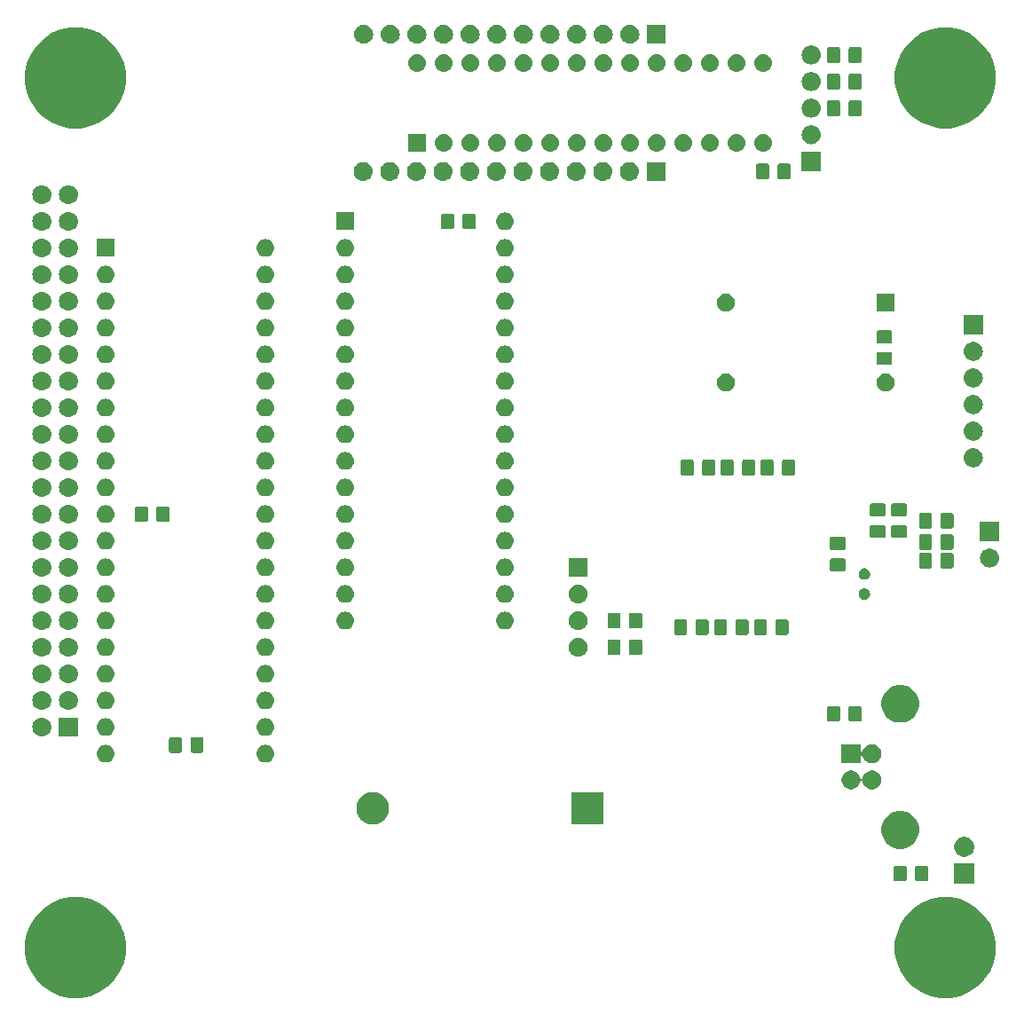
<source format=gbr>
G04 #@! TF.GenerationSoftware,KiCad,Pcbnew,(5.0.2)-1*
G04 #@! TF.CreationDate,2019-11-01T08:00:14-04:00*
G04 #@! TF.ProjectId,Z80_CPU,5a38305f-4350-4552-9e6b-696361645f70,1*
G04 #@! TF.SameCoordinates,Original*
G04 #@! TF.FileFunction,Soldermask,Bot*
G04 #@! TF.FilePolarity,Negative*
%FSLAX46Y46*%
G04 Gerber Fmt 4.6, Leading zero omitted, Abs format (unit mm)*
G04 Created by KiCad (PCBNEW (5.0.2)-1) date 11/1/2019 8:00:14 AM*
%MOMM*%
%LPD*%
G01*
G04 APERTURE LIST*
%ADD10C,0.100000*%
G04 APERTURE END LIST*
D10*
G36*
X90404045Y-84371480D02*
X91280046Y-84734331D01*
X92068430Y-85261113D01*
X92738887Y-85931570D01*
X93265669Y-86719954D01*
X93628520Y-87595955D01*
X93813500Y-88525910D01*
X93813500Y-89474090D01*
X93628520Y-90404045D01*
X93265669Y-91280046D01*
X92738887Y-92068430D01*
X92068430Y-92738887D01*
X91280046Y-93265669D01*
X90404045Y-93628520D01*
X89474090Y-93813500D01*
X88525910Y-93813500D01*
X87595955Y-93628520D01*
X86719954Y-93265669D01*
X85931570Y-92738887D01*
X85261113Y-92068430D01*
X84734331Y-91280046D01*
X84371480Y-90404045D01*
X84186500Y-89474090D01*
X84186500Y-88525910D01*
X84371480Y-87595955D01*
X84734331Y-86719954D01*
X85261113Y-85931570D01*
X85931570Y-85261113D01*
X86719954Y-84734331D01*
X87595955Y-84371480D01*
X88525910Y-84186500D01*
X89474090Y-84186500D01*
X90404045Y-84371480D01*
X90404045Y-84371480D01*
G37*
G36*
X7404045Y-84371480D02*
X8280046Y-84734331D01*
X9068430Y-85261113D01*
X9738887Y-85931570D01*
X10265669Y-86719954D01*
X10628520Y-87595955D01*
X10813500Y-88525910D01*
X10813500Y-89474090D01*
X10628520Y-90404045D01*
X10265669Y-91280046D01*
X9738887Y-92068430D01*
X9068430Y-92738887D01*
X8280046Y-93265669D01*
X7404045Y-93628520D01*
X6474090Y-93813500D01*
X5525910Y-93813500D01*
X4595955Y-93628520D01*
X3719954Y-93265669D01*
X2931570Y-92738887D01*
X2261113Y-92068430D01*
X1734331Y-91280046D01*
X1371480Y-90404045D01*
X1186500Y-89474090D01*
X1186500Y-88525910D01*
X1371480Y-87595955D01*
X1734331Y-86719954D01*
X2261113Y-85931570D01*
X2931570Y-85261113D01*
X3719954Y-84734331D01*
X4595955Y-84371480D01*
X5525910Y-84186500D01*
X6474090Y-84186500D01*
X7404045Y-84371480D01*
X7404045Y-84371480D01*
G37*
G36*
X91756000Y-82866000D02*
X89854000Y-82866000D01*
X89854000Y-80964000D01*
X91756000Y-80964000D01*
X91756000Y-82866000D01*
X91756000Y-82866000D01*
G37*
G36*
X85163677Y-81168465D02*
X85201364Y-81179898D01*
X85236103Y-81198466D01*
X85266548Y-81223452D01*
X85291534Y-81253897D01*
X85310102Y-81288636D01*
X85321535Y-81326323D01*
X85326000Y-81371661D01*
X85326000Y-82458339D01*
X85321535Y-82503677D01*
X85310102Y-82541364D01*
X85291534Y-82576103D01*
X85266548Y-82606548D01*
X85236103Y-82631534D01*
X85201364Y-82650102D01*
X85163677Y-82661535D01*
X85118339Y-82666000D01*
X84281661Y-82666000D01*
X84236323Y-82661535D01*
X84198636Y-82650102D01*
X84163897Y-82631534D01*
X84133452Y-82606548D01*
X84108466Y-82576103D01*
X84089898Y-82541364D01*
X84078465Y-82503677D01*
X84074000Y-82458339D01*
X84074000Y-81371661D01*
X84078465Y-81326323D01*
X84089898Y-81288636D01*
X84108466Y-81253897D01*
X84133452Y-81223452D01*
X84163897Y-81198466D01*
X84198636Y-81179898D01*
X84236323Y-81168465D01*
X84281661Y-81164000D01*
X85118339Y-81164000D01*
X85163677Y-81168465D01*
X85163677Y-81168465D01*
G37*
G36*
X87213677Y-81168465D02*
X87251364Y-81179898D01*
X87286103Y-81198466D01*
X87316548Y-81223452D01*
X87341534Y-81253897D01*
X87360102Y-81288636D01*
X87371535Y-81326323D01*
X87376000Y-81371661D01*
X87376000Y-82458339D01*
X87371535Y-82503677D01*
X87360102Y-82541364D01*
X87341534Y-82576103D01*
X87316548Y-82606548D01*
X87286103Y-82631534D01*
X87251364Y-82650102D01*
X87213677Y-82661535D01*
X87168339Y-82666000D01*
X86331661Y-82666000D01*
X86286323Y-82661535D01*
X86248636Y-82650102D01*
X86213897Y-82631534D01*
X86183452Y-82606548D01*
X86158466Y-82576103D01*
X86139898Y-82541364D01*
X86128465Y-82503677D01*
X86124000Y-82458339D01*
X86124000Y-81371661D01*
X86128465Y-81326323D01*
X86139898Y-81288636D01*
X86158466Y-81253897D01*
X86183452Y-81223452D01*
X86213897Y-81198466D01*
X86248636Y-81179898D01*
X86286323Y-81168465D01*
X86331661Y-81164000D01*
X87168339Y-81164000D01*
X87213677Y-81168465D01*
X87213677Y-81168465D01*
G37*
G36*
X91082396Y-78460546D02*
X91255466Y-78532234D01*
X91411230Y-78636312D01*
X91543688Y-78768770D01*
X91647766Y-78924534D01*
X91719454Y-79097604D01*
X91756000Y-79281333D01*
X91756000Y-79468667D01*
X91719454Y-79652396D01*
X91647766Y-79825466D01*
X91543688Y-79981230D01*
X91411230Y-80113688D01*
X91255466Y-80217766D01*
X91082396Y-80289454D01*
X90898667Y-80326000D01*
X90711333Y-80326000D01*
X90527604Y-80289454D01*
X90354534Y-80217766D01*
X90198770Y-80113688D01*
X90066312Y-79981230D01*
X89962234Y-79825466D01*
X89890546Y-79652396D01*
X89854000Y-79468667D01*
X89854000Y-79281333D01*
X89890546Y-79097604D01*
X89962234Y-78924534D01*
X90066312Y-78768770D01*
X90198770Y-78636312D01*
X90354534Y-78532234D01*
X90527604Y-78460546D01*
X90711333Y-78424000D01*
X90898667Y-78424000D01*
X91082396Y-78460546D01*
X91082396Y-78460546D01*
G37*
G36*
X85235331Y-76023211D02*
X85563092Y-76158974D01*
X85858073Y-76356074D01*
X86108926Y-76606927D01*
X86306026Y-76901908D01*
X86441789Y-77229669D01*
X86511000Y-77577616D01*
X86511000Y-77932384D01*
X86441789Y-78280331D01*
X86306026Y-78608092D01*
X86108926Y-78903073D01*
X85858073Y-79153926D01*
X85563092Y-79351026D01*
X85235331Y-79486789D01*
X84887384Y-79556000D01*
X84532616Y-79556000D01*
X84184669Y-79486789D01*
X83856908Y-79351026D01*
X83561927Y-79153926D01*
X83311074Y-78903073D01*
X83113974Y-78608092D01*
X82978211Y-78280331D01*
X82909000Y-77932384D01*
X82909000Y-77577616D01*
X82978211Y-77229669D01*
X83113974Y-76901908D01*
X83311074Y-76606927D01*
X83561927Y-76356074D01*
X83856908Y-76158974D01*
X84184669Y-76023211D01*
X84532616Y-75954000D01*
X84887384Y-75954000D01*
X85235331Y-76023211D01*
X85235331Y-76023211D01*
G37*
G36*
X34726527Y-74180736D02*
X34826410Y-74200604D01*
X35108674Y-74317521D01*
X35362705Y-74487259D01*
X35578741Y-74703295D01*
X35748479Y-74957326D01*
X35865396Y-75239590D01*
X35925000Y-75539240D01*
X35925000Y-75844760D01*
X35865396Y-76144410D01*
X35748479Y-76426674D01*
X35578741Y-76680705D01*
X35362705Y-76896741D01*
X35108674Y-77066479D01*
X34826410Y-77183396D01*
X34726527Y-77203264D01*
X34526762Y-77243000D01*
X34221238Y-77243000D01*
X34021473Y-77203264D01*
X33921590Y-77183396D01*
X33639326Y-77066479D01*
X33385295Y-76896741D01*
X33169259Y-76680705D01*
X32999521Y-76426674D01*
X32882604Y-76144410D01*
X32823000Y-75844760D01*
X32823000Y-75539240D01*
X32882604Y-75239590D01*
X32999521Y-74957326D01*
X33169259Y-74703295D01*
X33385295Y-74487259D01*
X33639326Y-74317521D01*
X33921590Y-74200604D01*
X34021473Y-74180736D01*
X34221238Y-74141000D01*
X34526762Y-74141000D01*
X34726527Y-74180736D01*
X34726527Y-74180736D01*
G37*
G36*
X56415000Y-77243000D02*
X53313000Y-77243000D01*
X53313000Y-74141000D01*
X56415000Y-74141000D01*
X56415000Y-77243000D01*
X56415000Y-77243000D01*
G37*
G36*
X80262812Y-72118624D02*
X80426784Y-72186544D01*
X80574354Y-72285147D01*
X80699853Y-72410646D01*
X80798456Y-72558216D01*
X80866376Y-72722188D01*
X80877404Y-72777633D01*
X80884515Y-72801074D01*
X80896067Y-72822685D01*
X80911612Y-72841627D01*
X80930554Y-72857172D01*
X80952165Y-72868723D01*
X80975614Y-72875836D01*
X81000000Y-72878238D01*
X81024387Y-72875836D01*
X81047836Y-72868723D01*
X81069447Y-72857171D01*
X81088389Y-72841626D01*
X81103934Y-72822684D01*
X81115485Y-72801073D01*
X81122596Y-72777633D01*
X81133624Y-72722188D01*
X81201544Y-72558216D01*
X81300147Y-72410646D01*
X81425646Y-72285147D01*
X81573216Y-72186544D01*
X81737188Y-72118624D01*
X81911259Y-72084000D01*
X82088741Y-72084000D01*
X82262812Y-72118624D01*
X82426784Y-72186544D01*
X82574354Y-72285147D01*
X82699853Y-72410646D01*
X82798456Y-72558216D01*
X82866376Y-72722188D01*
X82901000Y-72896259D01*
X82901000Y-73073741D01*
X82866376Y-73247812D01*
X82798456Y-73411784D01*
X82699853Y-73559354D01*
X82574354Y-73684853D01*
X82426784Y-73783456D01*
X82262812Y-73851376D01*
X82088741Y-73886000D01*
X81911259Y-73886000D01*
X81737188Y-73851376D01*
X81573216Y-73783456D01*
X81425646Y-73684853D01*
X81300147Y-73559354D01*
X81201544Y-73411784D01*
X81133624Y-73247812D01*
X81122596Y-73192367D01*
X81115485Y-73168926D01*
X81103933Y-73147315D01*
X81088388Y-73128373D01*
X81069446Y-73112828D01*
X81047835Y-73101277D01*
X81024386Y-73094164D01*
X81000000Y-73091762D01*
X80975613Y-73094164D01*
X80952164Y-73101277D01*
X80930553Y-73112829D01*
X80911611Y-73128374D01*
X80896066Y-73147316D01*
X80884515Y-73168927D01*
X80877404Y-73192367D01*
X80866376Y-73247812D01*
X80798456Y-73411784D01*
X80699853Y-73559354D01*
X80574354Y-73684853D01*
X80426784Y-73783456D01*
X80262812Y-73851376D01*
X80088741Y-73886000D01*
X79911259Y-73886000D01*
X79737188Y-73851376D01*
X79573216Y-73783456D01*
X79425646Y-73684853D01*
X79300147Y-73559354D01*
X79201544Y-73411784D01*
X79133624Y-73247812D01*
X79099000Y-73073741D01*
X79099000Y-72896259D01*
X79133624Y-72722188D01*
X79201544Y-72558216D01*
X79300147Y-72410646D01*
X79425646Y-72285147D01*
X79573216Y-72186544D01*
X79737188Y-72118624D01*
X79911259Y-72084000D01*
X80088741Y-72084000D01*
X80262812Y-72118624D01*
X80262812Y-72118624D01*
G37*
G36*
X80901000Y-70155378D02*
X80903402Y-70179764D01*
X80910515Y-70203213D01*
X80922066Y-70224824D01*
X80937612Y-70243766D01*
X80956554Y-70259312D01*
X80978165Y-70270863D01*
X81001614Y-70277976D01*
X81026000Y-70280378D01*
X81050386Y-70277976D01*
X81073835Y-70270863D01*
X81095446Y-70259312D01*
X81114388Y-70243766D01*
X81129934Y-70224824D01*
X81141480Y-70203223D01*
X81201544Y-70058216D01*
X81300147Y-69910646D01*
X81425646Y-69785147D01*
X81573216Y-69686544D01*
X81737188Y-69618624D01*
X81911259Y-69584000D01*
X82088741Y-69584000D01*
X82262812Y-69618624D01*
X82426784Y-69686544D01*
X82574354Y-69785147D01*
X82699853Y-69910646D01*
X82798456Y-70058216D01*
X82866376Y-70222188D01*
X82901000Y-70396259D01*
X82901000Y-70573741D01*
X82866376Y-70747812D01*
X82798456Y-70911784D01*
X82699853Y-71059354D01*
X82574354Y-71184853D01*
X82426784Y-71283456D01*
X82262812Y-71351376D01*
X82088741Y-71386000D01*
X81911259Y-71386000D01*
X81737188Y-71351376D01*
X81573216Y-71283456D01*
X81425646Y-71184853D01*
X81300147Y-71059354D01*
X81201544Y-70911784D01*
X81141480Y-70766777D01*
X81129934Y-70745176D01*
X81114388Y-70726234D01*
X81095446Y-70710688D01*
X81073835Y-70699137D01*
X81050386Y-70692024D01*
X81026000Y-70689622D01*
X81001614Y-70692024D01*
X80978165Y-70699137D01*
X80956554Y-70710688D01*
X80937612Y-70726234D01*
X80922066Y-70745176D01*
X80910515Y-70766787D01*
X80903402Y-70790236D01*
X80901000Y-70814622D01*
X80901000Y-71386000D01*
X79099000Y-71386000D01*
X79099000Y-69584000D01*
X80901000Y-69584000D01*
X80901000Y-70155378D01*
X80901000Y-70155378D01*
G37*
G36*
X9056821Y-69646313D02*
X9056824Y-69646314D01*
X9056825Y-69646314D01*
X9217239Y-69694975D01*
X9217241Y-69694976D01*
X9217244Y-69694977D01*
X9365078Y-69773995D01*
X9494659Y-69880341D01*
X9601005Y-70009922D01*
X9680023Y-70157756D01*
X9680024Y-70157759D01*
X9680025Y-70157761D01*
X9719999Y-70289538D01*
X9728687Y-70318179D01*
X9745117Y-70485000D01*
X9728687Y-70651821D01*
X9728686Y-70651824D01*
X9728686Y-70651825D01*
X9686700Y-70790236D01*
X9680023Y-70812244D01*
X9601005Y-70960078D01*
X9494659Y-71089659D01*
X9365078Y-71196005D01*
X9217244Y-71275023D01*
X9217241Y-71275024D01*
X9217239Y-71275025D01*
X9056825Y-71323686D01*
X9056824Y-71323686D01*
X9056821Y-71323687D01*
X8931804Y-71336000D01*
X8848196Y-71336000D01*
X8723179Y-71323687D01*
X8723176Y-71323686D01*
X8723175Y-71323686D01*
X8562761Y-71275025D01*
X8562759Y-71275024D01*
X8562756Y-71275023D01*
X8414922Y-71196005D01*
X8285341Y-71089659D01*
X8178995Y-70960078D01*
X8099977Y-70812244D01*
X8093301Y-70790236D01*
X8051314Y-70651825D01*
X8051314Y-70651824D01*
X8051313Y-70651821D01*
X8034883Y-70485000D01*
X8051313Y-70318179D01*
X8060001Y-70289538D01*
X8099975Y-70157761D01*
X8099976Y-70157759D01*
X8099977Y-70157756D01*
X8178995Y-70009922D01*
X8285341Y-69880341D01*
X8414922Y-69773995D01*
X8562756Y-69694977D01*
X8562759Y-69694976D01*
X8562761Y-69694975D01*
X8723175Y-69646314D01*
X8723176Y-69646314D01*
X8723179Y-69646313D01*
X8848196Y-69634000D01*
X8931804Y-69634000D01*
X9056821Y-69646313D01*
X9056821Y-69646313D01*
G37*
G36*
X24296821Y-69646313D02*
X24296824Y-69646314D01*
X24296825Y-69646314D01*
X24457239Y-69694975D01*
X24457241Y-69694976D01*
X24457244Y-69694977D01*
X24605078Y-69773995D01*
X24734659Y-69880341D01*
X24841005Y-70009922D01*
X24920023Y-70157756D01*
X24920024Y-70157759D01*
X24920025Y-70157761D01*
X24959999Y-70289538D01*
X24968687Y-70318179D01*
X24985117Y-70485000D01*
X24968687Y-70651821D01*
X24968686Y-70651824D01*
X24968686Y-70651825D01*
X24926700Y-70790236D01*
X24920023Y-70812244D01*
X24841005Y-70960078D01*
X24734659Y-71089659D01*
X24605078Y-71196005D01*
X24457244Y-71275023D01*
X24457241Y-71275024D01*
X24457239Y-71275025D01*
X24296825Y-71323686D01*
X24296824Y-71323686D01*
X24296821Y-71323687D01*
X24171804Y-71336000D01*
X24088196Y-71336000D01*
X23963179Y-71323687D01*
X23963176Y-71323686D01*
X23963175Y-71323686D01*
X23802761Y-71275025D01*
X23802759Y-71275024D01*
X23802756Y-71275023D01*
X23654922Y-71196005D01*
X23525341Y-71089659D01*
X23418995Y-70960078D01*
X23339977Y-70812244D01*
X23333301Y-70790236D01*
X23291314Y-70651825D01*
X23291314Y-70651824D01*
X23291313Y-70651821D01*
X23274883Y-70485000D01*
X23291313Y-70318179D01*
X23300001Y-70289538D01*
X23339975Y-70157761D01*
X23339976Y-70157759D01*
X23339977Y-70157756D01*
X23418995Y-70009922D01*
X23525341Y-69880341D01*
X23654922Y-69773995D01*
X23802756Y-69694977D01*
X23802759Y-69694976D01*
X23802761Y-69694975D01*
X23963175Y-69646314D01*
X23963176Y-69646314D01*
X23963179Y-69646313D01*
X24088196Y-69634000D01*
X24171804Y-69634000D01*
X24296821Y-69646313D01*
X24296821Y-69646313D01*
G37*
G36*
X18071177Y-68912965D02*
X18108864Y-68924398D01*
X18143603Y-68942966D01*
X18174048Y-68967952D01*
X18199034Y-68998397D01*
X18217602Y-69033136D01*
X18229035Y-69070823D01*
X18233500Y-69116161D01*
X18233500Y-70202839D01*
X18229035Y-70248177D01*
X18217602Y-70285864D01*
X18199034Y-70320603D01*
X18174048Y-70351048D01*
X18143603Y-70376034D01*
X18108864Y-70394602D01*
X18071177Y-70406035D01*
X18025839Y-70410500D01*
X17189161Y-70410500D01*
X17143823Y-70406035D01*
X17106136Y-70394602D01*
X17071397Y-70376034D01*
X17040952Y-70351048D01*
X17015966Y-70320603D01*
X16997398Y-70285864D01*
X16985965Y-70248177D01*
X16981500Y-70202839D01*
X16981500Y-69116161D01*
X16985965Y-69070823D01*
X16997398Y-69033136D01*
X17015966Y-68998397D01*
X17040952Y-68967952D01*
X17071397Y-68942966D01*
X17106136Y-68924398D01*
X17143823Y-68912965D01*
X17189161Y-68908500D01*
X18025839Y-68908500D01*
X18071177Y-68912965D01*
X18071177Y-68912965D01*
G37*
G36*
X16021177Y-68912965D02*
X16058864Y-68924398D01*
X16093603Y-68942966D01*
X16124048Y-68967952D01*
X16149034Y-68998397D01*
X16167602Y-69033136D01*
X16179035Y-69070823D01*
X16183500Y-69116161D01*
X16183500Y-70202839D01*
X16179035Y-70248177D01*
X16167602Y-70285864D01*
X16149034Y-70320603D01*
X16124048Y-70351048D01*
X16093603Y-70376034D01*
X16058864Y-70394602D01*
X16021177Y-70406035D01*
X15975839Y-70410500D01*
X15139161Y-70410500D01*
X15093823Y-70406035D01*
X15056136Y-70394602D01*
X15021397Y-70376034D01*
X14990952Y-70351048D01*
X14965966Y-70320603D01*
X14947398Y-70285864D01*
X14935965Y-70248177D01*
X14931500Y-70202839D01*
X14931500Y-69116161D01*
X14935965Y-69070823D01*
X14947398Y-69033136D01*
X14965966Y-68998397D01*
X14990952Y-68967952D01*
X15021397Y-68942966D01*
X15056136Y-68924398D01*
X15093823Y-68912965D01*
X15139161Y-68908500D01*
X15975839Y-68908500D01*
X16021177Y-68912965D01*
X16021177Y-68912965D01*
G37*
G36*
X6235000Y-68846000D02*
X4433000Y-68846000D01*
X4433000Y-67044000D01*
X6235000Y-67044000D01*
X6235000Y-68846000D01*
X6235000Y-68846000D01*
G37*
G36*
X2904443Y-67050519D02*
X2970627Y-67057037D01*
X3083853Y-67091384D01*
X3140467Y-67108557D01*
X3227311Y-67154977D01*
X3296991Y-67192222D01*
X3328814Y-67218339D01*
X3434186Y-67304814D01*
X3495996Y-67380131D01*
X3546778Y-67442009D01*
X3546779Y-67442011D01*
X3630443Y-67598533D01*
X3647616Y-67655147D01*
X3681963Y-67768373D01*
X3699359Y-67945000D01*
X3681963Y-68121627D01*
X3647616Y-68234853D01*
X3630443Y-68291467D01*
X3561698Y-68420078D01*
X3546778Y-68447991D01*
X3517448Y-68483729D01*
X3434186Y-68585186D01*
X3332729Y-68668448D01*
X3296991Y-68697778D01*
X3296989Y-68697779D01*
X3140467Y-68781443D01*
X3133069Y-68783687D01*
X2970627Y-68832963D01*
X2904443Y-68839481D01*
X2838260Y-68846000D01*
X2749740Y-68846000D01*
X2683557Y-68839481D01*
X2617373Y-68832963D01*
X2454931Y-68783687D01*
X2447533Y-68781443D01*
X2291011Y-68697779D01*
X2291009Y-68697778D01*
X2255271Y-68668448D01*
X2153814Y-68585186D01*
X2070552Y-68483729D01*
X2041222Y-68447991D01*
X2026302Y-68420078D01*
X1957557Y-68291467D01*
X1940384Y-68234853D01*
X1906037Y-68121627D01*
X1888641Y-67945000D01*
X1906037Y-67768373D01*
X1940384Y-67655147D01*
X1957557Y-67598533D01*
X2041221Y-67442011D01*
X2041222Y-67442009D01*
X2092004Y-67380131D01*
X2153814Y-67304814D01*
X2259186Y-67218339D01*
X2291009Y-67192222D01*
X2360689Y-67154977D01*
X2447533Y-67108557D01*
X2504147Y-67091384D01*
X2617373Y-67057037D01*
X2683557Y-67050519D01*
X2749740Y-67044000D01*
X2838260Y-67044000D01*
X2904443Y-67050519D01*
X2904443Y-67050519D01*
G37*
G36*
X24296821Y-67106313D02*
X24296824Y-67106314D01*
X24296825Y-67106314D01*
X24457239Y-67154975D01*
X24457241Y-67154976D01*
X24457244Y-67154977D01*
X24605078Y-67233995D01*
X24734659Y-67340341D01*
X24841005Y-67469922D01*
X24920023Y-67617756D01*
X24920024Y-67617759D01*
X24920025Y-67617761D01*
X24965713Y-67768375D01*
X24968687Y-67778179D01*
X24985117Y-67945000D01*
X24968687Y-68111821D01*
X24968686Y-68111824D01*
X24968686Y-68111825D01*
X24965713Y-68121627D01*
X24920023Y-68272244D01*
X24841005Y-68420078D01*
X24734659Y-68549659D01*
X24605078Y-68656005D01*
X24457244Y-68735023D01*
X24457241Y-68735024D01*
X24457239Y-68735025D01*
X24296825Y-68783686D01*
X24296824Y-68783686D01*
X24296821Y-68783687D01*
X24171804Y-68796000D01*
X24088196Y-68796000D01*
X23963179Y-68783687D01*
X23963176Y-68783686D01*
X23963175Y-68783686D01*
X23802761Y-68735025D01*
X23802759Y-68735024D01*
X23802756Y-68735023D01*
X23654922Y-68656005D01*
X23525341Y-68549659D01*
X23418995Y-68420078D01*
X23339977Y-68272244D01*
X23294288Y-68121627D01*
X23291314Y-68111825D01*
X23291314Y-68111824D01*
X23291313Y-68111821D01*
X23274883Y-67945000D01*
X23291313Y-67778179D01*
X23294287Y-67768375D01*
X23339975Y-67617761D01*
X23339976Y-67617759D01*
X23339977Y-67617756D01*
X23418995Y-67469922D01*
X23525341Y-67340341D01*
X23654922Y-67233995D01*
X23802756Y-67154977D01*
X23802759Y-67154976D01*
X23802761Y-67154975D01*
X23963175Y-67106314D01*
X23963176Y-67106314D01*
X23963179Y-67106313D01*
X24088196Y-67094000D01*
X24171804Y-67094000D01*
X24296821Y-67106313D01*
X24296821Y-67106313D01*
G37*
G36*
X9056821Y-67106313D02*
X9056824Y-67106314D01*
X9056825Y-67106314D01*
X9217239Y-67154975D01*
X9217241Y-67154976D01*
X9217244Y-67154977D01*
X9365078Y-67233995D01*
X9494659Y-67340341D01*
X9601005Y-67469922D01*
X9680023Y-67617756D01*
X9680024Y-67617759D01*
X9680025Y-67617761D01*
X9725713Y-67768375D01*
X9728687Y-67778179D01*
X9745117Y-67945000D01*
X9728687Y-68111821D01*
X9728686Y-68111824D01*
X9728686Y-68111825D01*
X9725713Y-68121627D01*
X9680023Y-68272244D01*
X9601005Y-68420078D01*
X9494659Y-68549659D01*
X9365078Y-68656005D01*
X9217244Y-68735023D01*
X9217241Y-68735024D01*
X9217239Y-68735025D01*
X9056825Y-68783686D01*
X9056824Y-68783686D01*
X9056821Y-68783687D01*
X8931804Y-68796000D01*
X8848196Y-68796000D01*
X8723179Y-68783687D01*
X8723176Y-68783686D01*
X8723175Y-68783686D01*
X8562761Y-68735025D01*
X8562759Y-68735024D01*
X8562756Y-68735023D01*
X8414922Y-68656005D01*
X8285341Y-68549659D01*
X8178995Y-68420078D01*
X8099977Y-68272244D01*
X8054288Y-68121627D01*
X8051314Y-68111825D01*
X8051314Y-68111824D01*
X8051313Y-68111821D01*
X8034883Y-67945000D01*
X8051313Y-67778179D01*
X8054287Y-67768375D01*
X8099975Y-67617761D01*
X8099976Y-67617759D01*
X8099977Y-67617756D01*
X8178995Y-67469922D01*
X8285341Y-67340341D01*
X8414922Y-67233995D01*
X8562756Y-67154977D01*
X8562759Y-67154976D01*
X8562761Y-67154975D01*
X8723175Y-67106314D01*
X8723176Y-67106314D01*
X8723179Y-67106313D01*
X8848196Y-67094000D01*
X8931804Y-67094000D01*
X9056821Y-67106313D01*
X9056821Y-67106313D01*
G37*
G36*
X85235331Y-63983211D02*
X85563092Y-64118974D01*
X85858073Y-64316074D01*
X86108926Y-64566927D01*
X86306026Y-64861908D01*
X86441789Y-65189669D01*
X86511000Y-65537616D01*
X86511000Y-65892384D01*
X86441789Y-66240331D01*
X86306026Y-66568092D01*
X86108926Y-66863073D01*
X85858073Y-67113926D01*
X85563092Y-67311026D01*
X85235331Y-67446789D01*
X84887384Y-67516000D01*
X84532616Y-67516000D01*
X84184669Y-67446789D01*
X83856908Y-67311026D01*
X83561927Y-67113926D01*
X83311074Y-66863073D01*
X83113974Y-66568092D01*
X82978211Y-66240331D01*
X82909000Y-65892384D01*
X82909000Y-65537616D01*
X82978211Y-65189669D01*
X83113974Y-64861908D01*
X83311074Y-64566927D01*
X83561927Y-64316074D01*
X83856908Y-64118974D01*
X84184669Y-63983211D01*
X84532616Y-63914000D01*
X84887384Y-63914000D01*
X85235331Y-63983211D01*
X85235331Y-63983211D01*
G37*
G36*
X78813677Y-65928465D02*
X78851364Y-65939898D01*
X78886103Y-65958466D01*
X78916548Y-65983452D01*
X78941534Y-66013897D01*
X78960102Y-66048636D01*
X78971535Y-66086323D01*
X78976000Y-66131661D01*
X78976000Y-67218339D01*
X78971535Y-67263677D01*
X78960102Y-67301364D01*
X78941534Y-67336103D01*
X78916548Y-67366548D01*
X78886103Y-67391534D01*
X78851364Y-67410102D01*
X78813677Y-67421535D01*
X78768339Y-67426000D01*
X77931661Y-67426000D01*
X77886323Y-67421535D01*
X77848636Y-67410102D01*
X77813897Y-67391534D01*
X77783452Y-67366548D01*
X77758466Y-67336103D01*
X77739898Y-67301364D01*
X77728465Y-67263677D01*
X77724000Y-67218339D01*
X77724000Y-66131661D01*
X77728465Y-66086323D01*
X77739898Y-66048636D01*
X77758466Y-66013897D01*
X77783452Y-65983452D01*
X77813897Y-65958466D01*
X77848636Y-65939898D01*
X77886323Y-65928465D01*
X77931661Y-65924000D01*
X78768339Y-65924000D01*
X78813677Y-65928465D01*
X78813677Y-65928465D01*
G37*
G36*
X80863677Y-65928465D02*
X80901364Y-65939898D01*
X80936103Y-65958466D01*
X80966548Y-65983452D01*
X80991534Y-66013897D01*
X81010102Y-66048636D01*
X81021535Y-66086323D01*
X81026000Y-66131661D01*
X81026000Y-67218339D01*
X81021535Y-67263677D01*
X81010102Y-67301364D01*
X80991534Y-67336103D01*
X80966548Y-67366548D01*
X80936103Y-67391534D01*
X80901364Y-67410102D01*
X80863677Y-67421535D01*
X80818339Y-67426000D01*
X79981661Y-67426000D01*
X79936323Y-67421535D01*
X79898636Y-67410102D01*
X79863897Y-67391534D01*
X79833452Y-67366548D01*
X79808466Y-67336103D01*
X79789898Y-67301364D01*
X79778465Y-67263677D01*
X79774000Y-67218339D01*
X79774000Y-66131661D01*
X79778465Y-66086323D01*
X79789898Y-66048636D01*
X79808466Y-66013897D01*
X79833452Y-65983452D01*
X79863897Y-65958466D01*
X79898636Y-65939898D01*
X79936323Y-65928465D01*
X79981661Y-65924000D01*
X80818339Y-65924000D01*
X80863677Y-65928465D01*
X80863677Y-65928465D01*
G37*
G36*
X5444442Y-64510518D02*
X5510627Y-64517037D01*
X5623853Y-64551384D01*
X5680467Y-64568557D01*
X5767311Y-64614977D01*
X5836991Y-64652222D01*
X5872729Y-64681552D01*
X5974186Y-64764814D01*
X6053867Y-64861907D01*
X6086778Y-64902009D01*
X6086779Y-64902011D01*
X6170443Y-65058533D01*
X6187616Y-65115147D01*
X6221963Y-65228373D01*
X6239359Y-65405000D01*
X6221963Y-65581627D01*
X6187616Y-65694853D01*
X6170443Y-65751467D01*
X6101698Y-65880078D01*
X6086778Y-65907991D01*
X6069975Y-65928465D01*
X5974186Y-66045186D01*
X5872729Y-66128448D01*
X5836991Y-66157778D01*
X5836989Y-66157779D01*
X5680467Y-66241443D01*
X5673069Y-66243687D01*
X5510627Y-66292963D01*
X5444443Y-66299481D01*
X5378260Y-66306000D01*
X5289740Y-66306000D01*
X5223557Y-66299481D01*
X5157373Y-66292963D01*
X4994931Y-66243687D01*
X4987533Y-66241443D01*
X4831011Y-66157779D01*
X4831009Y-66157778D01*
X4795271Y-66128448D01*
X4693814Y-66045186D01*
X4598025Y-65928465D01*
X4581222Y-65907991D01*
X4566302Y-65880078D01*
X4497557Y-65751467D01*
X4480384Y-65694853D01*
X4446037Y-65581627D01*
X4428641Y-65405000D01*
X4446037Y-65228373D01*
X4480384Y-65115147D01*
X4497557Y-65058533D01*
X4581221Y-64902011D01*
X4581222Y-64902009D01*
X4614133Y-64861907D01*
X4693814Y-64764814D01*
X4795271Y-64681552D01*
X4831009Y-64652222D01*
X4900689Y-64614977D01*
X4987533Y-64568557D01*
X5044147Y-64551384D01*
X5157373Y-64517037D01*
X5223558Y-64510518D01*
X5289740Y-64504000D01*
X5378260Y-64504000D01*
X5444442Y-64510518D01*
X5444442Y-64510518D01*
G37*
G36*
X2904442Y-64510518D02*
X2970627Y-64517037D01*
X3083853Y-64551384D01*
X3140467Y-64568557D01*
X3227311Y-64614977D01*
X3296991Y-64652222D01*
X3332729Y-64681552D01*
X3434186Y-64764814D01*
X3513867Y-64861907D01*
X3546778Y-64902009D01*
X3546779Y-64902011D01*
X3630443Y-65058533D01*
X3647616Y-65115147D01*
X3681963Y-65228373D01*
X3699359Y-65405000D01*
X3681963Y-65581627D01*
X3647616Y-65694853D01*
X3630443Y-65751467D01*
X3561698Y-65880078D01*
X3546778Y-65907991D01*
X3529975Y-65928465D01*
X3434186Y-66045186D01*
X3332729Y-66128448D01*
X3296991Y-66157778D01*
X3296989Y-66157779D01*
X3140467Y-66241443D01*
X3133069Y-66243687D01*
X2970627Y-66292963D01*
X2904443Y-66299481D01*
X2838260Y-66306000D01*
X2749740Y-66306000D01*
X2683557Y-66299481D01*
X2617373Y-66292963D01*
X2454931Y-66243687D01*
X2447533Y-66241443D01*
X2291011Y-66157779D01*
X2291009Y-66157778D01*
X2255271Y-66128448D01*
X2153814Y-66045186D01*
X2058025Y-65928465D01*
X2041222Y-65907991D01*
X2026302Y-65880078D01*
X1957557Y-65751467D01*
X1940384Y-65694853D01*
X1906037Y-65581627D01*
X1888641Y-65405000D01*
X1906037Y-65228373D01*
X1940384Y-65115147D01*
X1957557Y-65058533D01*
X2041221Y-64902011D01*
X2041222Y-64902009D01*
X2074133Y-64861907D01*
X2153814Y-64764814D01*
X2255271Y-64681552D01*
X2291009Y-64652222D01*
X2360689Y-64614977D01*
X2447533Y-64568557D01*
X2504147Y-64551384D01*
X2617373Y-64517037D01*
X2683558Y-64510518D01*
X2749740Y-64504000D01*
X2838260Y-64504000D01*
X2904442Y-64510518D01*
X2904442Y-64510518D01*
G37*
G36*
X24296821Y-64566313D02*
X24296824Y-64566314D01*
X24296825Y-64566314D01*
X24457239Y-64614975D01*
X24457241Y-64614976D01*
X24457244Y-64614977D01*
X24605078Y-64693995D01*
X24734659Y-64800341D01*
X24841005Y-64929922D01*
X24920023Y-65077756D01*
X24920024Y-65077759D01*
X24920025Y-65077761D01*
X24965713Y-65228375D01*
X24968687Y-65238179D01*
X24985117Y-65405000D01*
X24968687Y-65571821D01*
X24968686Y-65571824D01*
X24968686Y-65571825D01*
X24965713Y-65581627D01*
X24920023Y-65732244D01*
X24841005Y-65880078D01*
X24734659Y-66009659D01*
X24605078Y-66116005D01*
X24457244Y-66195023D01*
X24457241Y-66195024D01*
X24457239Y-66195025D01*
X24296825Y-66243686D01*
X24296824Y-66243686D01*
X24296821Y-66243687D01*
X24171804Y-66256000D01*
X24088196Y-66256000D01*
X23963179Y-66243687D01*
X23963176Y-66243686D01*
X23963175Y-66243686D01*
X23802761Y-66195025D01*
X23802759Y-66195024D01*
X23802756Y-66195023D01*
X23654922Y-66116005D01*
X23525341Y-66009659D01*
X23418995Y-65880078D01*
X23339977Y-65732244D01*
X23294288Y-65581627D01*
X23291314Y-65571825D01*
X23291314Y-65571824D01*
X23291313Y-65571821D01*
X23274883Y-65405000D01*
X23291313Y-65238179D01*
X23294287Y-65228375D01*
X23339975Y-65077761D01*
X23339976Y-65077759D01*
X23339977Y-65077756D01*
X23418995Y-64929922D01*
X23525341Y-64800341D01*
X23654922Y-64693995D01*
X23802756Y-64614977D01*
X23802759Y-64614976D01*
X23802761Y-64614975D01*
X23963175Y-64566314D01*
X23963176Y-64566314D01*
X23963179Y-64566313D01*
X24088196Y-64554000D01*
X24171804Y-64554000D01*
X24296821Y-64566313D01*
X24296821Y-64566313D01*
G37*
G36*
X9056821Y-64566313D02*
X9056824Y-64566314D01*
X9056825Y-64566314D01*
X9217239Y-64614975D01*
X9217241Y-64614976D01*
X9217244Y-64614977D01*
X9365078Y-64693995D01*
X9494659Y-64800341D01*
X9601005Y-64929922D01*
X9680023Y-65077756D01*
X9680024Y-65077759D01*
X9680025Y-65077761D01*
X9725713Y-65228375D01*
X9728687Y-65238179D01*
X9745117Y-65405000D01*
X9728687Y-65571821D01*
X9728686Y-65571824D01*
X9728686Y-65571825D01*
X9725713Y-65581627D01*
X9680023Y-65732244D01*
X9601005Y-65880078D01*
X9494659Y-66009659D01*
X9365078Y-66116005D01*
X9217244Y-66195023D01*
X9217241Y-66195024D01*
X9217239Y-66195025D01*
X9056825Y-66243686D01*
X9056824Y-66243686D01*
X9056821Y-66243687D01*
X8931804Y-66256000D01*
X8848196Y-66256000D01*
X8723179Y-66243687D01*
X8723176Y-66243686D01*
X8723175Y-66243686D01*
X8562761Y-66195025D01*
X8562759Y-66195024D01*
X8562756Y-66195023D01*
X8414922Y-66116005D01*
X8285341Y-66009659D01*
X8178995Y-65880078D01*
X8099977Y-65732244D01*
X8054288Y-65581627D01*
X8051314Y-65571825D01*
X8051314Y-65571824D01*
X8051313Y-65571821D01*
X8034883Y-65405000D01*
X8051313Y-65238179D01*
X8054287Y-65228375D01*
X8099975Y-65077761D01*
X8099976Y-65077759D01*
X8099977Y-65077756D01*
X8178995Y-64929922D01*
X8285341Y-64800341D01*
X8414922Y-64693995D01*
X8562756Y-64614977D01*
X8562759Y-64614976D01*
X8562761Y-64614975D01*
X8723175Y-64566314D01*
X8723176Y-64566314D01*
X8723179Y-64566313D01*
X8848196Y-64554000D01*
X8931804Y-64554000D01*
X9056821Y-64566313D01*
X9056821Y-64566313D01*
G37*
G36*
X2904443Y-61970519D02*
X2970627Y-61977037D01*
X3083853Y-62011384D01*
X3140467Y-62028557D01*
X3227311Y-62074977D01*
X3296991Y-62112222D01*
X3332729Y-62141552D01*
X3434186Y-62224814D01*
X3517448Y-62326271D01*
X3546778Y-62362009D01*
X3546779Y-62362011D01*
X3630443Y-62518533D01*
X3647616Y-62575147D01*
X3681963Y-62688373D01*
X3699359Y-62865000D01*
X3681963Y-63041627D01*
X3647616Y-63154853D01*
X3630443Y-63211467D01*
X3561698Y-63340078D01*
X3546778Y-63367991D01*
X3517448Y-63403729D01*
X3434186Y-63505186D01*
X3332729Y-63588448D01*
X3296991Y-63617778D01*
X3296989Y-63617779D01*
X3140467Y-63701443D01*
X3133069Y-63703687D01*
X2970627Y-63752963D01*
X2904442Y-63759482D01*
X2838260Y-63766000D01*
X2749740Y-63766000D01*
X2683558Y-63759482D01*
X2617373Y-63752963D01*
X2454931Y-63703687D01*
X2447533Y-63701443D01*
X2291011Y-63617779D01*
X2291009Y-63617778D01*
X2255271Y-63588448D01*
X2153814Y-63505186D01*
X2070552Y-63403729D01*
X2041222Y-63367991D01*
X2026302Y-63340078D01*
X1957557Y-63211467D01*
X1940384Y-63154853D01*
X1906037Y-63041627D01*
X1888641Y-62865000D01*
X1906037Y-62688373D01*
X1940384Y-62575147D01*
X1957557Y-62518533D01*
X2041221Y-62362011D01*
X2041222Y-62362009D01*
X2070552Y-62326271D01*
X2153814Y-62224814D01*
X2255271Y-62141552D01*
X2291009Y-62112222D01*
X2360689Y-62074977D01*
X2447533Y-62028557D01*
X2504147Y-62011384D01*
X2617373Y-61977037D01*
X2683557Y-61970519D01*
X2749740Y-61964000D01*
X2838260Y-61964000D01*
X2904443Y-61970519D01*
X2904443Y-61970519D01*
G37*
G36*
X5444443Y-61970519D02*
X5510627Y-61977037D01*
X5623853Y-62011384D01*
X5680467Y-62028557D01*
X5767311Y-62074977D01*
X5836991Y-62112222D01*
X5872729Y-62141552D01*
X5974186Y-62224814D01*
X6057448Y-62326271D01*
X6086778Y-62362009D01*
X6086779Y-62362011D01*
X6170443Y-62518533D01*
X6187616Y-62575147D01*
X6221963Y-62688373D01*
X6239359Y-62865000D01*
X6221963Y-63041627D01*
X6187616Y-63154853D01*
X6170443Y-63211467D01*
X6101698Y-63340078D01*
X6086778Y-63367991D01*
X6057448Y-63403729D01*
X5974186Y-63505186D01*
X5872729Y-63588448D01*
X5836991Y-63617778D01*
X5836989Y-63617779D01*
X5680467Y-63701443D01*
X5673069Y-63703687D01*
X5510627Y-63752963D01*
X5444442Y-63759482D01*
X5378260Y-63766000D01*
X5289740Y-63766000D01*
X5223558Y-63759482D01*
X5157373Y-63752963D01*
X4994931Y-63703687D01*
X4987533Y-63701443D01*
X4831011Y-63617779D01*
X4831009Y-63617778D01*
X4795271Y-63588448D01*
X4693814Y-63505186D01*
X4610552Y-63403729D01*
X4581222Y-63367991D01*
X4566302Y-63340078D01*
X4497557Y-63211467D01*
X4480384Y-63154853D01*
X4446037Y-63041627D01*
X4428641Y-62865000D01*
X4446037Y-62688373D01*
X4480384Y-62575147D01*
X4497557Y-62518533D01*
X4581221Y-62362011D01*
X4581222Y-62362009D01*
X4610552Y-62326271D01*
X4693814Y-62224814D01*
X4795271Y-62141552D01*
X4831009Y-62112222D01*
X4900689Y-62074977D01*
X4987533Y-62028557D01*
X5044147Y-62011384D01*
X5157373Y-61977037D01*
X5223557Y-61970519D01*
X5289740Y-61964000D01*
X5378260Y-61964000D01*
X5444443Y-61970519D01*
X5444443Y-61970519D01*
G37*
G36*
X9056821Y-62026313D02*
X9056824Y-62026314D01*
X9056825Y-62026314D01*
X9217239Y-62074975D01*
X9217241Y-62074976D01*
X9217244Y-62074977D01*
X9365078Y-62153995D01*
X9494659Y-62260341D01*
X9601005Y-62389922D01*
X9680023Y-62537756D01*
X9680024Y-62537759D01*
X9680025Y-62537761D01*
X9725713Y-62688375D01*
X9728687Y-62698179D01*
X9745117Y-62865000D01*
X9728687Y-63031821D01*
X9728686Y-63031824D01*
X9728686Y-63031825D01*
X9725713Y-63041627D01*
X9680023Y-63192244D01*
X9601005Y-63340078D01*
X9494659Y-63469659D01*
X9365078Y-63576005D01*
X9217244Y-63655023D01*
X9217241Y-63655024D01*
X9217239Y-63655025D01*
X9056825Y-63703686D01*
X9056824Y-63703686D01*
X9056821Y-63703687D01*
X8931804Y-63716000D01*
X8848196Y-63716000D01*
X8723179Y-63703687D01*
X8723176Y-63703686D01*
X8723175Y-63703686D01*
X8562761Y-63655025D01*
X8562759Y-63655024D01*
X8562756Y-63655023D01*
X8414922Y-63576005D01*
X8285341Y-63469659D01*
X8178995Y-63340078D01*
X8099977Y-63192244D01*
X8054288Y-63041627D01*
X8051314Y-63031825D01*
X8051314Y-63031824D01*
X8051313Y-63031821D01*
X8034883Y-62865000D01*
X8051313Y-62698179D01*
X8054287Y-62688375D01*
X8099975Y-62537761D01*
X8099976Y-62537759D01*
X8099977Y-62537756D01*
X8178995Y-62389922D01*
X8285341Y-62260341D01*
X8414922Y-62153995D01*
X8562756Y-62074977D01*
X8562759Y-62074976D01*
X8562761Y-62074975D01*
X8723175Y-62026314D01*
X8723176Y-62026314D01*
X8723179Y-62026313D01*
X8848196Y-62014000D01*
X8931804Y-62014000D01*
X9056821Y-62026313D01*
X9056821Y-62026313D01*
G37*
G36*
X24296821Y-62026313D02*
X24296824Y-62026314D01*
X24296825Y-62026314D01*
X24457239Y-62074975D01*
X24457241Y-62074976D01*
X24457244Y-62074977D01*
X24605078Y-62153995D01*
X24734659Y-62260341D01*
X24841005Y-62389922D01*
X24920023Y-62537756D01*
X24920024Y-62537759D01*
X24920025Y-62537761D01*
X24965713Y-62688375D01*
X24968687Y-62698179D01*
X24985117Y-62865000D01*
X24968687Y-63031821D01*
X24968686Y-63031824D01*
X24968686Y-63031825D01*
X24965713Y-63041627D01*
X24920023Y-63192244D01*
X24841005Y-63340078D01*
X24734659Y-63469659D01*
X24605078Y-63576005D01*
X24457244Y-63655023D01*
X24457241Y-63655024D01*
X24457239Y-63655025D01*
X24296825Y-63703686D01*
X24296824Y-63703686D01*
X24296821Y-63703687D01*
X24171804Y-63716000D01*
X24088196Y-63716000D01*
X23963179Y-63703687D01*
X23963176Y-63703686D01*
X23963175Y-63703686D01*
X23802761Y-63655025D01*
X23802759Y-63655024D01*
X23802756Y-63655023D01*
X23654922Y-63576005D01*
X23525341Y-63469659D01*
X23418995Y-63340078D01*
X23339977Y-63192244D01*
X23294288Y-63041627D01*
X23291314Y-63031825D01*
X23291314Y-63031824D01*
X23291313Y-63031821D01*
X23274883Y-62865000D01*
X23291313Y-62698179D01*
X23294287Y-62688375D01*
X23339975Y-62537761D01*
X23339976Y-62537759D01*
X23339977Y-62537756D01*
X23418995Y-62389922D01*
X23525341Y-62260341D01*
X23654922Y-62153995D01*
X23802756Y-62074977D01*
X23802759Y-62074976D01*
X23802761Y-62074975D01*
X23963175Y-62026314D01*
X23963176Y-62026314D01*
X23963179Y-62026313D01*
X24088196Y-62014000D01*
X24171804Y-62014000D01*
X24296821Y-62026313D01*
X24296821Y-62026313D01*
G37*
G36*
X5444442Y-59430518D02*
X5510627Y-59437037D01*
X5623853Y-59471384D01*
X5680467Y-59488557D01*
X5767311Y-59534977D01*
X5836991Y-59572222D01*
X5845530Y-59579230D01*
X5974186Y-59684814D01*
X6053665Y-59781661D01*
X6086778Y-59822009D01*
X6086779Y-59822011D01*
X6170443Y-59978533D01*
X6187616Y-60035147D01*
X6221963Y-60148373D01*
X6239359Y-60325000D01*
X6221963Y-60501627D01*
X6187616Y-60614853D01*
X6170443Y-60671467D01*
X6101698Y-60800078D01*
X6086778Y-60827991D01*
X6063032Y-60856925D01*
X5974186Y-60965186D01*
X5881154Y-61041534D01*
X5836991Y-61077778D01*
X5836989Y-61077779D01*
X5680467Y-61161443D01*
X5673069Y-61163687D01*
X5510627Y-61212963D01*
X5444442Y-61219482D01*
X5378260Y-61226000D01*
X5289740Y-61226000D01*
X5223558Y-61219482D01*
X5157373Y-61212963D01*
X4994931Y-61163687D01*
X4987533Y-61161443D01*
X4831011Y-61077779D01*
X4831009Y-61077778D01*
X4786846Y-61041534D01*
X4693814Y-60965186D01*
X4604968Y-60856925D01*
X4581222Y-60827991D01*
X4566302Y-60800078D01*
X4497557Y-60671467D01*
X4480384Y-60614853D01*
X4446037Y-60501627D01*
X4428641Y-60325000D01*
X4446037Y-60148373D01*
X4480384Y-60035147D01*
X4497557Y-59978533D01*
X4581221Y-59822011D01*
X4581222Y-59822009D01*
X4614335Y-59781661D01*
X4693814Y-59684814D01*
X4822470Y-59579230D01*
X4831009Y-59572222D01*
X4900689Y-59534977D01*
X4987533Y-59488557D01*
X5044147Y-59471384D01*
X5157373Y-59437037D01*
X5223558Y-59430518D01*
X5289740Y-59424000D01*
X5378260Y-59424000D01*
X5444442Y-59430518D01*
X5444442Y-59430518D01*
G37*
G36*
X2904442Y-59430518D02*
X2970627Y-59437037D01*
X3083853Y-59471384D01*
X3140467Y-59488557D01*
X3227311Y-59534977D01*
X3296991Y-59572222D01*
X3305530Y-59579230D01*
X3434186Y-59684814D01*
X3513665Y-59781661D01*
X3546778Y-59822009D01*
X3546779Y-59822011D01*
X3630443Y-59978533D01*
X3647616Y-60035147D01*
X3681963Y-60148373D01*
X3699359Y-60325000D01*
X3681963Y-60501627D01*
X3647616Y-60614853D01*
X3630443Y-60671467D01*
X3561698Y-60800078D01*
X3546778Y-60827991D01*
X3523032Y-60856925D01*
X3434186Y-60965186D01*
X3341154Y-61041534D01*
X3296991Y-61077778D01*
X3296989Y-61077779D01*
X3140467Y-61161443D01*
X3133069Y-61163687D01*
X2970627Y-61212963D01*
X2904442Y-61219482D01*
X2838260Y-61226000D01*
X2749740Y-61226000D01*
X2683558Y-61219482D01*
X2617373Y-61212963D01*
X2454931Y-61163687D01*
X2447533Y-61161443D01*
X2291011Y-61077779D01*
X2291009Y-61077778D01*
X2246846Y-61041534D01*
X2153814Y-60965186D01*
X2064968Y-60856925D01*
X2041222Y-60827991D01*
X2026302Y-60800078D01*
X1957557Y-60671467D01*
X1940384Y-60614853D01*
X1906037Y-60501627D01*
X1888641Y-60325000D01*
X1906037Y-60148373D01*
X1940384Y-60035147D01*
X1957557Y-59978533D01*
X2041221Y-59822011D01*
X2041222Y-59822009D01*
X2074335Y-59781661D01*
X2153814Y-59684814D01*
X2282470Y-59579230D01*
X2291009Y-59572222D01*
X2360689Y-59534977D01*
X2447533Y-59488557D01*
X2504147Y-59471384D01*
X2617373Y-59437037D01*
X2683558Y-59430518D01*
X2749740Y-59424000D01*
X2838260Y-59424000D01*
X2904442Y-59430518D01*
X2904442Y-59430518D01*
G37*
G36*
X54085442Y-59430518D02*
X54151627Y-59437037D01*
X54264853Y-59471384D01*
X54321467Y-59488557D01*
X54408311Y-59534977D01*
X54477991Y-59572222D01*
X54486530Y-59579230D01*
X54615186Y-59684814D01*
X54694665Y-59781661D01*
X54727778Y-59822009D01*
X54727779Y-59822011D01*
X54811443Y-59978533D01*
X54828616Y-60035147D01*
X54862963Y-60148373D01*
X54880359Y-60325000D01*
X54862963Y-60501627D01*
X54828616Y-60614853D01*
X54811443Y-60671467D01*
X54742698Y-60800078D01*
X54727778Y-60827991D01*
X54704032Y-60856925D01*
X54615186Y-60965186D01*
X54522154Y-61041534D01*
X54477991Y-61077778D01*
X54477989Y-61077779D01*
X54321467Y-61161443D01*
X54314069Y-61163687D01*
X54151627Y-61212963D01*
X54085442Y-61219482D01*
X54019260Y-61226000D01*
X53930740Y-61226000D01*
X53864558Y-61219482D01*
X53798373Y-61212963D01*
X53635931Y-61163687D01*
X53628533Y-61161443D01*
X53472011Y-61077779D01*
X53472009Y-61077778D01*
X53427846Y-61041534D01*
X53334814Y-60965186D01*
X53245968Y-60856925D01*
X53222222Y-60827991D01*
X53207302Y-60800078D01*
X53138557Y-60671467D01*
X53121384Y-60614853D01*
X53087037Y-60501627D01*
X53069641Y-60325000D01*
X53087037Y-60148373D01*
X53121384Y-60035147D01*
X53138557Y-59978533D01*
X53222221Y-59822011D01*
X53222222Y-59822009D01*
X53255335Y-59781661D01*
X53334814Y-59684814D01*
X53463470Y-59579230D01*
X53472009Y-59572222D01*
X53541689Y-59534977D01*
X53628533Y-59488557D01*
X53685147Y-59471384D01*
X53798373Y-59437037D01*
X53864558Y-59430518D01*
X53930740Y-59424000D01*
X54019260Y-59424000D01*
X54085442Y-59430518D01*
X54085442Y-59430518D01*
G37*
G36*
X24296821Y-59486313D02*
X24296824Y-59486314D01*
X24296825Y-59486314D01*
X24457239Y-59534975D01*
X24457241Y-59534976D01*
X24457244Y-59534977D01*
X24605078Y-59613995D01*
X24734659Y-59720341D01*
X24841005Y-59849922D01*
X24920023Y-59997756D01*
X24920024Y-59997759D01*
X24920025Y-59997761D01*
X24965713Y-60148375D01*
X24968687Y-60158179D01*
X24985117Y-60325000D01*
X24968687Y-60491821D01*
X24968686Y-60491824D01*
X24968686Y-60491825D01*
X24965713Y-60501627D01*
X24920023Y-60652244D01*
X24841005Y-60800078D01*
X24734659Y-60929659D01*
X24605078Y-61036005D01*
X24457244Y-61115023D01*
X24457241Y-61115024D01*
X24457239Y-61115025D01*
X24296825Y-61163686D01*
X24296824Y-61163686D01*
X24296821Y-61163687D01*
X24171804Y-61176000D01*
X24088196Y-61176000D01*
X23963179Y-61163687D01*
X23963176Y-61163686D01*
X23963175Y-61163686D01*
X23802761Y-61115025D01*
X23802759Y-61115024D01*
X23802756Y-61115023D01*
X23654922Y-61036005D01*
X23525341Y-60929659D01*
X23418995Y-60800078D01*
X23339977Y-60652244D01*
X23294288Y-60501627D01*
X23291314Y-60491825D01*
X23291314Y-60491824D01*
X23291313Y-60491821D01*
X23274883Y-60325000D01*
X23291313Y-60158179D01*
X23294287Y-60148375D01*
X23339975Y-59997761D01*
X23339976Y-59997759D01*
X23339977Y-59997756D01*
X23418995Y-59849922D01*
X23525341Y-59720341D01*
X23654922Y-59613995D01*
X23802756Y-59534977D01*
X23802759Y-59534976D01*
X23802761Y-59534975D01*
X23963175Y-59486314D01*
X23963176Y-59486314D01*
X23963179Y-59486313D01*
X24088196Y-59474000D01*
X24171804Y-59474000D01*
X24296821Y-59486313D01*
X24296821Y-59486313D01*
G37*
G36*
X9056821Y-59486313D02*
X9056824Y-59486314D01*
X9056825Y-59486314D01*
X9217239Y-59534975D01*
X9217241Y-59534976D01*
X9217244Y-59534977D01*
X9365078Y-59613995D01*
X9494659Y-59720341D01*
X9601005Y-59849922D01*
X9680023Y-59997756D01*
X9680024Y-59997759D01*
X9680025Y-59997761D01*
X9725713Y-60148375D01*
X9728687Y-60158179D01*
X9745117Y-60325000D01*
X9728687Y-60491821D01*
X9728686Y-60491824D01*
X9728686Y-60491825D01*
X9725713Y-60501627D01*
X9680023Y-60652244D01*
X9601005Y-60800078D01*
X9494659Y-60929659D01*
X9365078Y-61036005D01*
X9217244Y-61115023D01*
X9217241Y-61115024D01*
X9217239Y-61115025D01*
X9056825Y-61163686D01*
X9056824Y-61163686D01*
X9056821Y-61163687D01*
X8931804Y-61176000D01*
X8848196Y-61176000D01*
X8723179Y-61163687D01*
X8723176Y-61163686D01*
X8723175Y-61163686D01*
X8562761Y-61115025D01*
X8562759Y-61115024D01*
X8562756Y-61115023D01*
X8414922Y-61036005D01*
X8285341Y-60929659D01*
X8178995Y-60800078D01*
X8099977Y-60652244D01*
X8054288Y-60501627D01*
X8051314Y-60491825D01*
X8051314Y-60491824D01*
X8051313Y-60491821D01*
X8034883Y-60325000D01*
X8051313Y-60158179D01*
X8054287Y-60148375D01*
X8099975Y-59997761D01*
X8099976Y-59997759D01*
X8099977Y-59997756D01*
X8178995Y-59849922D01*
X8285341Y-59720341D01*
X8414922Y-59613995D01*
X8562756Y-59534977D01*
X8562759Y-59534976D01*
X8562761Y-59534975D01*
X8723175Y-59486314D01*
X8723176Y-59486314D01*
X8723179Y-59486313D01*
X8848196Y-59474000D01*
X8931804Y-59474000D01*
X9056821Y-59486313D01*
X9056821Y-59486313D01*
G37*
G36*
X57858677Y-59578465D02*
X57896364Y-59589898D01*
X57931103Y-59608466D01*
X57961548Y-59633452D01*
X57986534Y-59663897D01*
X58005102Y-59698636D01*
X58016535Y-59736323D01*
X58021000Y-59781661D01*
X58021000Y-60868339D01*
X58016535Y-60913677D01*
X58005102Y-60951364D01*
X57986534Y-60986103D01*
X57961548Y-61016548D01*
X57931103Y-61041534D01*
X57896364Y-61060102D01*
X57858677Y-61071535D01*
X57813339Y-61076000D01*
X56976661Y-61076000D01*
X56931323Y-61071535D01*
X56893636Y-61060102D01*
X56858897Y-61041534D01*
X56828452Y-61016548D01*
X56803466Y-60986103D01*
X56784898Y-60951364D01*
X56773465Y-60913677D01*
X56769000Y-60868339D01*
X56769000Y-59781661D01*
X56773465Y-59736323D01*
X56784898Y-59698636D01*
X56803466Y-59663897D01*
X56828452Y-59633452D01*
X56858897Y-59608466D01*
X56893636Y-59589898D01*
X56931323Y-59578465D01*
X56976661Y-59574000D01*
X57813339Y-59574000D01*
X57858677Y-59578465D01*
X57858677Y-59578465D01*
G37*
G36*
X59908677Y-59578465D02*
X59946364Y-59589898D01*
X59981103Y-59608466D01*
X60011548Y-59633452D01*
X60036534Y-59663897D01*
X60055102Y-59698636D01*
X60066535Y-59736323D01*
X60071000Y-59781661D01*
X60071000Y-60868339D01*
X60066535Y-60913677D01*
X60055102Y-60951364D01*
X60036534Y-60986103D01*
X60011548Y-61016548D01*
X59981103Y-61041534D01*
X59946364Y-61060102D01*
X59908677Y-61071535D01*
X59863339Y-61076000D01*
X59026661Y-61076000D01*
X58981323Y-61071535D01*
X58943636Y-61060102D01*
X58908897Y-61041534D01*
X58878452Y-61016548D01*
X58853466Y-60986103D01*
X58834898Y-60951364D01*
X58823465Y-60913677D01*
X58819000Y-60868339D01*
X58819000Y-59781661D01*
X58823465Y-59736323D01*
X58834898Y-59698636D01*
X58853466Y-59663897D01*
X58878452Y-59633452D01*
X58908897Y-59608466D01*
X58943636Y-59589898D01*
X58981323Y-59578465D01*
X59026661Y-59574000D01*
X59863339Y-59574000D01*
X59908677Y-59578465D01*
X59908677Y-59578465D01*
G37*
G36*
X66258677Y-57673465D02*
X66296364Y-57684898D01*
X66331103Y-57703466D01*
X66361548Y-57728452D01*
X66386534Y-57758897D01*
X66405102Y-57793636D01*
X66416535Y-57831323D01*
X66421000Y-57876661D01*
X66421000Y-58963339D01*
X66416535Y-59008677D01*
X66405102Y-59046364D01*
X66386534Y-59081103D01*
X66361548Y-59111548D01*
X66331103Y-59136534D01*
X66296364Y-59155102D01*
X66258677Y-59166535D01*
X66213339Y-59171000D01*
X65376661Y-59171000D01*
X65331323Y-59166535D01*
X65293636Y-59155102D01*
X65258897Y-59136534D01*
X65228452Y-59111548D01*
X65203466Y-59081103D01*
X65184898Y-59046364D01*
X65173465Y-59008677D01*
X65169000Y-58963339D01*
X65169000Y-57876661D01*
X65173465Y-57831323D01*
X65184898Y-57793636D01*
X65203466Y-57758897D01*
X65228452Y-57728452D01*
X65258897Y-57703466D01*
X65293636Y-57684898D01*
X65331323Y-57673465D01*
X65376661Y-57669000D01*
X66213339Y-57669000D01*
X66258677Y-57673465D01*
X66258677Y-57673465D01*
G37*
G36*
X71828677Y-57673465D02*
X71866364Y-57684898D01*
X71901103Y-57703466D01*
X71931548Y-57728452D01*
X71956534Y-57758897D01*
X71975102Y-57793636D01*
X71986535Y-57831323D01*
X71991000Y-57876661D01*
X71991000Y-58963339D01*
X71986535Y-59008677D01*
X71975102Y-59046364D01*
X71956534Y-59081103D01*
X71931548Y-59111548D01*
X71901103Y-59136534D01*
X71866364Y-59155102D01*
X71828677Y-59166535D01*
X71783339Y-59171000D01*
X70946661Y-59171000D01*
X70901323Y-59166535D01*
X70863636Y-59155102D01*
X70828897Y-59136534D01*
X70798452Y-59111548D01*
X70773466Y-59081103D01*
X70754898Y-59046364D01*
X70743465Y-59008677D01*
X70739000Y-58963339D01*
X70739000Y-57876661D01*
X70743465Y-57831323D01*
X70754898Y-57793636D01*
X70773466Y-57758897D01*
X70798452Y-57728452D01*
X70828897Y-57703466D01*
X70863636Y-57684898D01*
X70901323Y-57673465D01*
X70946661Y-57669000D01*
X71783339Y-57669000D01*
X71828677Y-57673465D01*
X71828677Y-57673465D01*
G37*
G36*
X70068677Y-57673465D02*
X70106364Y-57684898D01*
X70141103Y-57703466D01*
X70171548Y-57728452D01*
X70196534Y-57758897D01*
X70215102Y-57793636D01*
X70226535Y-57831323D01*
X70231000Y-57876661D01*
X70231000Y-58963339D01*
X70226535Y-59008677D01*
X70215102Y-59046364D01*
X70196534Y-59081103D01*
X70171548Y-59111548D01*
X70141103Y-59136534D01*
X70106364Y-59155102D01*
X70068677Y-59166535D01*
X70023339Y-59171000D01*
X69186661Y-59171000D01*
X69141323Y-59166535D01*
X69103636Y-59155102D01*
X69068897Y-59136534D01*
X69038452Y-59111548D01*
X69013466Y-59081103D01*
X68994898Y-59046364D01*
X68983465Y-59008677D01*
X68979000Y-58963339D01*
X68979000Y-57876661D01*
X68983465Y-57831323D01*
X68994898Y-57793636D01*
X69013466Y-57758897D01*
X69038452Y-57728452D01*
X69068897Y-57703466D01*
X69103636Y-57684898D01*
X69141323Y-57673465D01*
X69186661Y-57669000D01*
X70023339Y-57669000D01*
X70068677Y-57673465D01*
X70068677Y-57673465D01*
G37*
G36*
X68018677Y-57673465D02*
X68056364Y-57684898D01*
X68091103Y-57703466D01*
X68121548Y-57728452D01*
X68146534Y-57758897D01*
X68165102Y-57793636D01*
X68176535Y-57831323D01*
X68181000Y-57876661D01*
X68181000Y-58963339D01*
X68176535Y-59008677D01*
X68165102Y-59046364D01*
X68146534Y-59081103D01*
X68121548Y-59111548D01*
X68091103Y-59136534D01*
X68056364Y-59155102D01*
X68018677Y-59166535D01*
X67973339Y-59171000D01*
X67136661Y-59171000D01*
X67091323Y-59166535D01*
X67053636Y-59155102D01*
X67018897Y-59136534D01*
X66988452Y-59111548D01*
X66963466Y-59081103D01*
X66944898Y-59046364D01*
X66933465Y-59008677D01*
X66929000Y-58963339D01*
X66929000Y-57876661D01*
X66933465Y-57831323D01*
X66944898Y-57793636D01*
X66963466Y-57758897D01*
X66988452Y-57728452D01*
X67018897Y-57703466D01*
X67053636Y-57684898D01*
X67091323Y-57673465D01*
X67136661Y-57669000D01*
X67973339Y-57669000D01*
X68018677Y-57673465D01*
X68018677Y-57673465D01*
G37*
G36*
X64208677Y-57673465D02*
X64246364Y-57684898D01*
X64281103Y-57703466D01*
X64311548Y-57728452D01*
X64336534Y-57758897D01*
X64355102Y-57793636D01*
X64366535Y-57831323D01*
X64371000Y-57876661D01*
X64371000Y-58963339D01*
X64366535Y-59008677D01*
X64355102Y-59046364D01*
X64336534Y-59081103D01*
X64311548Y-59111548D01*
X64281103Y-59136534D01*
X64246364Y-59155102D01*
X64208677Y-59166535D01*
X64163339Y-59171000D01*
X63326661Y-59171000D01*
X63281323Y-59166535D01*
X63243636Y-59155102D01*
X63208897Y-59136534D01*
X63178452Y-59111548D01*
X63153466Y-59081103D01*
X63134898Y-59046364D01*
X63123465Y-59008677D01*
X63119000Y-58963339D01*
X63119000Y-57876661D01*
X63123465Y-57831323D01*
X63134898Y-57793636D01*
X63153466Y-57758897D01*
X63178452Y-57728452D01*
X63208897Y-57703466D01*
X63243636Y-57684898D01*
X63281323Y-57673465D01*
X63326661Y-57669000D01*
X64163339Y-57669000D01*
X64208677Y-57673465D01*
X64208677Y-57673465D01*
G37*
G36*
X73878677Y-57673465D02*
X73916364Y-57684898D01*
X73951103Y-57703466D01*
X73981548Y-57728452D01*
X74006534Y-57758897D01*
X74025102Y-57793636D01*
X74036535Y-57831323D01*
X74041000Y-57876661D01*
X74041000Y-58963339D01*
X74036535Y-59008677D01*
X74025102Y-59046364D01*
X74006534Y-59081103D01*
X73981548Y-59111548D01*
X73951103Y-59136534D01*
X73916364Y-59155102D01*
X73878677Y-59166535D01*
X73833339Y-59171000D01*
X72996661Y-59171000D01*
X72951323Y-59166535D01*
X72913636Y-59155102D01*
X72878897Y-59136534D01*
X72848452Y-59111548D01*
X72823466Y-59081103D01*
X72804898Y-59046364D01*
X72793465Y-59008677D01*
X72789000Y-58963339D01*
X72789000Y-57876661D01*
X72793465Y-57831323D01*
X72804898Y-57793636D01*
X72823466Y-57758897D01*
X72848452Y-57728452D01*
X72878897Y-57703466D01*
X72913636Y-57684898D01*
X72951323Y-57673465D01*
X72996661Y-57669000D01*
X73833339Y-57669000D01*
X73878677Y-57673465D01*
X73878677Y-57673465D01*
G37*
G36*
X2904442Y-56890518D02*
X2970627Y-56897037D01*
X3083853Y-56931384D01*
X3140467Y-56948557D01*
X3227311Y-56994977D01*
X3296991Y-57032222D01*
X3305530Y-57039230D01*
X3434186Y-57144814D01*
X3513665Y-57241661D01*
X3546778Y-57282009D01*
X3546779Y-57282011D01*
X3630443Y-57438533D01*
X3647616Y-57495147D01*
X3681963Y-57608373D01*
X3699359Y-57785000D01*
X3681963Y-57961627D01*
X3647616Y-58074853D01*
X3630443Y-58131467D01*
X3561698Y-58260078D01*
X3546778Y-58287991D01*
X3523032Y-58316925D01*
X3434186Y-58425186D01*
X3341154Y-58501534D01*
X3296991Y-58537778D01*
X3296989Y-58537779D01*
X3140467Y-58621443D01*
X3133069Y-58623687D01*
X2970627Y-58672963D01*
X2904442Y-58679482D01*
X2838260Y-58686000D01*
X2749740Y-58686000D01*
X2683558Y-58679482D01*
X2617373Y-58672963D01*
X2454931Y-58623687D01*
X2447533Y-58621443D01*
X2291011Y-58537779D01*
X2291009Y-58537778D01*
X2246846Y-58501534D01*
X2153814Y-58425186D01*
X2064968Y-58316925D01*
X2041222Y-58287991D01*
X2026302Y-58260078D01*
X1957557Y-58131467D01*
X1940384Y-58074853D01*
X1906037Y-57961627D01*
X1888641Y-57785000D01*
X1906037Y-57608373D01*
X1940384Y-57495147D01*
X1957557Y-57438533D01*
X2041221Y-57282011D01*
X2041222Y-57282009D01*
X2074335Y-57241661D01*
X2153814Y-57144814D01*
X2282470Y-57039230D01*
X2291009Y-57032222D01*
X2360689Y-56994977D01*
X2447533Y-56948557D01*
X2504147Y-56931384D01*
X2617373Y-56897037D01*
X2683558Y-56890518D01*
X2749740Y-56884000D01*
X2838260Y-56884000D01*
X2904442Y-56890518D01*
X2904442Y-56890518D01*
G37*
G36*
X5444442Y-56890518D02*
X5510627Y-56897037D01*
X5623853Y-56931384D01*
X5680467Y-56948557D01*
X5767311Y-56994977D01*
X5836991Y-57032222D01*
X5845530Y-57039230D01*
X5974186Y-57144814D01*
X6053665Y-57241661D01*
X6086778Y-57282009D01*
X6086779Y-57282011D01*
X6170443Y-57438533D01*
X6187616Y-57495147D01*
X6221963Y-57608373D01*
X6239359Y-57785000D01*
X6221963Y-57961627D01*
X6187616Y-58074853D01*
X6170443Y-58131467D01*
X6101698Y-58260078D01*
X6086778Y-58287991D01*
X6063032Y-58316925D01*
X5974186Y-58425186D01*
X5881154Y-58501534D01*
X5836991Y-58537778D01*
X5836989Y-58537779D01*
X5680467Y-58621443D01*
X5673069Y-58623687D01*
X5510627Y-58672963D01*
X5444442Y-58679482D01*
X5378260Y-58686000D01*
X5289740Y-58686000D01*
X5223558Y-58679482D01*
X5157373Y-58672963D01*
X4994931Y-58623687D01*
X4987533Y-58621443D01*
X4831011Y-58537779D01*
X4831009Y-58537778D01*
X4786846Y-58501534D01*
X4693814Y-58425186D01*
X4604968Y-58316925D01*
X4581222Y-58287991D01*
X4566302Y-58260078D01*
X4497557Y-58131467D01*
X4480384Y-58074853D01*
X4446037Y-57961627D01*
X4428641Y-57785000D01*
X4446037Y-57608373D01*
X4480384Y-57495147D01*
X4497557Y-57438533D01*
X4581221Y-57282011D01*
X4581222Y-57282009D01*
X4614335Y-57241661D01*
X4693814Y-57144814D01*
X4822470Y-57039230D01*
X4831009Y-57032222D01*
X4900689Y-56994977D01*
X4987533Y-56948557D01*
X5044147Y-56931384D01*
X5157373Y-56897037D01*
X5223558Y-56890518D01*
X5289740Y-56884000D01*
X5378260Y-56884000D01*
X5444442Y-56890518D01*
X5444442Y-56890518D01*
G37*
G36*
X54085442Y-56890518D02*
X54151627Y-56897037D01*
X54264853Y-56931384D01*
X54321467Y-56948557D01*
X54408311Y-56994977D01*
X54477991Y-57032222D01*
X54486530Y-57039230D01*
X54615186Y-57144814D01*
X54694665Y-57241661D01*
X54727778Y-57282009D01*
X54727779Y-57282011D01*
X54811443Y-57438533D01*
X54828616Y-57495147D01*
X54862963Y-57608373D01*
X54880359Y-57785000D01*
X54862963Y-57961627D01*
X54828616Y-58074853D01*
X54811443Y-58131467D01*
X54742698Y-58260078D01*
X54727778Y-58287991D01*
X54704032Y-58316925D01*
X54615186Y-58425186D01*
X54522154Y-58501534D01*
X54477991Y-58537778D01*
X54477989Y-58537779D01*
X54321467Y-58621443D01*
X54314069Y-58623687D01*
X54151627Y-58672963D01*
X54085442Y-58679482D01*
X54019260Y-58686000D01*
X53930740Y-58686000D01*
X53864558Y-58679482D01*
X53798373Y-58672963D01*
X53635931Y-58623687D01*
X53628533Y-58621443D01*
X53472011Y-58537779D01*
X53472009Y-58537778D01*
X53427846Y-58501534D01*
X53334814Y-58425186D01*
X53245968Y-58316925D01*
X53222222Y-58287991D01*
X53207302Y-58260078D01*
X53138557Y-58131467D01*
X53121384Y-58074853D01*
X53087037Y-57961627D01*
X53069641Y-57785000D01*
X53087037Y-57608373D01*
X53121384Y-57495147D01*
X53138557Y-57438533D01*
X53222221Y-57282011D01*
X53222222Y-57282009D01*
X53255335Y-57241661D01*
X53334814Y-57144814D01*
X53463470Y-57039230D01*
X53472009Y-57032222D01*
X53541689Y-56994977D01*
X53628533Y-56948557D01*
X53685147Y-56931384D01*
X53798373Y-56897037D01*
X53864558Y-56890518D01*
X53930740Y-56884000D01*
X54019260Y-56884000D01*
X54085442Y-56890518D01*
X54085442Y-56890518D01*
G37*
G36*
X24296821Y-56946313D02*
X24296824Y-56946314D01*
X24296825Y-56946314D01*
X24457239Y-56994975D01*
X24457241Y-56994976D01*
X24457244Y-56994977D01*
X24605078Y-57073995D01*
X24734659Y-57180341D01*
X24841005Y-57309922D01*
X24920023Y-57457756D01*
X24920024Y-57457759D01*
X24920025Y-57457761D01*
X24965713Y-57608375D01*
X24968687Y-57618179D01*
X24985117Y-57785000D01*
X24968687Y-57951821D01*
X24968686Y-57951824D01*
X24968686Y-57951825D01*
X24965713Y-57961627D01*
X24920023Y-58112244D01*
X24841005Y-58260078D01*
X24734659Y-58389659D01*
X24605078Y-58496005D01*
X24457244Y-58575023D01*
X24457241Y-58575024D01*
X24457239Y-58575025D01*
X24296825Y-58623686D01*
X24296824Y-58623686D01*
X24296821Y-58623687D01*
X24171804Y-58636000D01*
X24088196Y-58636000D01*
X23963179Y-58623687D01*
X23963176Y-58623686D01*
X23963175Y-58623686D01*
X23802761Y-58575025D01*
X23802759Y-58575024D01*
X23802756Y-58575023D01*
X23654922Y-58496005D01*
X23525341Y-58389659D01*
X23418995Y-58260078D01*
X23339977Y-58112244D01*
X23294288Y-57961627D01*
X23291314Y-57951825D01*
X23291314Y-57951824D01*
X23291313Y-57951821D01*
X23274883Y-57785000D01*
X23291313Y-57618179D01*
X23294287Y-57608375D01*
X23339975Y-57457761D01*
X23339976Y-57457759D01*
X23339977Y-57457756D01*
X23418995Y-57309922D01*
X23525341Y-57180341D01*
X23654922Y-57073995D01*
X23802756Y-56994977D01*
X23802759Y-56994976D01*
X23802761Y-56994975D01*
X23963175Y-56946314D01*
X23963176Y-56946314D01*
X23963179Y-56946313D01*
X24088196Y-56934000D01*
X24171804Y-56934000D01*
X24296821Y-56946313D01*
X24296821Y-56946313D01*
G37*
G36*
X31916821Y-56946313D02*
X31916824Y-56946314D01*
X31916825Y-56946314D01*
X32077239Y-56994975D01*
X32077241Y-56994976D01*
X32077244Y-56994977D01*
X32225078Y-57073995D01*
X32354659Y-57180341D01*
X32461005Y-57309922D01*
X32540023Y-57457756D01*
X32540024Y-57457759D01*
X32540025Y-57457761D01*
X32585713Y-57608375D01*
X32588687Y-57618179D01*
X32605117Y-57785000D01*
X32588687Y-57951821D01*
X32588686Y-57951824D01*
X32588686Y-57951825D01*
X32585713Y-57961627D01*
X32540023Y-58112244D01*
X32461005Y-58260078D01*
X32354659Y-58389659D01*
X32225078Y-58496005D01*
X32077244Y-58575023D01*
X32077241Y-58575024D01*
X32077239Y-58575025D01*
X31916825Y-58623686D01*
X31916824Y-58623686D01*
X31916821Y-58623687D01*
X31791804Y-58636000D01*
X31708196Y-58636000D01*
X31583179Y-58623687D01*
X31583176Y-58623686D01*
X31583175Y-58623686D01*
X31422761Y-58575025D01*
X31422759Y-58575024D01*
X31422756Y-58575023D01*
X31274922Y-58496005D01*
X31145341Y-58389659D01*
X31038995Y-58260078D01*
X30959977Y-58112244D01*
X30914288Y-57961627D01*
X30911314Y-57951825D01*
X30911314Y-57951824D01*
X30911313Y-57951821D01*
X30894883Y-57785000D01*
X30911313Y-57618179D01*
X30914287Y-57608375D01*
X30959975Y-57457761D01*
X30959976Y-57457759D01*
X30959977Y-57457756D01*
X31038995Y-57309922D01*
X31145341Y-57180341D01*
X31274922Y-57073995D01*
X31422756Y-56994977D01*
X31422759Y-56994976D01*
X31422761Y-56994975D01*
X31583175Y-56946314D01*
X31583176Y-56946314D01*
X31583179Y-56946313D01*
X31708196Y-56934000D01*
X31791804Y-56934000D01*
X31916821Y-56946313D01*
X31916821Y-56946313D01*
G37*
G36*
X47156821Y-56946313D02*
X47156824Y-56946314D01*
X47156825Y-56946314D01*
X47317239Y-56994975D01*
X47317241Y-56994976D01*
X47317244Y-56994977D01*
X47465078Y-57073995D01*
X47594659Y-57180341D01*
X47701005Y-57309922D01*
X47780023Y-57457756D01*
X47780024Y-57457759D01*
X47780025Y-57457761D01*
X47825713Y-57608375D01*
X47828687Y-57618179D01*
X47845117Y-57785000D01*
X47828687Y-57951821D01*
X47828686Y-57951824D01*
X47828686Y-57951825D01*
X47825713Y-57961627D01*
X47780023Y-58112244D01*
X47701005Y-58260078D01*
X47594659Y-58389659D01*
X47465078Y-58496005D01*
X47317244Y-58575023D01*
X47317241Y-58575024D01*
X47317239Y-58575025D01*
X47156825Y-58623686D01*
X47156824Y-58623686D01*
X47156821Y-58623687D01*
X47031804Y-58636000D01*
X46948196Y-58636000D01*
X46823179Y-58623687D01*
X46823176Y-58623686D01*
X46823175Y-58623686D01*
X46662761Y-58575025D01*
X46662759Y-58575024D01*
X46662756Y-58575023D01*
X46514922Y-58496005D01*
X46385341Y-58389659D01*
X46278995Y-58260078D01*
X46199977Y-58112244D01*
X46154288Y-57961627D01*
X46151314Y-57951825D01*
X46151314Y-57951824D01*
X46151313Y-57951821D01*
X46134883Y-57785000D01*
X46151313Y-57618179D01*
X46154287Y-57608375D01*
X46199975Y-57457761D01*
X46199976Y-57457759D01*
X46199977Y-57457756D01*
X46278995Y-57309922D01*
X46385341Y-57180341D01*
X46514922Y-57073995D01*
X46662756Y-56994977D01*
X46662759Y-56994976D01*
X46662761Y-56994975D01*
X46823175Y-56946314D01*
X46823176Y-56946314D01*
X46823179Y-56946313D01*
X46948196Y-56934000D01*
X47031804Y-56934000D01*
X47156821Y-56946313D01*
X47156821Y-56946313D01*
G37*
G36*
X9056821Y-56946313D02*
X9056824Y-56946314D01*
X9056825Y-56946314D01*
X9217239Y-56994975D01*
X9217241Y-56994976D01*
X9217244Y-56994977D01*
X9365078Y-57073995D01*
X9494659Y-57180341D01*
X9601005Y-57309922D01*
X9680023Y-57457756D01*
X9680024Y-57457759D01*
X9680025Y-57457761D01*
X9725713Y-57608375D01*
X9728687Y-57618179D01*
X9745117Y-57785000D01*
X9728687Y-57951821D01*
X9728686Y-57951824D01*
X9728686Y-57951825D01*
X9725713Y-57961627D01*
X9680023Y-58112244D01*
X9601005Y-58260078D01*
X9494659Y-58389659D01*
X9365078Y-58496005D01*
X9217244Y-58575023D01*
X9217241Y-58575024D01*
X9217239Y-58575025D01*
X9056825Y-58623686D01*
X9056824Y-58623686D01*
X9056821Y-58623687D01*
X8931804Y-58636000D01*
X8848196Y-58636000D01*
X8723179Y-58623687D01*
X8723176Y-58623686D01*
X8723175Y-58623686D01*
X8562761Y-58575025D01*
X8562759Y-58575024D01*
X8562756Y-58575023D01*
X8414922Y-58496005D01*
X8285341Y-58389659D01*
X8178995Y-58260078D01*
X8099977Y-58112244D01*
X8054288Y-57961627D01*
X8051314Y-57951825D01*
X8051314Y-57951824D01*
X8051313Y-57951821D01*
X8034883Y-57785000D01*
X8051313Y-57618179D01*
X8054287Y-57608375D01*
X8099975Y-57457761D01*
X8099976Y-57457759D01*
X8099977Y-57457756D01*
X8178995Y-57309922D01*
X8285341Y-57180341D01*
X8414922Y-57073995D01*
X8562756Y-56994977D01*
X8562759Y-56994976D01*
X8562761Y-56994975D01*
X8723175Y-56946314D01*
X8723176Y-56946314D01*
X8723179Y-56946313D01*
X8848196Y-56934000D01*
X8931804Y-56934000D01*
X9056821Y-56946313D01*
X9056821Y-56946313D01*
G37*
G36*
X59908677Y-57038465D02*
X59946364Y-57049898D01*
X59981103Y-57068466D01*
X60011548Y-57093452D01*
X60036534Y-57123897D01*
X60055102Y-57158636D01*
X60066535Y-57196323D01*
X60071000Y-57241661D01*
X60071000Y-58328339D01*
X60066535Y-58373677D01*
X60055102Y-58411364D01*
X60036534Y-58446103D01*
X60011548Y-58476548D01*
X59981103Y-58501534D01*
X59946364Y-58520102D01*
X59908677Y-58531535D01*
X59863339Y-58536000D01*
X59026661Y-58536000D01*
X58981323Y-58531535D01*
X58943636Y-58520102D01*
X58908897Y-58501534D01*
X58878452Y-58476548D01*
X58853466Y-58446103D01*
X58834898Y-58411364D01*
X58823465Y-58373677D01*
X58819000Y-58328339D01*
X58819000Y-57241661D01*
X58823465Y-57196323D01*
X58834898Y-57158636D01*
X58853466Y-57123897D01*
X58878452Y-57093452D01*
X58908897Y-57068466D01*
X58943636Y-57049898D01*
X58981323Y-57038465D01*
X59026661Y-57034000D01*
X59863339Y-57034000D01*
X59908677Y-57038465D01*
X59908677Y-57038465D01*
G37*
G36*
X57858677Y-57038465D02*
X57896364Y-57049898D01*
X57931103Y-57068466D01*
X57961548Y-57093452D01*
X57986534Y-57123897D01*
X58005102Y-57158636D01*
X58016535Y-57196323D01*
X58021000Y-57241661D01*
X58021000Y-58328339D01*
X58016535Y-58373677D01*
X58005102Y-58411364D01*
X57986534Y-58446103D01*
X57961548Y-58476548D01*
X57931103Y-58501534D01*
X57896364Y-58520102D01*
X57858677Y-58531535D01*
X57813339Y-58536000D01*
X56976661Y-58536000D01*
X56931323Y-58531535D01*
X56893636Y-58520102D01*
X56858897Y-58501534D01*
X56828452Y-58476548D01*
X56803466Y-58446103D01*
X56784898Y-58411364D01*
X56773465Y-58373677D01*
X56769000Y-58328339D01*
X56769000Y-57241661D01*
X56773465Y-57196323D01*
X56784898Y-57158636D01*
X56803466Y-57123897D01*
X56828452Y-57093452D01*
X56858897Y-57068466D01*
X56893636Y-57049898D01*
X56931323Y-57038465D01*
X56976661Y-57034000D01*
X57813339Y-57034000D01*
X57858677Y-57038465D01*
X57858677Y-57038465D01*
G37*
G36*
X54085442Y-54350518D02*
X54151627Y-54357037D01*
X54264853Y-54391384D01*
X54321467Y-54408557D01*
X54408311Y-54454977D01*
X54477991Y-54492222D01*
X54513729Y-54521552D01*
X54615186Y-54604814D01*
X54688378Y-54694000D01*
X54727778Y-54742009D01*
X54727779Y-54742011D01*
X54811443Y-54898533D01*
X54828616Y-54955147D01*
X54862963Y-55068373D01*
X54880359Y-55245000D01*
X54862963Y-55421627D01*
X54837370Y-55505995D01*
X54811443Y-55591467D01*
X54808889Y-55596245D01*
X54727778Y-55747991D01*
X54705756Y-55774825D01*
X54615186Y-55885186D01*
X54513729Y-55968448D01*
X54477991Y-55997778D01*
X54477989Y-55997779D01*
X54321467Y-56081443D01*
X54314069Y-56083687D01*
X54151627Y-56132963D01*
X54085443Y-56139481D01*
X54019260Y-56146000D01*
X53930740Y-56146000D01*
X53864557Y-56139481D01*
X53798373Y-56132963D01*
X53635931Y-56083687D01*
X53628533Y-56081443D01*
X53472011Y-55997779D01*
X53472009Y-55997778D01*
X53436271Y-55968448D01*
X53334814Y-55885186D01*
X53244244Y-55774825D01*
X53222222Y-55747991D01*
X53141111Y-55596245D01*
X53138557Y-55591467D01*
X53112630Y-55505995D01*
X53087037Y-55421627D01*
X53069641Y-55245000D01*
X53087037Y-55068373D01*
X53121384Y-54955147D01*
X53138557Y-54898533D01*
X53222221Y-54742011D01*
X53222222Y-54742009D01*
X53261622Y-54694000D01*
X53334814Y-54604814D01*
X53436271Y-54521552D01*
X53472009Y-54492222D01*
X53541689Y-54454977D01*
X53628533Y-54408557D01*
X53685147Y-54391384D01*
X53798373Y-54357037D01*
X53864558Y-54350518D01*
X53930740Y-54344000D01*
X54019260Y-54344000D01*
X54085442Y-54350518D01*
X54085442Y-54350518D01*
G37*
G36*
X2904442Y-54350518D02*
X2970627Y-54357037D01*
X3083853Y-54391384D01*
X3140467Y-54408557D01*
X3227311Y-54454977D01*
X3296991Y-54492222D01*
X3332729Y-54521552D01*
X3434186Y-54604814D01*
X3507378Y-54694000D01*
X3546778Y-54742009D01*
X3546779Y-54742011D01*
X3630443Y-54898533D01*
X3647616Y-54955147D01*
X3681963Y-55068373D01*
X3699359Y-55245000D01*
X3681963Y-55421627D01*
X3656370Y-55505995D01*
X3630443Y-55591467D01*
X3627889Y-55596245D01*
X3546778Y-55747991D01*
X3524756Y-55774825D01*
X3434186Y-55885186D01*
X3332729Y-55968448D01*
X3296991Y-55997778D01*
X3296989Y-55997779D01*
X3140467Y-56081443D01*
X3133069Y-56083687D01*
X2970627Y-56132963D01*
X2904443Y-56139481D01*
X2838260Y-56146000D01*
X2749740Y-56146000D01*
X2683557Y-56139481D01*
X2617373Y-56132963D01*
X2454931Y-56083687D01*
X2447533Y-56081443D01*
X2291011Y-55997779D01*
X2291009Y-55997778D01*
X2255271Y-55968448D01*
X2153814Y-55885186D01*
X2063244Y-55774825D01*
X2041222Y-55747991D01*
X1960111Y-55596245D01*
X1957557Y-55591467D01*
X1931630Y-55505995D01*
X1906037Y-55421627D01*
X1888641Y-55245000D01*
X1906037Y-55068373D01*
X1940384Y-54955147D01*
X1957557Y-54898533D01*
X2041221Y-54742011D01*
X2041222Y-54742009D01*
X2080622Y-54694000D01*
X2153814Y-54604814D01*
X2255271Y-54521552D01*
X2291009Y-54492222D01*
X2360689Y-54454977D01*
X2447533Y-54408557D01*
X2504147Y-54391384D01*
X2617373Y-54357037D01*
X2683558Y-54350518D01*
X2749740Y-54344000D01*
X2838260Y-54344000D01*
X2904442Y-54350518D01*
X2904442Y-54350518D01*
G37*
G36*
X5444442Y-54350518D02*
X5510627Y-54357037D01*
X5623853Y-54391384D01*
X5680467Y-54408557D01*
X5767311Y-54454977D01*
X5836991Y-54492222D01*
X5872729Y-54521552D01*
X5974186Y-54604814D01*
X6047378Y-54694000D01*
X6086778Y-54742009D01*
X6086779Y-54742011D01*
X6170443Y-54898533D01*
X6187616Y-54955147D01*
X6221963Y-55068373D01*
X6239359Y-55245000D01*
X6221963Y-55421627D01*
X6196370Y-55505995D01*
X6170443Y-55591467D01*
X6167889Y-55596245D01*
X6086778Y-55747991D01*
X6064756Y-55774825D01*
X5974186Y-55885186D01*
X5872729Y-55968448D01*
X5836991Y-55997778D01*
X5836989Y-55997779D01*
X5680467Y-56081443D01*
X5673069Y-56083687D01*
X5510627Y-56132963D01*
X5444443Y-56139481D01*
X5378260Y-56146000D01*
X5289740Y-56146000D01*
X5223557Y-56139481D01*
X5157373Y-56132963D01*
X4994931Y-56083687D01*
X4987533Y-56081443D01*
X4831011Y-55997779D01*
X4831009Y-55997778D01*
X4795271Y-55968448D01*
X4693814Y-55885186D01*
X4603244Y-55774825D01*
X4581222Y-55747991D01*
X4500111Y-55596245D01*
X4497557Y-55591467D01*
X4471630Y-55505995D01*
X4446037Y-55421627D01*
X4428641Y-55245000D01*
X4446037Y-55068373D01*
X4480384Y-54955147D01*
X4497557Y-54898533D01*
X4581221Y-54742011D01*
X4581222Y-54742009D01*
X4620622Y-54694000D01*
X4693814Y-54604814D01*
X4795271Y-54521552D01*
X4831009Y-54492222D01*
X4900689Y-54454977D01*
X4987533Y-54408557D01*
X5044147Y-54391384D01*
X5157373Y-54357037D01*
X5223558Y-54350518D01*
X5289740Y-54344000D01*
X5378260Y-54344000D01*
X5444442Y-54350518D01*
X5444442Y-54350518D01*
G37*
G36*
X24296821Y-54406313D02*
X24296824Y-54406314D01*
X24296825Y-54406314D01*
X24457239Y-54454975D01*
X24457241Y-54454976D01*
X24457244Y-54454977D01*
X24605078Y-54533995D01*
X24734659Y-54640341D01*
X24841005Y-54769922D01*
X24920023Y-54917756D01*
X24920024Y-54917759D01*
X24920025Y-54917761D01*
X24965713Y-55068375D01*
X24968687Y-55078179D01*
X24985117Y-55245000D01*
X24968687Y-55411821D01*
X24968686Y-55411824D01*
X24968686Y-55411825D01*
X24940120Y-55505996D01*
X24920023Y-55572244D01*
X24841005Y-55720078D01*
X24734659Y-55849659D01*
X24605078Y-55956005D01*
X24457244Y-56035023D01*
X24457241Y-56035024D01*
X24457239Y-56035025D01*
X24296825Y-56083686D01*
X24296824Y-56083686D01*
X24296821Y-56083687D01*
X24171804Y-56096000D01*
X24088196Y-56096000D01*
X23963179Y-56083687D01*
X23963176Y-56083686D01*
X23963175Y-56083686D01*
X23802761Y-56035025D01*
X23802759Y-56035024D01*
X23802756Y-56035023D01*
X23654922Y-55956005D01*
X23525341Y-55849659D01*
X23418995Y-55720078D01*
X23339977Y-55572244D01*
X23319881Y-55505996D01*
X23291314Y-55411825D01*
X23291314Y-55411824D01*
X23291313Y-55411821D01*
X23274883Y-55245000D01*
X23291313Y-55078179D01*
X23294287Y-55068375D01*
X23339975Y-54917761D01*
X23339976Y-54917759D01*
X23339977Y-54917756D01*
X23418995Y-54769922D01*
X23525341Y-54640341D01*
X23654922Y-54533995D01*
X23802756Y-54454977D01*
X23802759Y-54454976D01*
X23802761Y-54454975D01*
X23963175Y-54406314D01*
X23963176Y-54406314D01*
X23963179Y-54406313D01*
X24088196Y-54394000D01*
X24171804Y-54394000D01*
X24296821Y-54406313D01*
X24296821Y-54406313D01*
G37*
G36*
X31916821Y-54406313D02*
X31916824Y-54406314D01*
X31916825Y-54406314D01*
X32077239Y-54454975D01*
X32077241Y-54454976D01*
X32077244Y-54454977D01*
X32225078Y-54533995D01*
X32354659Y-54640341D01*
X32461005Y-54769922D01*
X32540023Y-54917756D01*
X32540024Y-54917759D01*
X32540025Y-54917761D01*
X32585713Y-55068375D01*
X32588687Y-55078179D01*
X32605117Y-55245000D01*
X32588687Y-55411821D01*
X32588686Y-55411824D01*
X32588686Y-55411825D01*
X32560120Y-55505996D01*
X32540023Y-55572244D01*
X32461005Y-55720078D01*
X32354659Y-55849659D01*
X32225078Y-55956005D01*
X32077244Y-56035023D01*
X32077241Y-56035024D01*
X32077239Y-56035025D01*
X31916825Y-56083686D01*
X31916824Y-56083686D01*
X31916821Y-56083687D01*
X31791804Y-56096000D01*
X31708196Y-56096000D01*
X31583179Y-56083687D01*
X31583176Y-56083686D01*
X31583175Y-56083686D01*
X31422761Y-56035025D01*
X31422759Y-56035024D01*
X31422756Y-56035023D01*
X31274922Y-55956005D01*
X31145341Y-55849659D01*
X31038995Y-55720078D01*
X30959977Y-55572244D01*
X30939881Y-55505996D01*
X30911314Y-55411825D01*
X30911314Y-55411824D01*
X30911313Y-55411821D01*
X30894883Y-55245000D01*
X30911313Y-55078179D01*
X30914287Y-55068375D01*
X30959975Y-54917761D01*
X30959976Y-54917759D01*
X30959977Y-54917756D01*
X31038995Y-54769922D01*
X31145341Y-54640341D01*
X31274922Y-54533995D01*
X31422756Y-54454977D01*
X31422759Y-54454976D01*
X31422761Y-54454975D01*
X31583175Y-54406314D01*
X31583176Y-54406314D01*
X31583179Y-54406313D01*
X31708196Y-54394000D01*
X31791804Y-54394000D01*
X31916821Y-54406313D01*
X31916821Y-54406313D01*
G37*
G36*
X47156821Y-54406313D02*
X47156824Y-54406314D01*
X47156825Y-54406314D01*
X47317239Y-54454975D01*
X47317241Y-54454976D01*
X47317244Y-54454977D01*
X47465078Y-54533995D01*
X47594659Y-54640341D01*
X47701005Y-54769922D01*
X47780023Y-54917756D01*
X47780024Y-54917759D01*
X47780025Y-54917761D01*
X47825713Y-55068375D01*
X47828687Y-55078179D01*
X47845117Y-55245000D01*
X47828687Y-55411821D01*
X47828686Y-55411824D01*
X47828686Y-55411825D01*
X47800120Y-55505996D01*
X47780023Y-55572244D01*
X47701005Y-55720078D01*
X47594659Y-55849659D01*
X47465078Y-55956005D01*
X47317244Y-56035023D01*
X47317241Y-56035024D01*
X47317239Y-56035025D01*
X47156825Y-56083686D01*
X47156824Y-56083686D01*
X47156821Y-56083687D01*
X47031804Y-56096000D01*
X46948196Y-56096000D01*
X46823179Y-56083687D01*
X46823176Y-56083686D01*
X46823175Y-56083686D01*
X46662761Y-56035025D01*
X46662759Y-56035024D01*
X46662756Y-56035023D01*
X46514922Y-55956005D01*
X46385341Y-55849659D01*
X46278995Y-55720078D01*
X46199977Y-55572244D01*
X46179881Y-55505996D01*
X46151314Y-55411825D01*
X46151314Y-55411824D01*
X46151313Y-55411821D01*
X46134883Y-55245000D01*
X46151313Y-55078179D01*
X46154287Y-55068375D01*
X46199975Y-54917761D01*
X46199976Y-54917759D01*
X46199977Y-54917756D01*
X46278995Y-54769922D01*
X46385341Y-54640341D01*
X46514922Y-54533995D01*
X46662756Y-54454977D01*
X46662759Y-54454976D01*
X46662761Y-54454975D01*
X46823175Y-54406314D01*
X46823176Y-54406314D01*
X46823179Y-54406313D01*
X46948196Y-54394000D01*
X47031804Y-54394000D01*
X47156821Y-54406313D01*
X47156821Y-54406313D01*
G37*
G36*
X9056821Y-54406313D02*
X9056824Y-54406314D01*
X9056825Y-54406314D01*
X9217239Y-54454975D01*
X9217241Y-54454976D01*
X9217244Y-54454977D01*
X9365078Y-54533995D01*
X9494659Y-54640341D01*
X9601005Y-54769922D01*
X9680023Y-54917756D01*
X9680024Y-54917759D01*
X9680025Y-54917761D01*
X9725713Y-55068375D01*
X9728687Y-55078179D01*
X9745117Y-55245000D01*
X9728687Y-55411821D01*
X9728686Y-55411824D01*
X9728686Y-55411825D01*
X9700120Y-55505996D01*
X9680023Y-55572244D01*
X9601005Y-55720078D01*
X9494659Y-55849659D01*
X9365078Y-55956005D01*
X9217244Y-56035023D01*
X9217241Y-56035024D01*
X9217239Y-56035025D01*
X9056825Y-56083686D01*
X9056824Y-56083686D01*
X9056821Y-56083687D01*
X8931804Y-56096000D01*
X8848196Y-56096000D01*
X8723179Y-56083687D01*
X8723176Y-56083686D01*
X8723175Y-56083686D01*
X8562761Y-56035025D01*
X8562759Y-56035024D01*
X8562756Y-56035023D01*
X8414922Y-55956005D01*
X8285341Y-55849659D01*
X8178995Y-55720078D01*
X8099977Y-55572244D01*
X8079881Y-55505996D01*
X8051314Y-55411825D01*
X8051314Y-55411824D01*
X8051313Y-55411821D01*
X8034883Y-55245000D01*
X8051313Y-55078179D01*
X8054287Y-55068375D01*
X8099975Y-54917761D01*
X8099976Y-54917759D01*
X8099977Y-54917756D01*
X8178995Y-54769922D01*
X8285341Y-54640341D01*
X8414922Y-54533995D01*
X8562756Y-54454977D01*
X8562759Y-54454976D01*
X8562761Y-54454975D01*
X8723175Y-54406314D01*
X8723176Y-54406314D01*
X8723179Y-54406313D01*
X8848196Y-54394000D01*
X8931804Y-54394000D01*
X9056821Y-54406313D01*
X9056821Y-54406313D01*
G37*
G36*
X81440721Y-54715174D02*
X81540995Y-54756709D01*
X81631245Y-54817012D01*
X81707988Y-54893755D01*
X81768291Y-54984005D01*
X81809826Y-55084279D01*
X81831000Y-55190730D01*
X81831000Y-55299270D01*
X81809826Y-55405721D01*
X81768291Y-55505995D01*
X81707988Y-55596245D01*
X81631245Y-55672988D01*
X81540995Y-55733291D01*
X81440721Y-55774826D01*
X81334270Y-55796000D01*
X81225730Y-55796000D01*
X81119279Y-55774826D01*
X81019005Y-55733291D01*
X80928755Y-55672988D01*
X80852012Y-55596245D01*
X80791709Y-55505995D01*
X80750174Y-55405721D01*
X80729000Y-55299270D01*
X80729000Y-55190730D01*
X80750174Y-55084279D01*
X80791709Y-54984005D01*
X80852012Y-54893755D01*
X80928755Y-54817012D01*
X81019005Y-54756709D01*
X81119279Y-54715174D01*
X81225730Y-54694000D01*
X81334270Y-54694000D01*
X81440721Y-54715174D01*
X81440721Y-54715174D01*
G37*
G36*
X81440721Y-52815174D02*
X81540995Y-52856709D01*
X81631245Y-52917012D01*
X81707988Y-52993755D01*
X81768291Y-53084005D01*
X81809826Y-53184279D01*
X81831000Y-53290730D01*
X81831000Y-53399270D01*
X81809826Y-53505721D01*
X81768291Y-53605995D01*
X81707988Y-53696245D01*
X81631245Y-53772988D01*
X81540995Y-53833291D01*
X81440721Y-53874826D01*
X81334270Y-53896000D01*
X81225730Y-53896000D01*
X81119279Y-53874826D01*
X81019005Y-53833291D01*
X80928755Y-53772988D01*
X80852012Y-53696245D01*
X80791709Y-53605995D01*
X80750174Y-53505721D01*
X80729000Y-53399270D01*
X80729000Y-53290730D01*
X80750174Y-53184279D01*
X80791709Y-53084005D01*
X80852012Y-52993755D01*
X80928755Y-52917012D01*
X81019005Y-52856709D01*
X81119279Y-52815174D01*
X81225730Y-52794000D01*
X81334270Y-52794000D01*
X81440721Y-52815174D01*
X81440721Y-52815174D01*
G37*
G36*
X2904442Y-51810518D02*
X2970627Y-51817037D01*
X3078955Y-51849898D01*
X3140467Y-51868557D01*
X3227311Y-51914977D01*
X3296991Y-51952222D01*
X3304806Y-51958636D01*
X3434186Y-52064814D01*
X3517448Y-52166271D01*
X3546778Y-52202009D01*
X3546779Y-52202011D01*
X3630443Y-52358533D01*
X3647616Y-52415147D01*
X3681963Y-52528373D01*
X3699359Y-52705000D01*
X3681963Y-52881627D01*
X3647949Y-52993755D01*
X3630443Y-53051467D01*
X3611984Y-53086000D01*
X3546778Y-53207991D01*
X3517448Y-53243729D01*
X3434186Y-53345186D01*
X3332729Y-53428448D01*
X3296991Y-53457778D01*
X3296989Y-53457779D01*
X3140467Y-53541443D01*
X3133069Y-53543687D01*
X2970627Y-53592963D01*
X2904442Y-53599482D01*
X2838260Y-53606000D01*
X2749740Y-53606000D01*
X2683558Y-53599482D01*
X2617373Y-53592963D01*
X2454931Y-53543687D01*
X2447533Y-53541443D01*
X2291011Y-53457779D01*
X2291009Y-53457778D01*
X2255271Y-53428448D01*
X2153814Y-53345186D01*
X2070552Y-53243729D01*
X2041222Y-53207991D01*
X1976016Y-53086000D01*
X1957557Y-53051467D01*
X1940051Y-52993755D01*
X1906037Y-52881627D01*
X1888641Y-52705000D01*
X1906037Y-52528373D01*
X1940384Y-52415147D01*
X1957557Y-52358533D01*
X2041221Y-52202011D01*
X2041222Y-52202009D01*
X2070552Y-52166271D01*
X2153814Y-52064814D01*
X2283194Y-51958636D01*
X2291009Y-51952222D01*
X2360689Y-51914977D01*
X2447533Y-51868557D01*
X2509045Y-51849898D01*
X2617373Y-51817037D01*
X2683558Y-51810518D01*
X2749740Y-51804000D01*
X2838260Y-51804000D01*
X2904442Y-51810518D01*
X2904442Y-51810518D01*
G37*
G36*
X5444442Y-51810518D02*
X5510627Y-51817037D01*
X5618955Y-51849898D01*
X5680467Y-51868557D01*
X5767311Y-51914977D01*
X5836991Y-51952222D01*
X5844806Y-51958636D01*
X5974186Y-52064814D01*
X6057448Y-52166271D01*
X6086778Y-52202009D01*
X6086779Y-52202011D01*
X6170443Y-52358533D01*
X6187616Y-52415147D01*
X6221963Y-52528373D01*
X6239359Y-52705000D01*
X6221963Y-52881627D01*
X6187949Y-52993755D01*
X6170443Y-53051467D01*
X6151984Y-53086000D01*
X6086778Y-53207991D01*
X6057448Y-53243729D01*
X5974186Y-53345186D01*
X5872729Y-53428448D01*
X5836991Y-53457778D01*
X5836989Y-53457779D01*
X5680467Y-53541443D01*
X5673069Y-53543687D01*
X5510627Y-53592963D01*
X5444442Y-53599482D01*
X5378260Y-53606000D01*
X5289740Y-53606000D01*
X5223558Y-53599482D01*
X5157373Y-53592963D01*
X4994931Y-53543687D01*
X4987533Y-53541443D01*
X4831011Y-53457779D01*
X4831009Y-53457778D01*
X4795271Y-53428448D01*
X4693814Y-53345186D01*
X4610552Y-53243729D01*
X4581222Y-53207991D01*
X4516016Y-53086000D01*
X4497557Y-53051467D01*
X4480051Y-52993755D01*
X4446037Y-52881627D01*
X4428641Y-52705000D01*
X4446037Y-52528373D01*
X4480384Y-52415147D01*
X4497557Y-52358533D01*
X4581221Y-52202011D01*
X4581222Y-52202009D01*
X4610552Y-52166271D01*
X4693814Y-52064814D01*
X4823194Y-51958636D01*
X4831009Y-51952222D01*
X4900689Y-51914977D01*
X4987533Y-51868557D01*
X5049045Y-51849898D01*
X5157373Y-51817037D01*
X5223558Y-51810518D01*
X5289740Y-51804000D01*
X5378260Y-51804000D01*
X5444442Y-51810518D01*
X5444442Y-51810518D01*
G37*
G36*
X54876000Y-53606000D02*
X53074000Y-53606000D01*
X53074000Y-51804000D01*
X54876000Y-51804000D01*
X54876000Y-53606000D01*
X54876000Y-53606000D01*
G37*
G36*
X31916821Y-51866313D02*
X31916824Y-51866314D01*
X31916825Y-51866314D01*
X32077239Y-51914975D01*
X32077241Y-51914976D01*
X32077244Y-51914977D01*
X32225078Y-51993995D01*
X32354659Y-52100341D01*
X32461005Y-52229922D01*
X32540023Y-52377756D01*
X32540024Y-52377759D01*
X32540025Y-52377761D01*
X32585713Y-52528375D01*
X32588687Y-52538179D01*
X32605117Y-52705000D01*
X32588687Y-52871821D01*
X32588686Y-52871824D01*
X32588686Y-52871825D01*
X32550987Y-52996103D01*
X32540023Y-53032244D01*
X32461005Y-53180078D01*
X32354659Y-53309659D01*
X32225078Y-53416005D01*
X32077244Y-53495023D01*
X32077241Y-53495024D01*
X32077239Y-53495025D01*
X31916825Y-53543686D01*
X31916824Y-53543686D01*
X31916821Y-53543687D01*
X31791804Y-53556000D01*
X31708196Y-53556000D01*
X31583179Y-53543687D01*
X31583176Y-53543686D01*
X31583175Y-53543686D01*
X31422761Y-53495025D01*
X31422759Y-53495024D01*
X31422756Y-53495023D01*
X31274922Y-53416005D01*
X31145341Y-53309659D01*
X31038995Y-53180078D01*
X30959977Y-53032244D01*
X30949014Y-52996103D01*
X30911314Y-52871825D01*
X30911314Y-52871824D01*
X30911313Y-52871821D01*
X30894883Y-52705000D01*
X30911313Y-52538179D01*
X30914287Y-52528375D01*
X30959975Y-52377761D01*
X30959976Y-52377759D01*
X30959977Y-52377756D01*
X31038995Y-52229922D01*
X31145341Y-52100341D01*
X31274922Y-51993995D01*
X31422756Y-51914977D01*
X31422759Y-51914976D01*
X31422761Y-51914975D01*
X31583175Y-51866314D01*
X31583176Y-51866314D01*
X31583179Y-51866313D01*
X31708196Y-51854000D01*
X31791804Y-51854000D01*
X31916821Y-51866313D01*
X31916821Y-51866313D01*
G37*
G36*
X24296821Y-51866313D02*
X24296824Y-51866314D01*
X24296825Y-51866314D01*
X24457239Y-51914975D01*
X24457241Y-51914976D01*
X24457244Y-51914977D01*
X24605078Y-51993995D01*
X24734659Y-52100341D01*
X24841005Y-52229922D01*
X24920023Y-52377756D01*
X24920024Y-52377759D01*
X24920025Y-52377761D01*
X24965713Y-52528375D01*
X24968687Y-52538179D01*
X24985117Y-52705000D01*
X24968687Y-52871821D01*
X24968686Y-52871824D01*
X24968686Y-52871825D01*
X24930987Y-52996103D01*
X24920023Y-53032244D01*
X24841005Y-53180078D01*
X24734659Y-53309659D01*
X24605078Y-53416005D01*
X24457244Y-53495023D01*
X24457241Y-53495024D01*
X24457239Y-53495025D01*
X24296825Y-53543686D01*
X24296824Y-53543686D01*
X24296821Y-53543687D01*
X24171804Y-53556000D01*
X24088196Y-53556000D01*
X23963179Y-53543687D01*
X23963176Y-53543686D01*
X23963175Y-53543686D01*
X23802761Y-53495025D01*
X23802759Y-53495024D01*
X23802756Y-53495023D01*
X23654922Y-53416005D01*
X23525341Y-53309659D01*
X23418995Y-53180078D01*
X23339977Y-53032244D01*
X23329014Y-52996103D01*
X23291314Y-52871825D01*
X23291314Y-52871824D01*
X23291313Y-52871821D01*
X23274883Y-52705000D01*
X23291313Y-52538179D01*
X23294287Y-52528375D01*
X23339975Y-52377761D01*
X23339976Y-52377759D01*
X23339977Y-52377756D01*
X23418995Y-52229922D01*
X23525341Y-52100341D01*
X23654922Y-51993995D01*
X23802756Y-51914977D01*
X23802759Y-51914976D01*
X23802761Y-51914975D01*
X23963175Y-51866314D01*
X23963176Y-51866314D01*
X23963179Y-51866313D01*
X24088196Y-51854000D01*
X24171804Y-51854000D01*
X24296821Y-51866313D01*
X24296821Y-51866313D01*
G37*
G36*
X9056821Y-51866313D02*
X9056824Y-51866314D01*
X9056825Y-51866314D01*
X9217239Y-51914975D01*
X9217241Y-51914976D01*
X9217244Y-51914977D01*
X9365078Y-51993995D01*
X9494659Y-52100341D01*
X9601005Y-52229922D01*
X9680023Y-52377756D01*
X9680024Y-52377759D01*
X9680025Y-52377761D01*
X9725713Y-52528375D01*
X9728687Y-52538179D01*
X9745117Y-52705000D01*
X9728687Y-52871821D01*
X9728686Y-52871824D01*
X9728686Y-52871825D01*
X9690987Y-52996103D01*
X9680023Y-53032244D01*
X9601005Y-53180078D01*
X9494659Y-53309659D01*
X9365078Y-53416005D01*
X9217244Y-53495023D01*
X9217241Y-53495024D01*
X9217239Y-53495025D01*
X9056825Y-53543686D01*
X9056824Y-53543686D01*
X9056821Y-53543687D01*
X8931804Y-53556000D01*
X8848196Y-53556000D01*
X8723179Y-53543687D01*
X8723176Y-53543686D01*
X8723175Y-53543686D01*
X8562761Y-53495025D01*
X8562759Y-53495024D01*
X8562756Y-53495023D01*
X8414922Y-53416005D01*
X8285341Y-53309659D01*
X8178995Y-53180078D01*
X8099977Y-53032244D01*
X8089014Y-52996103D01*
X8051314Y-52871825D01*
X8051314Y-52871824D01*
X8051313Y-52871821D01*
X8034883Y-52705000D01*
X8051313Y-52538179D01*
X8054287Y-52528375D01*
X8099975Y-52377761D01*
X8099976Y-52377759D01*
X8099977Y-52377756D01*
X8178995Y-52229922D01*
X8285341Y-52100341D01*
X8414922Y-51993995D01*
X8562756Y-51914977D01*
X8562759Y-51914976D01*
X8562761Y-51914975D01*
X8723175Y-51866314D01*
X8723176Y-51866314D01*
X8723179Y-51866313D01*
X8848196Y-51854000D01*
X8931804Y-51854000D01*
X9056821Y-51866313D01*
X9056821Y-51866313D01*
G37*
G36*
X47156821Y-51866313D02*
X47156824Y-51866314D01*
X47156825Y-51866314D01*
X47317239Y-51914975D01*
X47317241Y-51914976D01*
X47317244Y-51914977D01*
X47465078Y-51993995D01*
X47594659Y-52100341D01*
X47701005Y-52229922D01*
X47780023Y-52377756D01*
X47780024Y-52377759D01*
X47780025Y-52377761D01*
X47825713Y-52528375D01*
X47828687Y-52538179D01*
X47845117Y-52705000D01*
X47828687Y-52871821D01*
X47828686Y-52871824D01*
X47828686Y-52871825D01*
X47790987Y-52996103D01*
X47780023Y-53032244D01*
X47701005Y-53180078D01*
X47594659Y-53309659D01*
X47465078Y-53416005D01*
X47317244Y-53495023D01*
X47317241Y-53495024D01*
X47317239Y-53495025D01*
X47156825Y-53543686D01*
X47156824Y-53543686D01*
X47156821Y-53543687D01*
X47031804Y-53556000D01*
X46948196Y-53556000D01*
X46823179Y-53543687D01*
X46823176Y-53543686D01*
X46823175Y-53543686D01*
X46662761Y-53495025D01*
X46662759Y-53495024D01*
X46662756Y-53495023D01*
X46514922Y-53416005D01*
X46385341Y-53309659D01*
X46278995Y-53180078D01*
X46199977Y-53032244D01*
X46189014Y-52996103D01*
X46151314Y-52871825D01*
X46151314Y-52871824D01*
X46151313Y-52871821D01*
X46134883Y-52705000D01*
X46151313Y-52538179D01*
X46154287Y-52528375D01*
X46199975Y-52377761D01*
X46199976Y-52377759D01*
X46199977Y-52377756D01*
X46278995Y-52229922D01*
X46385341Y-52100341D01*
X46514922Y-51993995D01*
X46662756Y-51914977D01*
X46662759Y-51914976D01*
X46662761Y-51914975D01*
X46823175Y-51866314D01*
X46823176Y-51866314D01*
X46823179Y-51866313D01*
X46948196Y-51854000D01*
X47031804Y-51854000D01*
X47156821Y-51866313D01*
X47156821Y-51866313D01*
G37*
G36*
X79328677Y-51838465D02*
X79366364Y-51849898D01*
X79401103Y-51868466D01*
X79431548Y-51893452D01*
X79456534Y-51923897D01*
X79475102Y-51958636D01*
X79486535Y-51996323D01*
X79491000Y-52041661D01*
X79491000Y-52878339D01*
X79486535Y-52923677D01*
X79475102Y-52961364D01*
X79456534Y-52996103D01*
X79431548Y-53026548D01*
X79401103Y-53051534D01*
X79366364Y-53070102D01*
X79328677Y-53081535D01*
X79283339Y-53086000D01*
X78196661Y-53086000D01*
X78151323Y-53081535D01*
X78113636Y-53070102D01*
X78078897Y-53051534D01*
X78048452Y-53026548D01*
X78023466Y-52996103D01*
X78004898Y-52961364D01*
X77993465Y-52923677D01*
X77989000Y-52878339D01*
X77989000Y-52041661D01*
X77993465Y-51996323D01*
X78004898Y-51958636D01*
X78023466Y-51923897D01*
X78048452Y-51893452D01*
X78078897Y-51868466D01*
X78113636Y-51849898D01*
X78151323Y-51838465D01*
X78196661Y-51834000D01*
X79283339Y-51834000D01*
X79328677Y-51838465D01*
X79328677Y-51838465D01*
G37*
G36*
X87576677Y-51323465D02*
X87614364Y-51334898D01*
X87649103Y-51353466D01*
X87679548Y-51378452D01*
X87704534Y-51408897D01*
X87723102Y-51443636D01*
X87734535Y-51481323D01*
X87739000Y-51526661D01*
X87739000Y-52613339D01*
X87734535Y-52658677D01*
X87723102Y-52696364D01*
X87704534Y-52731103D01*
X87679548Y-52761548D01*
X87649103Y-52786534D01*
X87614364Y-52805102D01*
X87576677Y-52816535D01*
X87531339Y-52821000D01*
X86694661Y-52821000D01*
X86649323Y-52816535D01*
X86611636Y-52805102D01*
X86576897Y-52786534D01*
X86546452Y-52761548D01*
X86521466Y-52731103D01*
X86502898Y-52696364D01*
X86491465Y-52658677D01*
X86487000Y-52613339D01*
X86487000Y-51526661D01*
X86491465Y-51481323D01*
X86502898Y-51443636D01*
X86521466Y-51408897D01*
X86546452Y-51378452D01*
X86576897Y-51353466D01*
X86611636Y-51334898D01*
X86649323Y-51323465D01*
X86694661Y-51319000D01*
X87531339Y-51319000D01*
X87576677Y-51323465D01*
X87576677Y-51323465D01*
G37*
G36*
X89626677Y-51323465D02*
X89664364Y-51334898D01*
X89699103Y-51353466D01*
X89729548Y-51378452D01*
X89754534Y-51408897D01*
X89773102Y-51443636D01*
X89784535Y-51481323D01*
X89789000Y-51526661D01*
X89789000Y-52613339D01*
X89784535Y-52658677D01*
X89773102Y-52696364D01*
X89754534Y-52731103D01*
X89729548Y-52761548D01*
X89699103Y-52786534D01*
X89664364Y-52805102D01*
X89626677Y-52816535D01*
X89581339Y-52821000D01*
X88744661Y-52821000D01*
X88699323Y-52816535D01*
X88661636Y-52805102D01*
X88626897Y-52786534D01*
X88596452Y-52761548D01*
X88571466Y-52731103D01*
X88552898Y-52696364D01*
X88541465Y-52658677D01*
X88537000Y-52613339D01*
X88537000Y-51526661D01*
X88541465Y-51481323D01*
X88552898Y-51443636D01*
X88571466Y-51408897D01*
X88596452Y-51378452D01*
X88626897Y-51353466D01*
X88661636Y-51334898D01*
X88699323Y-51323465D01*
X88744661Y-51319000D01*
X89581339Y-51319000D01*
X89626677Y-51323465D01*
X89626677Y-51323465D01*
G37*
G36*
X93328443Y-50921519D02*
X93394627Y-50928037D01*
X93487738Y-50956282D01*
X93564467Y-50979557D01*
X93670063Y-51036000D01*
X93720991Y-51063222D01*
X93756729Y-51092552D01*
X93858186Y-51175814D01*
X93941448Y-51277271D01*
X93970778Y-51313009D01*
X93970779Y-51313011D01*
X94054443Y-51469533D01*
X94071616Y-51526147D01*
X94105963Y-51639373D01*
X94123359Y-51816000D01*
X94105963Y-51992627D01*
X94087626Y-52053075D01*
X94054443Y-52162467D01*
X94033307Y-52202009D01*
X93970778Y-52318991D01*
X93941448Y-52354729D01*
X93858186Y-52456186D01*
X93770222Y-52528375D01*
X93720991Y-52568778D01*
X93720989Y-52568779D01*
X93564467Y-52652443D01*
X93507853Y-52669616D01*
X93394627Y-52703963D01*
X93328443Y-52710481D01*
X93262260Y-52717000D01*
X93173740Y-52717000D01*
X93107558Y-52710482D01*
X93041373Y-52703963D01*
X92928147Y-52669616D01*
X92871533Y-52652443D01*
X92715011Y-52568779D01*
X92715009Y-52568778D01*
X92665778Y-52528375D01*
X92577814Y-52456186D01*
X92494552Y-52354729D01*
X92465222Y-52318991D01*
X92402693Y-52202009D01*
X92381557Y-52162467D01*
X92348374Y-52053075D01*
X92330037Y-51992627D01*
X92312641Y-51816000D01*
X92330037Y-51639373D01*
X92364384Y-51526147D01*
X92381557Y-51469533D01*
X92465221Y-51313011D01*
X92465222Y-51313009D01*
X92494552Y-51277271D01*
X92577814Y-51175814D01*
X92679271Y-51092552D01*
X92715009Y-51063222D01*
X92765937Y-51036000D01*
X92871533Y-50979557D01*
X92948262Y-50956282D01*
X93041373Y-50928037D01*
X93107557Y-50921519D01*
X93173740Y-50915000D01*
X93262260Y-50915000D01*
X93328443Y-50921519D01*
X93328443Y-50921519D01*
G37*
G36*
X2904443Y-49270519D02*
X2970627Y-49277037D01*
X3083853Y-49311384D01*
X3140467Y-49328557D01*
X3227311Y-49374977D01*
X3296991Y-49412222D01*
X3332729Y-49441552D01*
X3434186Y-49524814D01*
X3512891Y-49620718D01*
X3546778Y-49662009D01*
X3546779Y-49662011D01*
X3630443Y-49818533D01*
X3638002Y-49843452D01*
X3681963Y-49988373D01*
X3699359Y-50165000D01*
X3681963Y-50341627D01*
X3647616Y-50454853D01*
X3630443Y-50511467D01*
X3561698Y-50640078D01*
X3546778Y-50667991D01*
X3517448Y-50703729D01*
X3434186Y-50805186D01*
X3332729Y-50888448D01*
X3296991Y-50917778D01*
X3296989Y-50917779D01*
X3140467Y-51001443D01*
X3094845Y-51015282D01*
X2970627Y-51052963D01*
X2904443Y-51059481D01*
X2838260Y-51066000D01*
X2749740Y-51066000D01*
X2683557Y-51059481D01*
X2617373Y-51052963D01*
X2493155Y-51015282D01*
X2447533Y-51001443D01*
X2291011Y-50917779D01*
X2291009Y-50917778D01*
X2255271Y-50888448D01*
X2153814Y-50805186D01*
X2070552Y-50703729D01*
X2041222Y-50667991D01*
X2026302Y-50640078D01*
X1957557Y-50511467D01*
X1940384Y-50454853D01*
X1906037Y-50341627D01*
X1888641Y-50165000D01*
X1906037Y-49988373D01*
X1949998Y-49843452D01*
X1957557Y-49818533D01*
X2041221Y-49662011D01*
X2041222Y-49662009D01*
X2075109Y-49620718D01*
X2153814Y-49524814D01*
X2255271Y-49441552D01*
X2291009Y-49412222D01*
X2360689Y-49374977D01*
X2447533Y-49328557D01*
X2504147Y-49311384D01*
X2617373Y-49277037D01*
X2683557Y-49270519D01*
X2749740Y-49264000D01*
X2838260Y-49264000D01*
X2904443Y-49270519D01*
X2904443Y-49270519D01*
G37*
G36*
X5444443Y-49270519D02*
X5510627Y-49277037D01*
X5623853Y-49311384D01*
X5680467Y-49328557D01*
X5767311Y-49374977D01*
X5836991Y-49412222D01*
X5872729Y-49441552D01*
X5974186Y-49524814D01*
X6052891Y-49620718D01*
X6086778Y-49662009D01*
X6086779Y-49662011D01*
X6170443Y-49818533D01*
X6178002Y-49843452D01*
X6221963Y-49988373D01*
X6239359Y-50165000D01*
X6221963Y-50341627D01*
X6187616Y-50454853D01*
X6170443Y-50511467D01*
X6101698Y-50640078D01*
X6086778Y-50667991D01*
X6057448Y-50703729D01*
X5974186Y-50805186D01*
X5872729Y-50888448D01*
X5836991Y-50917778D01*
X5836989Y-50917779D01*
X5680467Y-51001443D01*
X5634845Y-51015282D01*
X5510627Y-51052963D01*
X5444443Y-51059481D01*
X5378260Y-51066000D01*
X5289740Y-51066000D01*
X5223557Y-51059481D01*
X5157373Y-51052963D01*
X5033155Y-51015282D01*
X4987533Y-51001443D01*
X4831011Y-50917779D01*
X4831009Y-50917778D01*
X4795271Y-50888448D01*
X4693814Y-50805186D01*
X4610552Y-50703729D01*
X4581222Y-50667991D01*
X4566302Y-50640078D01*
X4497557Y-50511467D01*
X4480384Y-50454853D01*
X4446037Y-50341627D01*
X4428641Y-50165000D01*
X4446037Y-49988373D01*
X4489998Y-49843452D01*
X4497557Y-49818533D01*
X4581221Y-49662011D01*
X4581222Y-49662009D01*
X4615109Y-49620718D01*
X4693814Y-49524814D01*
X4795271Y-49441552D01*
X4831009Y-49412222D01*
X4900689Y-49374977D01*
X4987533Y-49328557D01*
X5044147Y-49311384D01*
X5157373Y-49277037D01*
X5223557Y-49270519D01*
X5289740Y-49264000D01*
X5378260Y-49264000D01*
X5444443Y-49270519D01*
X5444443Y-49270519D01*
G37*
G36*
X89626677Y-49545465D02*
X89664364Y-49556898D01*
X89699103Y-49575466D01*
X89729548Y-49600452D01*
X89754534Y-49630897D01*
X89773102Y-49665636D01*
X89784535Y-49703323D01*
X89789000Y-49748661D01*
X89789000Y-50835339D01*
X89784535Y-50880677D01*
X89773102Y-50918364D01*
X89754534Y-50953103D01*
X89729548Y-50983548D01*
X89699103Y-51008534D01*
X89664364Y-51027102D01*
X89626677Y-51038535D01*
X89581339Y-51043000D01*
X88744661Y-51043000D01*
X88699323Y-51038535D01*
X88661636Y-51027102D01*
X88626897Y-51008534D01*
X88596452Y-50983548D01*
X88571466Y-50953103D01*
X88552898Y-50918364D01*
X88541465Y-50880677D01*
X88537000Y-50835339D01*
X88537000Y-49748661D01*
X88541465Y-49703323D01*
X88552898Y-49665636D01*
X88571466Y-49630897D01*
X88596452Y-49600452D01*
X88626897Y-49575466D01*
X88661636Y-49556898D01*
X88699323Y-49545465D01*
X88744661Y-49541000D01*
X89581339Y-49541000D01*
X89626677Y-49545465D01*
X89626677Y-49545465D01*
G37*
G36*
X87576677Y-49545465D02*
X87614364Y-49556898D01*
X87649103Y-49575466D01*
X87679548Y-49600452D01*
X87704534Y-49630897D01*
X87723102Y-49665636D01*
X87734535Y-49703323D01*
X87739000Y-49748661D01*
X87739000Y-50835339D01*
X87734535Y-50880677D01*
X87723102Y-50918364D01*
X87704534Y-50953103D01*
X87679548Y-50983548D01*
X87649103Y-51008534D01*
X87614364Y-51027102D01*
X87576677Y-51038535D01*
X87531339Y-51043000D01*
X86694661Y-51043000D01*
X86649323Y-51038535D01*
X86611636Y-51027102D01*
X86576897Y-51008534D01*
X86546452Y-50983548D01*
X86521466Y-50953103D01*
X86502898Y-50918364D01*
X86491465Y-50880677D01*
X86487000Y-50835339D01*
X86487000Y-49748661D01*
X86491465Y-49703323D01*
X86502898Y-49665636D01*
X86521466Y-49630897D01*
X86546452Y-49600452D01*
X86576897Y-49575466D01*
X86611636Y-49556898D01*
X86649323Y-49545465D01*
X86694661Y-49541000D01*
X87531339Y-49541000D01*
X87576677Y-49545465D01*
X87576677Y-49545465D01*
G37*
G36*
X79328677Y-49788465D02*
X79366364Y-49799898D01*
X79401103Y-49818466D01*
X79431548Y-49843452D01*
X79456534Y-49873897D01*
X79475102Y-49908636D01*
X79486535Y-49946323D01*
X79491000Y-49991661D01*
X79491000Y-50828339D01*
X79486535Y-50873677D01*
X79475102Y-50911364D01*
X79456534Y-50946103D01*
X79431548Y-50976548D01*
X79401103Y-51001534D01*
X79366364Y-51020102D01*
X79328677Y-51031535D01*
X79283339Y-51036000D01*
X78196661Y-51036000D01*
X78151323Y-51031535D01*
X78113636Y-51020102D01*
X78078897Y-51001534D01*
X78048452Y-50976548D01*
X78023466Y-50946103D01*
X78004898Y-50911364D01*
X77993465Y-50873677D01*
X77989000Y-50828339D01*
X77989000Y-49991661D01*
X77993465Y-49946323D01*
X78004898Y-49908636D01*
X78023466Y-49873897D01*
X78048452Y-49843452D01*
X78078897Y-49818466D01*
X78113636Y-49799898D01*
X78151323Y-49788465D01*
X78196661Y-49784000D01*
X79283339Y-49784000D01*
X79328677Y-49788465D01*
X79328677Y-49788465D01*
G37*
G36*
X47156821Y-49326313D02*
X47156824Y-49326314D01*
X47156825Y-49326314D01*
X47317239Y-49374975D01*
X47317241Y-49374976D01*
X47317244Y-49374977D01*
X47465078Y-49453995D01*
X47594659Y-49560341D01*
X47701005Y-49689922D01*
X47780023Y-49837756D01*
X47780024Y-49837759D01*
X47780025Y-49837761D01*
X47825713Y-49988375D01*
X47828687Y-49998179D01*
X47845117Y-50165000D01*
X47828687Y-50331821D01*
X47828686Y-50331824D01*
X47828686Y-50331825D01*
X47825713Y-50341627D01*
X47780023Y-50492244D01*
X47701005Y-50640078D01*
X47594659Y-50769659D01*
X47465078Y-50876005D01*
X47317244Y-50955023D01*
X47317241Y-50955024D01*
X47317239Y-50955025D01*
X47156825Y-51003686D01*
X47156824Y-51003686D01*
X47156821Y-51003687D01*
X47031804Y-51016000D01*
X46948196Y-51016000D01*
X46823179Y-51003687D01*
X46823176Y-51003686D01*
X46823175Y-51003686D01*
X46662761Y-50955025D01*
X46662759Y-50955024D01*
X46662756Y-50955023D01*
X46514922Y-50876005D01*
X46385341Y-50769659D01*
X46278995Y-50640078D01*
X46199977Y-50492244D01*
X46154288Y-50341627D01*
X46151314Y-50331825D01*
X46151314Y-50331824D01*
X46151313Y-50331821D01*
X46134883Y-50165000D01*
X46151313Y-49998179D01*
X46154287Y-49988375D01*
X46199975Y-49837761D01*
X46199976Y-49837759D01*
X46199977Y-49837756D01*
X46278995Y-49689922D01*
X46385341Y-49560341D01*
X46514922Y-49453995D01*
X46662756Y-49374977D01*
X46662759Y-49374976D01*
X46662761Y-49374975D01*
X46823175Y-49326314D01*
X46823176Y-49326314D01*
X46823179Y-49326313D01*
X46948196Y-49314000D01*
X47031804Y-49314000D01*
X47156821Y-49326313D01*
X47156821Y-49326313D01*
G37*
G36*
X31916821Y-49326313D02*
X31916824Y-49326314D01*
X31916825Y-49326314D01*
X32077239Y-49374975D01*
X32077241Y-49374976D01*
X32077244Y-49374977D01*
X32225078Y-49453995D01*
X32354659Y-49560341D01*
X32461005Y-49689922D01*
X32540023Y-49837756D01*
X32540024Y-49837759D01*
X32540025Y-49837761D01*
X32585713Y-49988375D01*
X32588687Y-49998179D01*
X32605117Y-50165000D01*
X32588687Y-50331821D01*
X32588686Y-50331824D01*
X32588686Y-50331825D01*
X32585713Y-50341627D01*
X32540023Y-50492244D01*
X32461005Y-50640078D01*
X32354659Y-50769659D01*
X32225078Y-50876005D01*
X32077244Y-50955023D01*
X32077241Y-50955024D01*
X32077239Y-50955025D01*
X31916825Y-51003686D01*
X31916824Y-51003686D01*
X31916821Y-51003687D01*
X31791804Y-51016000D01*
X31708196Y-51016000D01*
X31583179Y-51003687D01*
X31583176Y-51003686D01*
X31583175Y-51003686D01*
X31422761Y-50955025D01*
X31422759Y-50955024D01*
X31422756Y-50955023D01*
X31274922Y-50876005D01*
X31145341Y-50769659D01*
X31038995Y-50640078D01*
X30959977Y-50492244D01*
X30914288Y-50341627D01*
X30911314Y-50331825D01*
X30911314Y-50331824D01*
X30911313Y-50331821D01*
X30894883Y-50165000D01*
X30911313Y-49998179D01*
X30914287Y-49988375D01*
X30959975Y-49837761D01*
X30959976Y-49837759D01*
X30959977Y-49837756D01*
X31038995Y-49689922D01*
X31145341Y-49560341D01*
X31274922Y-49453995D01*
X31422756Y-49374977D01*
X31422759Y-49374976D01*
X31422761Y-49374975D01*
X31583175Y-49326314D01*
X31583176Y-49326314D01*
X31583179Y-49326313D01*
X31708196Y-49314000D01*
X31791804Y-49314000D01*
X31916821Y-49326313D01*
X31916821Y-49326313D01*
G37*
G36*
X9056821Y-49326313D02*
X9056824Y-49326314D01*
X9056825Y-49326314D01*
X9217239Y-49374975D01*
X9217241Y-49374976D01*
X9217244Y-49374977D01*
X9365078Y-49453995D01*
X9494659Y-49560341D01*
X9601005Y-49689922D01*
X9680023Y-49837756D01*
X9680024Y-49837759D01*
X9680025Y-49837761D01*
X9725713Y-49988375D01*
X9728687Y-49998179D01*
X9745117Y-50165000D01*
X9728687Y-50331821D01*
X9728686Y-50331824D01*
X9728686Y-50331825D01*
X9725713Y-50341627D01*
X9680023Y-50492244D01*
X9601005Y-50640078D01*
X9494659Y-50769659D01*
X9365078Y-50876005D01*
X9217244Y-50955023D01*
X9217241Y-50955024D01*
X9217239Y-50955025D01*
X9056825Y-51003686D01*
X9056824Y-51003686D01*
X9056821Y-51003687D01*
X8931804Y-51016000D01*
X8848196Y-51016000D01*
X8723179Y-51003687D01*
X8723176Y-51003686D01*
X8723175Y-51003686D01*
X8562761Y-50955025D01*
X8562759Y-50955024D01*
X8562756Y-50955023D01*
X8414922Y-50876005D01*
X8285341Y-50769659D01*
X8178995Y-50640078D01*
X8099977Y-50492244D01*
X8054288Y-50341627D01*
X8051314Y-50331825D01*
X8051314Y-50331824D01*
X8051313Y-50331821D01*
X8034883Y-50165000D01*
X8051313Y-49998179D01*
X8054287Y-49988375D01*
X8099975Y-49837761D01*
X8099976Y-49837759D01*
X8099977Y-49837756D01*
X8178995Y-49689922D01*
X8285341Y-49560341D01*
X8414922Y-49453995D01*
X8562756Y-49374977D01*
X8562759Y-49374976D01*
X8562761Y-49374975D01*
X8723175Y-49326314D01*
X8723176Y-49326314D01*
X8723179Y-49326313D01*
X8848196Y-49314000D01*
X8931804Y-49314000D01*
X9056821Y-49326313D01*
X9056821Y-49326313D01*
G37*
G36*
X24296821Y-49326313D02*
X24296824Y-49326314D01*
X24296825Y-49326314D01*
X24457239Y-49374975D01*
X24457241Y-49374976D01*
X24457244Y-49374977D01*
X24605078Y-49453995D01*
X24734659Y-49560341D01*
X24841005Y-49689922D01*
X24920023Y-49837756D01*
X24920024Y-49837759D01*
X24920025Y-49837761D01*
X24965713Y-49988375D01*
X24968687Y-49998179D01*
X24985117Y-50165000D01*
X24968687Y-50331821D01*
X24968686Y-50331824D01*
X24968686Y-50331825D01*
X24965713Y-50341627D01*
X24920023Y-50492244D01*
X24841005Y-50640078D01*
X24734659Y-50769659D01*
X24605078Y-50876005D01*
X24457244Y-50955023D01*
X24457241Y-50955024D01*
X24457239Y-50955025D01*
X24296825Y-51003686D01*
X24296824Y-51003686D01*
X24296821Y-51003687D01*
X24171804Y-51016000D01*
X24088196Y-51016000D01*
X23963179Y-51003687D01*
X23963176Y-51003686D01*
X23963175Y-51003686D01*
X23802761Y-50955025D01*
X23802759Y-50955024D01*
X23802756Y-50955023D01*
X23654922Y-50876005D01*
X23525341Y-50769659D01*
X23418995Y-50640078D01*
X23339977Y-50492244D01*
X23294288Y-50341627D01*
X23291314Y-50331825D01*
X23291314Y-50331824D01*
X23291313Y-50331821D01*
X23274883Y-50165000D01*
X23291313Y-49998179D01*
X23294287Y-49988375D01*
X23339975Y-49837761D01*
X23339976Y-49837759D01*
X23339977Y-49837756D01*
X23418995Y-49689922D01*
X23525341Y-49560341D01*
X23654922Y-49453995D01*
X23802756Y-49374977D01*
X23802759Y-49374976D01*
X23802761Y-49374975D01*
X23963175Y-49326314D01*
X23963176Y-49326314D01*
X23963179Y-49326313D01*
X24088196Y-49314000D01*
X24171804Y-49314000D01*
X24296821Y-49326313D01*
X24296821Y-49326313D01*
G37*
G36*
X94119000Y-50177000D02*
X92317000Y-50177000D01*
X92317000Y-48375000D01*
X94119000Y-48375000D01*
X94119000Y-50177000D01*
X94119000Y-50177000D01*
G37*
G36*
X85170677Y-48663465D02*
X85208364Y-48674898D01*
X85243103Y-48693466D01*
X85273548Y-48718452D01*
X85298534Y-48748897D01*
X85317102Y-48783636D01*
X85328535Y-48821323D01*
X85333000Y-48866661D01*
X85333000Y-49703339D01*
X85328535Y-49748677D01*
X85317102Y-49786364D01*
X85298534Y-49821103D01*
X85273548Y-49851548D01*
X85243103Y-49876534D01*
X85208364Y-49895102D01*
X85170677Y-49906535D01*
X85125339Y-49911000D01*
X84038661Y-49911000D01*
X83993323Y-49906535D01*
X83955636Y-49895102D01*
X83920897Y-49876534D01*
X83890452Y-49851548D01*
X83865466Y-49821103D01*
X83846898Y-49786364D01*
X83835465Y-49748677D01*
X83831000Y-49703339D01*
X83831000Y-48866661D01*
X83835465Y-48821323D01*
X83846898Y-48783636D01*
X83865466Y-48748897D01*
X83890452Y-48718452D01*
X83920897Y-48693466D01*
X83955636Y-48674898D01*
X83993323Y-48663465D01*
X84038661Y-48659000D01*
X85125339Y-48659000D01*
X85170677Y-48663465D01*
X85170677Y-48663465D01*
G37*
G36*
X83138677Y-48663465D02*
X83176364Y-48674898D01*
X83211103Y-48693466D01*
X83241548Y-48718452D01*
X83266534Y-48748897D01*
X83285102Y-48783636D01*
X83296535Y-48821323D01*
X83301000Y-48866661D01*
X83301000Y-49703339D01*
X83296535Y-49748677D01*
X83285102Y-49786364D01*
X83266534Y-49821103D01*
X83241548Y-49851548D01*
X83211103Y-49876534D01*
X83176364Y-49895102D01*
X83138677Y-49906535D01*
X83093339Y-49911000D01*
X82006661Y-49911000D01*
X81961323Y-49906535D01*
X81923636Y-49895102D01*
X81888897Y-49876534D01*
X81858452Y-49851548D01*
X81833466Y-49821103D01*
X81814898Y-49786364D01*
X81803465Y-49748677D01*
X81799000Y-49703339D01*
X81799000Y-48866661D01*
X81803465Y-48821323D01*
X81814898Y-48783636D01*
X81833466Y-48748897D01*
X81858452Y-48718452D01*
X81888897Y-48693466D01*
X81923636Y-48674898D01*
X81961323Y-48663465D01*
X82006661Y-48659000D01*
X83093339Y-48659000D01*
X83138677Y-48663465D01*
X83138677Y-48663465D01*
G37*
G36*
X87576677Y-47513465D02*
X87614364Y-47524898D01*
X87649103Y-47543466D01*
X87679548Y-47568452D01*
X87704534Y-47598897D01*
X87723102Y-47633636D01*
X87734535Y-47671323D01*
X87739000Y-47716661D01*
X87739000Y-48803339D01*
X87734535Y-48848677D01*
X87723102Y-48886364D01*
X87704534Y-48921103D01*
X87679548Y-48951548D01*
X87649103Y-48976534D01*
X87614364Y-48995102D01*
X87576677Y-49006535D01*
X87531339Y-49011000D01*
X86694661Y-49011000D01*
X86649323Y-49006535D01*
X86611636Y-48995102D01*
X86576897Y-48976534D01*
X86546452Y-48951548D01*
X86521466Y-48921103D01*
X86502898Y-48886364D01*
X86491465Y-48848677D01*
X86487000Y-48803339D01*
X86487000Y-47716661D01*
X86491465Y-47671323D01*
X86502898Y-47633636D01*
X86521466Y-47598897D01*
X86546452Y-47568452D01*
X86576897Y-47543466D01*
X86611636Y-47524898D01*
X86649323Y-47513465D01*
X86694661Y-47509000D01*
X87531339Y-47509000D01*
X87576677Y-47513465D01*
X87576677Y-47513465D01*
G37*
G36*
X89626677Y-47513465D02*
X89664364Y-47524898D01*
X89699103Y-47543466D01*
X89729548Y-47568452D01*
X89754534Y-47598897D01*
X89773102Y-47633636D01*
X89784535Y-47671323D01*
X89789000Y-47716661D01*
X89789000Y-48803339D01*
X89784535Y-48848677D01*
X89773102Y-48886364D01*
X89754534Y-48921103D01*
X89729548Y-48951548D01*
X89699103Y-48976534D01*
X89664364Y-48995102D01*
X89626677Y-49006535D01*
X89581339Y-49011000D01*
X88744661Y-49011000D01*
X88699323Y-49006535D01*
X88661636Y-48995102D01*
X88626897Y-48976534D01*
X88596452Y-48951548D01*
X88571466Y-48921103D01*
X88552898Y-48886364D01*
X88541465Y-48848677D01*
X88537000Y-48803339D01*
X88537000Y-47716661D01*
X88541465Y-47671323D01*
X88552898Y-47633636D01*
X88571466Y-47598897D01*
X88596452Y-47568452D01*
X88626897Y-47543466D01*
X88661636Y-47524898D01*
X88699323Y-47513465D01*
X88744661Y-47509000D01*
X89581339Y-47509000D01*
X89626677Y-47513465D01*
X89626677Y-47513465D01*
G37*
G36*
X5438792Y-46729962D02*
X5510627Y-46737037D01*
X5623653Y-46771323D01*
X5680467Y-46788557D01*
X5767311Y-46834977D01*
X5836991Y-46872222D01*
X5858529Y-46889898D01*
X5974186Y-46984814D01*
X6053665Y-47081661D01*
X6086778Y-47122009D01*
X6086779Y-47122011D01*
X6170443Y-47278533D01*
X6187616Y-47335147D01*
X6221963Y-47448373D01*
X6239359Y-47625000D01*
X6221963Y-47801627D01*
X6210237Y-47840282D01*
X6170443Y-47971467D01*
X6101698Y-48100078D01*
X6086778Y-48127991D01*
X6063032Y-48156925D01*
X5974186Y-48265186D01*
X5881154Y-48341534D01*
X5836991Y-48377778D01*
X5836989Y-48377779D01*
X5680467Y-48461443D01*
X5673069Y-48463687D01*
X5510627Y-48512963D01*
X5444443Y-48519481D01*
X5378260Y-48526000D01*
X5289740Y-48526000D01*
X5223557Y-48519481D01*
X5157373Y-48512963D01*
X4994931Y-48463687D01*
X4987533Y-48461443D01*
X4831011Y-48377779D01*
X4831009Y-48377778D01*
X4786846Y-48341534D01*
X4693814Y-48265186D01*
X4604968Y-48156925D01*
X4581222Y-48127991D01*
X4566302Y-48100078D01*
X4497557Y-47971467D01*
X4457763Y-47840282D01*
X4446037Y-47801627D01*
X4428641Y-47625000D01*
X4446037Y-47448373D01*
X4480384Y-47335147D01*
X4497557Y-47278533D01*
X4581221Y-47122011D01*
X4581222Y-47122009D01*
X4614335Y-47081661D01*
X4693814Y-46984814D01*
X4809471Y-46889898D01*
X4831009Y-46872222D01*
X4900689Y-46834977D01*
X4987533Y-46788557D01*
X5044347Y-46771323D01*
X5157373Y-46737037D01*
X5229208Y-46729962D01*
X5289740Y-46724000D01*
X5378260Y-46724000D01*
X5438792Y-46729962D01*
X5438792Y-46729962D01*
G37*
G36*
X2898792Y-46729962D02*
X2970627Y-46737037D01*
X3083653Y-46771323D01*
X3140467Y-46788557D01*
X3227311Y-46834977D01*
X3296991Y-46872222D01*
X3318529Y-46889898D01*
X3434186Y-46984814D01*
X3513665Y-47081661D01*
X3546778Y-47122009D01*
X3546779Y-47122011D01*
X3630443Y-47278533D01*
X3647616Y-47335147D01*
X3681963Y-47448373D01*
X3699359Y-47625000D01*
X3681963Y-47801627D01*
X3670237Y-47840282D01*
X3630443Y-47971467D01*
X3561698Y-48100078D01*
X3546778Y-48127991D01*
X3523032Y-48156925D01*
X3434186Y-48265186D01*
X3341154Y-48341534D01*
X3296991Y-48377778D01*
X3296989Y-48377779D01*
X3140467Y-48461443D01*
X3133069Y-48463687D01*
X2970627Y-48512963D01*
X2904443Y-48519481D01*
X2838260Y-48526000D01*
X2749740Y-48526000D01*
X2683557Y-48519481D01*
X2617373Y-48512963D01*
X2454931Y-48463687D01*
X2447533Y-48461443D01*
X2291011Y-48377779D01*
X2291009Y-48377778D01*
X2246846Y-48341534D01*
X2153814Y-48265186D01*
X2064968Y-48156925D01*
X2041222Y-48127991D01*
X2026302Y-48100078D01*
X1957557Y-47971467D01*
X1917763Y-47840282D01*
X1906037Y-47801627D01*
X1888641Y-47625000D01*
X1906037Y-47448373D01*
X1940384Y-47335147D01*
X1957557Y-47278533D01*
X2041221Y-47122011D01*
X2041222Y-47122009D01*
X2074335Y-47081661D01*
X2153814Y-46984814D01*
X2269471Y-46889898D01*
X2291009Y-46872222D01*
X2360689Y-46834977D01*
X2447533Y-46788557D01*
X2504347Y-46771323D01*
X2617373Y-46737037D01*
X2689208Y-46729962D01*
X2749740Y-46724000D01*
X2838260Y-46724000D01*
X2898792Y-46729962D01*
X2898792Y-46729962D01*
G37*
G36*
X9056821Y-46786313D02*
X9056824Y-46786314D01*
X9056825Y-46786314D01*
X9217239Y-46834975D01*
X9217241Y-46834976D01*
X9217244Y-46834977D01*
X9365078Y-46913995D01*
X9494659Y-47020341D01*
X9601005Y-47149922D01*
X9680023Y-47297756D01*
X9680024Y-47297759D01*
X9680025Y-47297761D01*
X9725713Y-47448375D01*
X9728687Y-47458179D01*
X9745117Y-47625000D01*
X9728687Y-47791821D01*
X9728686Y-47791824D01*
X9728686Y-47791825D01*
X9709289Y-47855770D01*
X9680023Y-47952244D01*
X9601005Y-48100078D01*
X9494659Y-48229659D01*
X9365078Y-48336005D01*
X9217244Y-48415023D01*
X9217241Y-48415024D01*
X9217239Y-48415025D01*
X9056825Y-48463686D01*
X9056824Y-48463686D01*
X9056821Y-48463687D01*
X8931804Y-48476000D01*
X8848196Y-48476000D01*
X8723179Y-48463687D01*
X8723176Y-48463686D01*
X8723175Y-48463686D01*
X8562761Y-48415025D01*
X8562759Y-48415024D01*
X8562756Y-48415023D01*
X8414922Y-48336005D01*
X8285341Y-48229659D01*
X8178995Y-48100078D01*
X8099977Y-47952244D01*
X8070712Y-47855770D01*
X8051314Y-47791825D01*
X8051314Y-47791824D01*
X8051313Y-47791821D01*
X8034883Y-47625000D01*
X8051313Y-47458179D01*
X8054287Y-47448375D01*
X8099975Y-47297761D01*
X8099976Y-47297759D01*
X8099977Y-47297756D01*
X8178995Y-47149922D01*
X8285341Y-47020341D01*
X8414922Y-46913995D01*
X8562756Y-46834977D01*
X8562759Y-46834976D01*
X8562761Y-46834975D01*
X8723175Y-46786314D01*
X8723176Y-46786314D01*
X8723179Y-46786313D01*
X8848196Y-46774000D01*
X8931804Y-46774000D01*
X9056821Y-46786313D01*
X9056821Y-46786313D01*
G37*
G36*
X24296821Y-46786313D02*
X24296824Y-46786314D01*
X24296825Y-46786314D01*
X24457239Y-46834975D01*
X24457241Y-46834976D01*
X24457244Y-46834977D01*
X24605078Y-46913995D01*
X24734659Y-47020341D01*
X24841005Y-47149922D01*
X24920023Y-47297756D01*
X24920024Y-47297759D01*
X24920025Y-47297761D01*
X24965713Y-47448375D01*
X24968687Y-47458179D01*
X24985117Y-47625000D01*
X24968687Y-47791821D01*
X24968686Y-47791824D01*
X24968686Y-47791825D01*
X24949289Y-47855770D01*
X24920023Y-47952244D01*
X24841005Y-48100078D01*
X24734659Y-48229659D01*
X24605078Y-48336005D01*
X24457244Y-48415023D01*
X24457241Y-48415024D01*
X24457239Y-48415025D01*
X24296825Y-48463686D01*
X24296824Y-48463686D01*
X24296821Y-48463687D01*
X24171804Y-48476000D01*
X24088196Y-48476000D01*
X23963179Y-48463687D01*
X23963176Y-48463686D01*
X23963175Y-48463686D01*
X23802761Y-48415025D01*
X23802759Y-48415024D01*
X23802756Y-48415023D01*
X23654922Y-48336005D01*
X23525341Y-48229659D01*
X23418995Y-48100078D01*
X23339977Y-47952244D01*
X23310712Y-47855770D01*
X23291314Y-47791825D01*
X23291314Y-47791824D01*
X23291313Y-47791821D01*
X23274883Y-47625000D01*
X23291313Y-47458179D01*
X23294287Y-47448375D01*
X23339975Y-47297761D01*
X23339976Y-47297759D01*
X23339977Y-47297756D01*
X23418995Y-47149922D01*
X23525341Y-47020341D01*
X23654922Y-46913995D01*
X23802756Y-46834977D01*
X23802759Y-46834976D01*
X23802761Y-46834975D01*
X23963175Y-46786314D01*
X23963176Y-46786314D01*
X23963179Y-46786313D01*
X24088196Y-46774000D01*
X24171804Y-46774000D01*
X24296821Y-46786313D01*
X24296821Y-46786313D01*
G37*
G36*
X31916821Y-46786313D02*
X31916824Y-46786314D01*
X31916825Y-46786314D01*
X32077239Y-46834975D01*
X32077241Y-46834976D01*
X32077244Y-46834977D01*
X32225078Y-46913995D01*
X32354659Y-47020341D01*
X32461005Y-47149922D01*
X32540023Y-47297756D01*
X32540024Y-47297759D01*
X32540025Y-47297761D01*
X32585713Y-47448375D01*
X32588687Y-47458179D01*
X32605117Y-47625000D01*
X32588687Y-47791821D01*
X32588686Y-47791824D01*
X32588686Y-47791825D01*
X32569289Y-47855770D01*
X32540023Y-47952244D01*
X32461005Y-48100078D01*
X32354659Y-48229659D01*
X32225078Y-48336005D01*
X32077244Y-48415023D01*
X32077241Y-48415024D01*
X32077239Y-48415025D01*
X31916825Y-48463686D01*
X31916824Y-48463686D01*
X31916821Y-48463687D01*
X31791804Y-48476000D01*
X31708196Y-48476000D01*
X31583179Y-48463687D01*
X31583176Y-48463686D01*
X31583175Y-48463686D01*
X31422761Y-48415025D01*
X31422759Y-48415024D01*
X31422756Y-48415023D01*
X31274922Y-48336005D01*
X31145341Y-48229659D01*
X31038995Y-48100078D01*
X30959977Y-47952244D01*
X30930712Y-47855770D01*
X30911314Y-47791825D01*
X30911314Y-47791824D01*
X30911313Y-47791821D01*
X30894883Y-47625000D01*
X30911313Y-47458179D01*
X30914287Y-47448375D01*
X30959975Y-47297761D01*
X30959976Y-47297759D01*
X30959977Y-47297756D01*
X31038995Y-47149922D01*
X31145341Y-47020341D01*
X31274922Y-46913995D01*
X31422756Y-46834977D01*
X31422759Y-46834976D01*
X31422761Y-46834975D01*
X31583175Y-46786314D01*
X31583176Y-46786314D01*
X31583179Y-46786313D01*
X31708196Y-46774000D01*
X31791804Y-46774000D01*
X31916821Y-46786313D01*
X31916821Y-46786313D01*
G37*
G36*
X47156821Y-46786313D02*
X47156824Y-46786314D01*
X47156825Y-46786314D01*
X47317239Y-46834975D01*
X47317241Y-46834976D01*
X47317244Y-46834977D01*
X47465078Y-46913995D01*
X47594659Y-47020341D01*
X47701005Y-47149922D01*
X47780023Y-47297756D01*
X47780024Y-47297759D01*
X47780025Y-47297761D01*
X47825713Y-47448375D01*
X47828687Y-47458179D01*
X47845117Y-47625000D01*
X47828687Y-47791821D01*
X47828686Y-47791824D01*
X47828686Y-47791825D01*
X47809289Y-47855770D01*
X47780023Y-47952244D01*
X47701005Y-48100078D01*
X47594659Y-48229659D01*
X47465078Y-48336005D01*
X47317244Y-48415023D01*
X47317241Y-48415024D01*
X47317239Y-48415025D01*
X47156825Y-48463686D01*
X47156824Y-48463686D01*
X47156821Y-48463687D01*
X47031804Y-48476000D01*
X46948196Y-48476000D01*
X46823179Y-48463687D01*
X46823176Y-48463686D01*
X46823175Y-48463686D01*
X46662761Y-48415025D01*
X46662759Y-48415024D01*
X46662756Y-48415023D01*
X46514922Y-48336005D01*
X46385341Y-48229659D01*
X46278995Y-48100078D01*
X46199977Y-47952244D01*
X46170712Y-47855770D01*
X46151314Y-47791825D01*
X46151314Y-47791824D01*
X46151313Y-47791821D01*
X46134883Y-47625000D01*
X46151313Y-47458179D01*
X46154287Y-47448375D01*
X46199975Y-47297761D01*
X46199976Y-47297759D01*
X46199977Y-47297756D01*
X46278995Y-47149922D01*
X46385341Y-47020341D01*
X46514922Y-46913995D01*
X46662756Y-46834977D01*
X46662759Y-46834976D01*
X46662761Y-46834975D01*
X46823175Y-46786314D01*
X46823176Y-46786314D01*
X46823179Y-46786313D01*
X46948196Y-46774000D01*
X47031804Y-46774000D01*
X47156821Y-46786313D01*
X47156821Y-46786313D01*
G37*
G36*
X14823677Y-46878465D02*
X14861364Y-46889898D01*
X14896103Y-46908466D01*
X14926548Y-46933452D01*
X14951534Y-46963897D01*
X14970102Y-46998636D01*
X14981535Y-47036323D01*
X14986000Y-47081661D01*
X14986000Y-48168339D01*
X14981535Y-48213677D01*
X14970102Y-48251364D01*
X14951534Y-48286103D01*
X14926548Y-48316548D01*
X14896103Y-48341534D01*
X14861364Y-48360102D01*
X14823677Y-48371535D01*
X14778339Y-48376000D01*
X13941661Y-48376000D01*
X13896323Y-48371535D01*
X13858636Y-48360102D01*
X13823897Y-48341534D01*
X13793452Y-48316548D01*
X13768466Y-48286103D01*
X13749898Y-48251364D01*
X13738465Y-48213677D01*
X13734000Y-48168339D01*
X13734000Y-47081661D01*
X13738465Y-47036323D01*
X13749898Y-46998636D01*
X13768466Y-46963897D01*
X13793452Y-46933452D01*
X13823897Y-46908466D01*
X13858636Y-46889898D01*
X13896323Y-46878465D01*
X13941661Y-46874000D01*
X14778339Y-46874000D01*
X14823677Y-46878465D01*
X14823677Y-46878465D01*
G37*
G36*
X12773677Y-46878465D02*
X12811364Y-46889898D01*
X12846103Y-46908466D01*
X12876548Y-46933452D01*
X12901534Y-46963897D01*
X12920102Y-46998636D01*
X12931535Y-47036323D01*
X12936000Y-47081661D01*
X12936000Y-48168339D01*
X12931535Y-48213677D01*
X12920102Y-48251364D01*
X12901534Y-48286103D01*
X12876548Y-48316548D01*
X12846103Y-48341534D01*
X12811364Y-48360102D01*
X12773677Y-48371535D01*
X12728339Y-48376000D01*
X11891661Y-48376000D01*
X11846323Y-48371535D01*
X11808636Y-48360102D01*
X11773897Y-48341534D01*
X11743452Y-48316548D01*
X11718466Y-48286103D01*
X11699898Y-48251364D01*
X11688465Y-48213677D01*
X11684000Y-48168339D01*
X11684000Y-47081661D01*
X11688465Y-47036323D01*
X11699898Y-46998636D01*
X11718466Y-46963897D01*
X11743452Y-46933452D01*
X11773897Y-46908466D01*
X11808636Y-46889898D01*
X11846323Y-46878465D01*
X11891661Y-46874000D01*
X12728339Y-46874000D01*
X12773677Y-46878465D01*
X12773677Y-46878465D01*
G37*
G36*
X85170677Y-46613465D02*
X85208364Y-46624898D01*
X85243103Y-46643466D01*
X85273548Y-46668452D01*
X85298534Y-46698897D01*
X85317102Y-46733636D01*
X85328535Y-46771323D01*
X85333000Y-46816661D01*
X85333000Y-47653339D01*
X85328535Y-47698677D01*
X85317102Y-47736364D01*
X85298534Y-47771103D01*
X85273548Y-47801548D01*
X85243103Y-47826534D01*
X85208364Y-47845102D01*
X85170677Y-47856535D01*
X85125339Y-47861000D01*
X84038661Y-47861000D01*
X83993323Y-47856535D01*
X83955636Y-47845102D01*
X83920897Y-47826534D01*
X83890452Y-47801548D01*
X83865466Y-47771103D01*
X83846898Y-47736364D01*
X83835465Y-47698677D01*
X83831000Y-47653339D01*
X83831000Y-46816661D01*
X83835465Y-46771323D01*
X83846898Y-46733636D01*
X83865466Y-46698897D01*
X83890452Y-46668452D01*
X83920897Y-46643466D01*
X83955636Y-46624898D01*
X83993323Y-46613465D01*
X84038661Y-46609000D01*
X85125339Y-46609000D01*
X85170677Y-46613465D01*
X85170677Y-46613465D01*
G37*
G36*
X83138677Y-46613465D02*
X83176364Y-46624898D01*
X83211103Y-46643466D01*
X83241548Y-46668452D01*
X83266534Y-46698897D01*
X83285102Y-46733636D01*
X83296535Y-46771323D01*
X83301000Y-46816661D01*
X83301000Y-47653339D01*
X83296535Y-47698677D01*
X83285102Y-47736364D01*
X83266534Y-47771103D01*
X83241548Y-47801548D01*
X83211103Y-47826534D01*
X83176364Y-47845102D01*
X83138677Y-47856535D01*
X83093339Y-47861000D01*
X82006661Y-47861000D01*
X81961323Y-47856535D01*
X81923636Y-47845102D01*
X81888897Y-47826534D01*
X81858452Y-47801548D01*
X81833466Y-47771103D01*
X81814898Y-47736364D01*
X81803465Y-47698677D01*
X81799000Y-47653339D01*
X81799000Y-46816661D01*
X81803465Y-46771323D01*
X81814898Y-46733636D01*
X81833466Y-46698897D01*
X81858452Y-46668452D01*
X81888897Y-46643466D01*
X81923636Y-46624898D01*
X81961323Y-46613465D01*
X82006661Y-46609000D01*
X83093339Y-46609000D01*
X83138677Y-46613465D01*
X83138677Y-46613465D01*
G37*
G36*
X5444442Y-44190518D02*
X5510627Y-44197037D01*
X5623853Y-44231384D01*
X5680467Y-44248557D01*
X5767311Y-44294977D01*
X5836991Y-44332222D01*
X5872729Y-44361552D01*
X5974186Y-44444814D01*
X6057448Y-44546271D01*
X6086778Y-44582009D01*
X6086779Y-44582011D01*
X6170443Y-44738533D01*
X6187616Y-44795147D01*
X6221963Y-44908373D01*
X6239359Y-45085000D01*
X6221963Y-45261627D01*
X6187616Y-45374853D01*
X6170443Y-45431467D01*
X6101698Y-45560078D01*
X6086778Y-45587991D01*
X6057448Y-45623729D01*
X5974186Y-45725186D01*
X5872729Y-45808448D01*
X5836991Y-45837778D01*
X5836989Y-45837779D01*
X5680467Y-45921443D01*
X5673069Y-45923687D01*
X5510627Y-45972963D01*
X5444442Y-45979482D01*
X5378260Y-45986000D01*
X5289740Y-45986000D01*
X5223558Y-45979482D01*
X5157373Y-45972963D01*
X4994931Y-45923687D01*
X4987533Y-45921443D01*
X4831011Y-45837779D01*
X4831009Y-45837778D01*
X4795271Y-45808448D01*
X4693814Y-45725186D01*
X4610552Y-45623729D01*
X4581222Y-45587991D01*
X4566302Y-45560078D01*
X4497557Y-45431467D01*
X4480384Y-45374853D01*
X4446037Y-45261627D01*
X4428641Y-45085000D01*
X4446037Y-44908373D01*
X4480384Y-44795147D01*
X4497557Y-44738533D01*
X4581221Y-44582011D01*
X4581222Y-44582009D01*
X4610552Y-44546271D01*
X4693814Y-44444814D01*
X4795271Y-44361552D01*
X4831009Y-44332222D01*
X4900689Y-44294977D01*
X4987533Y-44248557D01*
X5044147Y-44231384D01*
X5157373Y-44197037D01*
X5223558Y-44190518D01*
X5289740Y-44184000D01*
X5378260Y-44184000D01*
X5444442Y-44190518D01*
X5444442Y-44190518D01*
G37*
G36*
X2904442Y-44190518D02*
X2970627Y-44197037D01*
X3083853Y-44231384D01*
X3140467Y-44248557D01*
X3227311Y-44294977D01*
X3296991Y-44332222D01*
X3332729Y-44361552D01*
X3434186Y-44444814D01*
X3517448Y-44546271D01*
X3546778Y-44582009D01*
X3546779Y-44582011D01*
X3630443Y-44738533D01*
X3647616Y-44795147D01*
X3681963Y-44908373D01*
X3699359Y-45085000D01*
X3681963Y-45261627D01*
X3647616Y-45374853D01*
X3630443Y-45431467D01*
X3561698Y-45560078D01*
X3546778Y-45587991D01*
X3517448Y-45623729D01*
X3434186Y-45725186D01*
X3332729Y-45808448D01*
X3296991Y-45837778D01*
X3296989Y-45837779D01*
X3140467Y-45921443D01*
X3133069Y-45923687D01*
X2970627Y-45972963D01*
X2904442Y-45979482D01*
X2838260Y-45986000D01*
X2749740Y-45986000D01*
X2683558Y-45979482D01*
X2617373Y-45972963D01*
X2454931Y-45923687D01*
X2447533Y-45921443D01*
X2291011Y-45837779D01*
X2291009Y-45837778D01*
X2255271Y-45808448D01*
X2153814Y-45725186D01*
X2070552Y-45623729D01*
X2041222Y-45587991D01*
X2026302Y-45560078D01*
X1957557Y-45431467D01*
X1940384Y-45374853D01*
X1906037Y-45261627D01*
X1888641Y-45085000D01*
X1906037Y-44908373D01*
X1940384Y-44795147D01*
X1957557Y-44738533D01*
X2041221Y-44582011D01*
X2041222Y-44582009D01*
X2070552Y-44546271D01*
X2153814Y-44444814D01*
X2255271Y-44361552D01*
X2291009Y-44332222D01*
X2360689Y-44294977D01*
X2447533Y-44248557D01*
X2504147Y-44231384D01*
X2617373Y-44197037D01*
X2683558Y-44190518D01*
X2749740Y-44184000D01*
X2838260Y-44184000D01*
X2904442Y-44190518D01*
X2904442Y-44190518D01*
G37*
G36*
X47156821Y-44246313D02*
X47156824Y-44246314D01*
X47156825Y-44246314D01*
X47317239Y-44294975D01*
X47317241Y-44294976D01*
X47317244Y-44294977D01*
X47465078Y-44373995D01*
X47594659Y-44480341D01*
X47701005Y-44609922D01*
X47780023Y-44757756D01*
X47780024Y-44757759D01*
X47780025Y-44757761D01*
X47825713Y-44908375D01*
X47828687Y-44918179D01*
X47845117Y-45085000D01*
X47828687Y-45251821D01*
X47828686Y-45251824D01*
X47828686Y-45251825D01*
X47825713Y-45261627D01*
X47780023Y-45412244D01*
X47701005Y-45560078D01*
X47594659Y-45689659D01*
X47465078Y-45796005D01*
X47317244Y-45875023D01*
X47317241Y-45875024D01*
X47317239Y-45875025D01*
X47156825Y-45923686D01*
X47156824Y-45923686D01*
X47156821Y-45923687D01*
X47031804Y-45936000D01*
X46948196Y-45936000D01*
X46823179Y-45923687D01*
X46823176Y-45923686D01*
X46823175Y-45923686D01*
X46662761Y-45875025D01*
X46662759Y-45875024D01*
X46662756Y-45875023D01*
X46514922Y-45796005D01*
X46385341Y-45689659D01*
X46278995Y-45560078D01*
X46199977Y-45412244D01*
X46154288Y-45261627D01*
X46151314Y-45251825D01*
X46151314Y-45251824D01*
X46151313Y-45251821D01*
X46134883Y-45085000D01*
X46151313Y-44918179D01*
X46154287Y-44908375D01*
X46199975Y-44757761D01*
X46199976Y-44757759D01*
X46199977Y-44757756D01*
X46278995Y-44609922D01*
X46385341Y-44480341D01*
X46514922Y-44373995D01*
X46662756Y-44294977D01*
X46662759Y-44294976D01*
X46662761Y-44294975D01*
X46823175Y-44246314D01*
X46823176Y-44246314D01*
X46823179Y-44246313D01*
X46948196Y-44234000D01*
X47031804Y-44234000D01*
X47156821Y-44246313D01*
X47156821Y-44246313D01*
G37*
G36*
X9056821Y-44246313D02*
X9056824Y-44246314D01*
X9056825Y-44246314D01*
X9217239Y-44294975D01*
X9217241Y-44294976D01*
X9217244Y-44294977D01*
X9365078Y-44373995D01*
X9494659Y-44480341D01*
X9601005Y-44609922D01*
X9680023Y-44757756D01*
X9680024Y-44757759D01*
X9680025Y-44757761D01*
X9725713Y-44908375D01*
X9728687Y-44918179D01*
X9745117Y-45085000D01*
X9728687Y-45251821D01*
X9728686Y-45251824D01*
X9728686Y-45251825D01*
X9725713Y-45261627D01*
X9680023Y-45412244D01*
X9601005Y-45560078D01*
X9494659Y-45689659D01*
X9365078Y-45796005D01*
X9217244Y-45875023D01*
X9217241Y-45875024D01*
X9217239Y-45875025D01*
X9056825Y-45923686D01*
X9056824Y-45923686D01*
X9056821Y-45923687D01*
X8931804Y-45936000D01*
X8848196Y-45936000D01*
X8723179Y-45923687D01*
X8723176Y-45923686D01*
X8723175Y-45923686D01*
X8562761Y-45875025D01*
X8562759Y-45875024D01*
X8562756Y-45875023D01*
X8414922Y-45796005D01*
X8285341Y-45689659D01*
X8178995Y-45560078D01*
X8099977Y-45412244D01*
X8054288Y-45261627D01*
X8051314Y-45251825D01*
X8051314Y-45251824D01*
X8051313Y-45251821D01*
X8034883Y-45085000D01*
X8051313Y-44918179D01*
X8054287Y-44908375D01*
X8099975Y-44757761D01*
X8099976Y-44757759D01*
X8099977Y-44757756D01*
X8178995Y-44609922D01*
X8285341Y-44480341D01*
X8414922Y-44373995D01*
X8562756Y-44294977D01*
X8562759Y-44294976D01*
X8562761Y-44294975D01*
X8723175Y-44246314D01*
X8723176Y-44246314D01*
X8723179Y-44246313D01*
X8848196Y-44234000D01*
X8931804Y-44234000D01*
X9056821Y-44246313D01*
X9056821Y-44246313D01*
G37*
G36*
X24296821Y-44246313D02*
X24296824Y-44246314D01*
X24296825Y-44246314D01*
X24457239Y-44294975D01*
X24457241Y-44294976D01*
X24457244Y-44294977D01*
X24605078Y-44373995D01*
X24734659Y-44480341D01*
X24841005Y-44609922D01*
X24920023Y-44757756D01*
X24920024Y-44757759D01*
X24920025Y-44757761D01*
X24965713Y-44908375D01*
X24968687Y-44918179D01*
X24985117Y-45085000D01*
X24968687Y-45251821D01*
X24968686Y-45251824D01*
X24968686Y-45251825D01*
X24965713Y-45261627D01*
X24920023Y-45412244D01*
X24841005Y-45560078D01*
X24734659Y-45689659D01*
X24605078Y-45796005D01*
X24457244Y-45875023D01*
X24457241Y-45875024D01*
X24457239Y-45875025D01*
X24296825Y-45923686D01*
X24296824Y-45923686D01*
X24296821Y-45923687D01*
X24171804Y-45936000D01*
X24088196Y-45936000D01*
X23963179Y-45923687D01*
X23963176Y-45923686D01*
X23963175Y-45923686D01*
X23802761Y-45875025D01*
X23802759Y-45875024D01*
X23802756Y-45875023D01*
X23654922Y-45796005D01*
X23525341Y-45689659D01*
X23418995Y-45560078D01*
X23339977Y-45412244D01*
X23294288Y-45261627D01*
X23291314Y-45251825D01*
X23291314Y-45251824D01*
X23291313Y-45251821D01*
X23274883Y-45085000D01*
X23291313Y-44918179D01*
X23294287Y-44908375D01*
X23339975Y-44757761D01*
X23339976Y-44757759D01*
X23339977Y-44757756D01*
X23418995Y-44609922D01*
X23525341Y-44480341D01*
X23654922Y-44373995D01*
X23802756Y-44294977D01*
X23802759Y-44294976D01*
X23802761Y-44294975D01*
X23963175Y-44246314D01*
X23963176Y-44246314D01*
X23963179Y-44246313D01*
X24088196Y-44234000D01*
X24171804Y-44234000D01*
X24296821Y-44246313D01*
X24296821Y-44246313D01*
G37*
G36*
X31916821Y-44246313D02*
X31916824Y-44246314D01*
X31916825Y-44246314D01*
X32077239Y-44294975D01*
X32077241Y-44294976D01*
X32077244Y-44294977D01*
X32225078Y-44373995D01*
X32354659Y-44480341D01*
X32461005Y-44609922D01*
X32540023Y-44757756D01*
X32540024Y-44757759D01*
X32540025Y-44757761D01*
X32585713Y-44908375D01*
X32588687Y-44918179D01*
X32605117Y-45085000D01*
X32588687Y-45251821D01*
X32588686Y-45251824D01*
X32588686Y-45251825D01*
X32585713Y-45261627D01*
X32540023Y-45412244D01*
X32461005Y-45560078D01*
X32354659Y-45689659D01*
X32225078Y-45796005D01*
X32077244Y-45875023D01*
X32077241Y-45875024D01*
X32077239Y-45875025D01*
X31916825Y-45923686D01*
X31916824Y-45923686D01*
X31916821Y-45923687D01*
X31791804Y-45936000D01*
X31708196Y-45936000D01*
X31583179Y-45923687D01*
X31583176Y-45923686D01*
X31583175Y-45923686D01*
X31422761Y-45875025D01*
X31422759Y-45875024D01*
X31422756Y-45875023D01*
X31274922Y-45796005D01*
X31145341Y-45689659D01*
X31038995Y-45560078D01*
X30959977Y-45412244D01*
X30914288Y-45261627D01*
X30911314Y-45251825D01*
X30911314Y-45251824D01*
X30911313Y-45251821D01*
X30894883Y-45085000D01*
X30911313Y-44918179D01*
X30914287Y-44908375D01*
X30959975Y-44757761D01*
X30959976Y-44757759D01*
X30959977Y-44757756D01*
X31038995Y-44609922D01*
X31145341Y-44480341D01*
X31274922Y-44373995D01*
X31422756Y-44294977D01*
X31422759Y-44294976D01*
X31422761Y-44294975D01*
X31583175Y-44246314D01*
X31583176Y-44246314D01*
X31583179Y-44246313D01*
X31708196Y-44234000D01*
X31791804Y-44234000D01*
X31916821Y-44246313D01*
X31916821Y-44246313D01*
G37*
G36*
X72463677Y-42433465D02*
X72501364Y-42444898D01*
X72536103Y-42463466D01*
X72566548Y-42488452D01*
X72591534Y-42518897D01*
X72610102Y-42553636D01*
X72621535Y-42591323D01*
X72626000Y-42636661D01*
X72626000Y-43723339D01*
X72621535Y-43768677D01*
X72610102Y-43806364D01*
X72591534Y-43841103D01*
X72566548Y-43871548D01*
X72536103Y-43896534D01*
X72501364Y-43915102D01*
X72463677Y-43926535D01*
X72418339Y-43931000D01*
X71581661Y-43931000D01*
X71536323Y-43926535D01*
X71498636Y-43915102D01*
X71463897Y-43896534D01*
X71433452Y-43871548D01*
X71408466Y-43841103D01*
X71389898Y-43806364D01*
X71378465Y-43768677D01*
X71374000Y-43723339D01*
X71374000Y-42636661D01*
X71378465Y-42591323D01*
X71389898Y-42553636D01*
X71408466Y-42518897D01*
X71433452Y-42488452D01*
X71463897Y-42463466D01*
X71498636Y-42444898D01*
X71536323Y-42433465D01*
X71581661Y-42429000D01*
X72418339Y-42429000D01*
X72463677Y-42433465D01*
X72463677Y-42433465D01*
G37*
G36*
X68653677Y-42433465D02*
X68691364Y-42444898D01*
X68726103Y-42463466D01*
X68756548Y-42488452D01*
X68781534Y-42518897D01*
X68800102Y-42553636D01*
X68811535Y-42591323D01*
X68816000Y-42636661D01*
X68816000Y-43723339D01*
X68811535Y-43768677D01*
X68800102Y-43806364D01*
X68781534Y-43841103D01*
X68756548Y-43871548D01*
X68726103Y-43896534D01*
X68691364Y-43915102D01*
X68653677Y-43926535D01*
X68608339Y-43931000D01*
X67771661Y-43931000D01*
X67726323Y-43926535D01*
X67688636Y-43915102D01*
X67653897Y-43896534D01*
X67623452Y-43871548D01*
X67598466Y-43841103D01*
X67579898Y-43806364D01*
X67568465Y-43768677D01*
X67564000Y-43723339D01*
X67564000Y-42636661D01*
X67568465Y-42591323D01*
X67579898Y-42553636D01*
X67598466Y-42518897D01*
X67623452Y-42488452D01*
X67653897Y-42463466D01*
X67688636Y-42444898D01*
X67726323Y-42433465D01*
X67771661Y-42429000D01*
X68608339Y-42429000D01*
X68653677Y-42433465D01*
X68653677Y-42433465D01*
G37*
G36*
X70703677Y-42433465D02*
X70741364Y-42444898D01*
X70776103Y-42463466D01*
X70806548Y-42488452D01*
X70831534Y-42518897D01*
X70850102Y-42553636D01*
X70861535Y-42591323D01*
X70866000Y-42636661D01*
X70866000Y-43723339D01*
X70861535Y-43768677D01*
X70850102Y-43806364D01*
X70831534Y-43841103D01*
X70806548Y-43871548D01*
X70776103Y-43896534D01*
X70741364Y-43915102D01*
X70703677Y-43926535D01*
X70658339Y-43931000D01*
X69821661Y-43931000D01*
X69776323Y-43926535D01*
X69738636Y-43915102D01*
X69703897Y-43896534D01*
X69673452Y-43871548D01*
X69648466Y-43841103D01*
X69629898Y-43806364D01*
X69618465Y-43768677D01*
X69614000Y-43723339D01*
X69614000Y-42636661D01*
X69618465Y-42591323D01*
X69629898Y-42553636D01*
X69648466Y-42518897D01*
X69673452Y-42488452D01*
X69703897Y-42463466D01*
X69738636Y-42444898D01*
X69776323Y-42433465D01*
X69821661Y-42429000D01*
X70658339Y-42429000D01*
X70703677Y-42433465D01*
X70703677Y-42433465D01*
G37*
G36*
X74513677Y-42433465D02*
X74551364Y-42444898D01*
X74586103Y-42463466D01*
X74616548Y-42488452D01*
X74641534Y-42518897D01*
X74660102Y-42553636D01*
X74671535Y-42591323D01*
X74676000Y-42636661D01*
X74676000Y-43723339D01*
X74671535Y-43768677D01*
X74660102Y-43806364D01*
X74641534Y-43841103D01*
X74616548Y-43871548D01*
X74586103Y-43896534D01*
X74551364Y-43915102D01*
X74513677Y-43926535D01*
X74468339Y-43931000D01*
X73631661Y-43931000D01*
X73586323Y-43926535D01*
X73548636Y-43915102D01*
X73513897Y-43896534D01*
X73483452Y-43871548D01*
X73458466Y-43841103D01*
X73439898Y-43806364D01*
X73428465Y-43768677D01*
X73424000Y-43723339D01*
X73424000Y-42636661D01*
X73428465Y-42591323D01*
X73439898Y-42553636D01*
X73458466Y-42518897D01*
X73483452Y-42488452D01*
X73513897Y-42463466D01*
X73548636Y-42444898D01*
X73586323Y-42433465D01*
X73631661Y-42429000D01*
X74468339Y-42429000D01*
X74513677Y-42433465D01*
X74513677Y-42433465D01*
G37*
G36*
X66893677Y-42433465D02*
X66931364Y-42444898D01*
X66966103Y-42463466D01*
X66996548Y-42488452D01*
X67021534Y-42518897D01*
X67040102Y-42553636D01*
X67051535Y-42591323D01*
X67056000Y-42636661D01*
X67056000Y-43723339D01*
X67051535Y-43768677D01*
X67040102Y-43806364D01*
X67021534Y-43841103D01*
X66996548Y-43871548D01*
X66966103Y-43896534D01*
X66931364Y-43915102D01*
X66893677Y-43926535D01*
X66848339Y-43931000D01*
X66011661Y-43931000D01*
X65966323Y-43926535D01*
X65928636Y-43915102D01*
X65893897Y-43896534D01*
X65863452Y-43871548D01*
X65838466Y-43841103D01*
X65819898Y-43806364D01*
X65808465Y-43768677D01*
X65804000Y-43723339D01*
X65804000Y-42636661D01*
X65808465Y-42591323D01*
X65819898Y-42553636D01*
X65838466Y-42518897D01*
X65863452Y-42488452D01*
X65893897Y-42463466D01*
X65928636Y-42444898D01*
X65966323Y-42433465D01*
X66011661Y-42429000D01*
X66848339Y-42429000D01*
X66893677Y-42433465D01*
X66893677Y-42433465D01*
G37*
G36*
X64843677Y-42433465D02*
X64881364Y-42444898D01*
X64916103Y-42463466D01*
X64946548Y-42488452D01*
X64971534Y-42518897D01*
X64990102Y-42553636D01*
X65001535Y-42591323D01*
X65006000Y-42636661D01*
X65006000Y-43723339D01*
X65001535Y-43768677D01*
X64990102Y-43806364D01*
X64971534Y-43841103D01*
X64946548Y-43871548D01*
X64916103Y-43896534D01*
X64881364Y-43915102D01*
X64843677Y-43926535D01*
X64798339Y-43931000D01*
X63961661Y-43931000D01*
X63916323Y-43926535D01*
X63878636Y-43915102D01*
X63843897Y-43896534D01*
X63813452Y-43871548D01*
X63788466Y-43841103D01*
X63769898Y-43806364D01*
X63758465Y-43768677D01*
X63754000Y-43723339D01*
X63754000Y-42636661D01*
X63758465Y-42591323D01*
X63769898Y-42553636D01*
X63788466Y-42518897D01*
X63813452Y-42488452D01*
X63843897Y-42463466D01*
X63878636Y-42444898D01*
X63916323Y-42433465D01*
X63961661Y-42429000D01*
X64798339Y-42429000D01*
X64843677Y-42433465D01*
X64843677Y-42433465D01*
G37*
G36*
X5444443Y-41650519D02*
X5510627Y-41657037D01*
X5623853Y-41691384D01*
X5680467Y-41708557D01*
X5767311Y-41754977D01*
X5836991Y-41792222D01*
X5872729Y-41821552D01*
X5974186Y-41904814D01*
X6057448Y-42006271D01*
X6086778Y-42042009D01*
X6086779Y-42042011D01*
X6170443Y-42198533D01*
X6186935Y-42252900D01*
X6221963Y-42368373D01*
X6239359Y-42545000D01*
X6221963Y-42721627D01*
X6211569Y-42755891D01*
X6170443Y-42891467D01*
X6101698Y-43020078D01*
X6086778Y-43047991D01*
X6057448Y-43083729D01*
X5974186Y-43185186D01*
X5872729Y-43268448D01*
X5836991Y-43297778D01*
X5836989Y-43297779D01*
X5680467Y-43381443D01*
X5673069Y-43383687D01*
X5510627Y-43432963D01*
X5444442Y-43439482D01*
X5378260Y-43446000D01*
X5289740Y-43446000D01*
X5223558Y-43439482D01*
X5157373Y-43432963D01*
X4994931Y-43383687D01*
X4987533Y-43381443D01*
X4831011Y-43297779D01*
X4831009Y-43297778D01*
X4795271Y-43268448D01*
X4693814Y-43185186D01*
X4610552Y-43083729D01*
X4581222Y-43047991D01*
X4566302Y-43020078D01*
X4497557Y-42891467D01*
X4456431Y-42755891D01*
X4446037Y-42721627D01*
X4428641Y-42545000D01*
X4446037Y-42368373D01*
X4481065Y-42252900D01*
X4497557Y-42198533D01*
X4581221Y-42042011D01*
X4581222Y-42042009D01*
X4610552Y-42006271D01*
X4693814Y-41904814D01*
X4795271Y-41821552D01*
X4831009Y-41792222D01*
X4900689Y-41754977D01*
X4987533Y-41708557D01*
X5044147Y-41691384D01*
X5157373Y-41657037D01*
X5223557Y-41650519D01*
X5289740Y-41644000D01*
X5378260Y-41644000D01*
X5444443Y-41650519D01*
X5444443Y-41650519D01*
G37*
G36*
X2904443Y-41650519D02*
X2970627Y-41657037D01*
X3083853Y-41691384D01*
X3140467Y-41708557D01*
X3227311Y-41754977D01*
X3296991Y-41792222D01*
X3332729Y-41821552D01*
X3434186Y-41904814D01*
X3517448Y-42006271D01*
X3546778Y-42042009D01*
X3546779Y-42042011D01*
X3630443Y-42198533D01*
X3646935Y-42252900D01*
X3681963Y-42368373D01*
X3699359Y-42545000D01*
X3681963Y-42721627D01*
X3671569Y-42755891D01*
X3630443Y-42891467D01*
X3561698Y-43020078D01*
X3546778Y-43047991D01*
X3517448Y-43083729D01*
X3434186Y-43185186D01*
X3332729Y-43268448D01*
X3296991Y-43297778D01*
X3296989Y-43297779D01*
X3140467Y-43381443D01*
X3133069Y-43383687D01*
X2970627Y-43432963D01*
X2904442Y-43439482D01*
X2838260Y-43446000D01*
X2749740Y-43446000D01*
X2683558Y-43439482D01*
X2617373Y-43432963D01*
X2454931Y-43383687D01*
X2447533Y-43381443D01*
X2291011Y-43297779D01*
X2291009Y-43297778D01*
X2255271Y-43268448D01*
X2153814Y-43185186D01*
X2070552Y-43083729D01*
X2041222Y-43047991D01*
X2026302Y-43020078D01*
X1957557Y-42891467D01*
X1916431Y-42755891D01*
X1906037Y-42721627D01*
X1888641Y-42545000D01*
X1906037Y-42368373D01*
X1941065Y-42252900D01*
X1957557Y-42198533D01*
X2041221Y-42042011D01*
X2041222Y-42042009D01*
X2070552Y-42006271D01*
X2153814Y-41904814D01*
X2255271Y-41821552D01*
X2291009Y-41792222D01*
X2360689Y-41754977D01*
X2447533Y-41708557D01*
X2504147Y-41691384D01*
X2617373Y-41657037D01*
X2683557Y-41650519D01*
X2749740Y-41644000D01*
X2838260Y-41644000D01*
X2904443Y-41650519D01*
X2904443Y-41650519D01*
G37*
G36*
X31916821Y-41706313D02*
X31916824Y-41706314D01*
X31916825Y-41706314D01*
X32077239Y-41754975D01*
X32077241Y-41754976D01*
X32077244Y-41754977D01*
X32225078Y-41833995D01*
X32354659Y-41940341D01*
X32461005Y-42069922D01*
X32540023Y-42217756D01*
X32540024Y-42217759D01*
X32540025Y-42217761D01*
X32585713Y-42368375D01*
X32588687Y-42378179D01*
X32605117Y-42545000D01*
X32588687Y-42711821D01*
X32588686Y-42711824D01*
X32588686Y-42711825D01*
X32575319Y-42755891D01*
X32540023Y-42872244D01*
X32461005Y-43020078D01*
X32354659Y-43149659D01*
X32225078Y-43256005D01*
X32077244Y-43335023D01*
X32077241Y-43335024D01*
X32077239Y-43335025D01*
X31916825Y-43383686D01*
X31916824Y-43383686D01*
X31916821Y-43383687D01*
X31791804Y-43396000D01*
X31708196Y-43396000D01*
X31583179Y-43383687D01*
X31583176Y-43383686D01*
X31583175Y-43383686D01*
X31422761Y-43335025D01*
X31422759Y-43335024D01*
X31422756Y-43335023D01*
X31274922Y-43256005D01*
X31145341Y-43149659D01*
X31038995Y-43020078D01*
X30959977Y-42872244D01*
X30924682Y-42755891D01*
X30911314Y-42711825D01*
X30911314Y-42711824D01*
X30911313Y-42711821D01*
X30894883Y-42545000D01*
X30911313Y-42378179D01*
X30914287Y-42368375D01*
X30959975Y-42217761D01*
X30959976Y-42217759D01*
X30959977Y-42217756D01*
X31038995Y-42069922D01*
X31145341Y-41940341D01*
X31274922Y-41833995D01*
X31422756Y-41754977D01*
X31422759Y-41754976D01*
X31422761Y-41754975D01*
X31583175Y-41706314D01*
X31583176Y-41706314D01*
X31583179Y-41706313D01*
X31708196Y-41694000D01*
X31791804Y-41694000D01*
X31916821Y-41706313D01*
X31916821Y-41706313D01*
G37*
G36*
X9056821Y-41706313D02*
X9056824Y-41706314D01*
X9056825Y-41706314D01*
X9217239Y-41754975D01*
X9217241Y-41754976D01*
X9217244Y-41754977D01*
X9365078Y-41833995D01*
X9494659Y-41940341D01*
X9601005Y-42069922D01*
X9680023Y-42217756D01*
X9680024Y-42217759D01*
X9680025Y-42217761D01*
X9725713Y-42368375D01*
X9728687Y-42378179D01*
X9745117Y-42545000D01*
X9728687Y-42711821D01*
X9728686Y-42711824D01*
X9728686Y-42711825D01*
X9715319Y-42755891D01*
X9680023Y-42872244D01*
X9601005Y-43020078D01*
X9494659Y-43149659D01*
X9365078Y-43256005D01*
X9217244Y-43335023D01*
X9217241Y-43335024D01*
X9217239Y-43335025D01*
X9056825Y-43383686D01*
X9056824Y-43383686D01*
X9056821Y-43383687D01*
X8931804Y-43396000D01*
X8848196Y-43396000D01*
X8723179Y-43383687D01*
X8723176Y-43383686D01*
X8723175Y-43383686D01*
X8562761Y-43335025D01*
X8562759Y-43335024D01*
X8562756Y-43335023D01*
X8414922Y-43256005D01*
X8285341Y-43149659D01*
X8178995Y-43020078D01*
X8099977Y-42872244D01*
X8064682Y-42755891D01*
X8051314Y-42711825D01*
X8051314Y-42711824D01*
X8051313Y-42711821D01*
X8034883Y-42545000D01*
X8051313Y-42378179D01*
X8054287Y-42368375D01*
X8099975Y-42217761D01*
X8099976Y-42217759D01*
X8099977Y-42217756D01*
X8178995Y-42069922D01*
X8285341Y-41940341D01*
X8414922Y-41833995D01*
X8562756Y-41754977D01*
X8562759Y-41754976D01*
X8562761Y-41754975D01*
X8723175Y-41706314D01*
X8723176Y-41706314D01*
X8723179Y-41706313D01*
X8848196Y-41694000D01*
X8931804Y-41694000D01*
X9056821Y-41706313D01*
X9056821Y-41706313D01*
G37*
G36*
X47156821Y-41706313D02*
X47156824Y-41706314D01*
X47156825Y-41706314D01*
X47317239Y-41754975D01*
X47317241Y-41754976D01*
X47317244Y-41754977D01*
X47465078Y-41833995D01*
X47594659Y-41940341D01*
X47701005Y-42069922D01*
X47780023Y-42217756D01*
X47780024Y-42217759D01*
X47780025Y-42217761D01*
X47825713Y-42368375D01*
X47828687Y-42378179D01*
X47845117Y-42545000D01*
X47828687Y-42711821D01*
X47828686Y-42711824D01*
X47828686Y-42711825D01*
X47815319Y-42755891D01*
X47780023Y-42872244D01*
X47701005Y-43020078D01*
X47594659Y-43149659D01*
X47465078Y-43256005D01*
X47317244Y-43335023D01*
X47317241Y-43335024D01*
X47317239Y-43335025D01*
X47156825Y-43383686D01*
X47156824Y-43383686D01*
X47156821Y-43383687D01*
X47031804Y-43396000D01*
X46948196Y-43396000D01*
X46823179Y-43383687D01*
X46823176Y-43383686D01*
X46823175Y-43383686D01*
X46662761Y-43335025D01*
X46662759Y-43335024D01*
X46662756Y-43335023D01*
X46514922Y-43256005D01*
X46385341Y-43149659D01*
X46278995Y-43020078D01*
X46199977Y-42872244D01*
X46164682Y-42755891D01*
X46151314Y-42711825D01*
X46151314Y-42711824D01*
X46151313Y-42711821D01*
X46134883Y-42545000D01*
X46151313Y-42378179D01*
X46154287Y-42368375D01*
X46199975Y-42217761D01*
X46199976Y-42217759D01*
X46199977Y-42217756D01*
X46278995Y-42069922D01*
X46385341Y-41940341D01*
X46514922Y-41833995D01*
X46662756Y-41754977D01*
X46662759Y-41754976D01*
X46662761Y-41754975D01*
X46823175Y-41706314D01*
X46823176Y-41706314D01*
X46823179Y-41706313D01*
X46948196Y-41694000D01*
X47031804Y-41694000D01*
X47156821Y-41706313D01*
X47156821Y-41706313D01*
G37*
G36*
X24296821Y-41706313D02*
X24296824Y-41706314D01*
X24296825Y-41706314D01*
X24457239Y-41754975D01*
X24457241Y-41754976D01*
X24457244Y-41754977D01*
X24605078Y-41833995D01*
X24734659Y-41940341D01*
X24841005Y-42069922D01*
X24920023Y-42217756D01*
X24920024Y-42217759D01*
X24920025Y-42217761D01*
X24965713Y-42368375D01*
X24968687Y-42378179D01*
X24985117Y-42545000D01*
X24968687Y-42711821D01*
X24968686Y-42711824D01*
X24968686Y-42711825D01*
X24955319Y-42755891D01*
X24920023Y-42872244D01*
X24841005Y-43020078D01*
X24734659Y-43149659D01*
X24605078Y-43256005D01*
X24457244Y-43335023D01*
X24457241Y-43335024D01*
X24457239Y-43335025D01*
X24296825Y-43383686D01*
X24296824Y-43383686D01*
X24296821Y-43383687D01*
X24171804Y-43396000D01*
X24088196Y-43396000D01*
X23963179Y-43383687D01*
X23963176Y-43383686D01*
X23963175Y-43383686D01*
X23802761Y-43335025D01*
X23802759Y-43335024D01*
X23802756Y-43335023D01*
X23654922Y-43256005D01*
X23525341Y-43149659D01*
X23418995Y-43020078D01*
X23339977Y-42872244D01*
X23304682Y-42755891D01*
X23291314Y-42711825D01*
X23291314Y-42711824D01*
X23291313Y-42711821D01*
X23274883Y-42545000D01*
X23291313Y-42378179D01*
X23294287Y-42368375D01*
X23339975Y-42217761D01*
X23339976Y-42217759D01*
X23339977Y-42217756D01*
X23418995Y-42069922D01*
X23525341Y-41940341D01*
X23654922Y-41833995D01*
X23802756Y-41754977D01*
X23802759Y-41754976D01*
X23802761Y-41754975D01*
X23963175Y-41706314D01*
X23963176Y-41706314D01*
X23963179Y-41706313D01*
X24088196Y-41694000D01*
X24171804Y-41694000D01*
X24296821Y-41706313D01*
X24296821Y-41706313D01*
G37*
G36*
X91791742Y-41358418D02*
X91857927Y-41364937D01*
X91971153Y-41399284D01*
X92027767Y-41416457D01*
X92166387Y-41490552D01*
X92184291Y-41500122D01*
X92220029Y-41529452D01*
X92321486Y-41612714D01*
X92398300Y-41706314D01*
X92434078Y-41749909D01*
X92434079Y-41749911D01*
X92517743Y-41906433D01*
X92517743Y-41906434D01*
X92569263Y-42076273D01*
X92586659Y-42252900D01*
X92569263Y-42429527D01*
X92551388Y-42488452D01*
X92517743Y-42599367D01*
X92463326Y-42701173D01*
X92434078Y-42755891D01*
X92404748Y-42791629D01*
X92321486Y-42893086D01*
X92220029Y-42976348D01*
X92184291Y-43005678D01*
X92184289Y-43005679D01*
X92027767Y-43089343D01*
X91971153Y-43106516D01*
X91857927Y-43140863D01*
X91791743Y-43147381D01*
X91725560Y-43153900D01*
X91637040Y-43153900D01*
X91570857Y-43147381D01*
X91504673Y-43140863D01*
X91391447Y-43106516D01*
X91334833Y-43089343D01*
X91178311Y-43005679D01*
X91178309Y-43005678D01*
X91142571Y-42976348D01*
X91041114Y-42893086D01*
X90957852Y-42791629D01*
X90928522Y-42755891D01*
X90899274Y-42701173D01*
X90844857Y-42599367D01*
X90811212Y-42488452D01*
X90793337Y-42429527D01*
X90775941Y-42252900D01*
X90793337Y-42076273D01*
X90844857Y-41906434D01*
X90844857Y-41906433D01*
X90928521Y-41749911D01*
X90928522Y-41749909D01*
X90964300Y-41706314D01*
X91041114Y-41612714D01*
X91142571Y-41529452D01*
X91178309Y-41500122D01*
X91196213Y-41490552D01*
X91334833Y-41416457D01*
X91391447Y-41399284D01*
X91504673Y-41364937D01*
X91570858Y-41358418D01*
X91637040Y-41351900D01*
X91725560Y-41351900D01*
X91791742Y-41358418D01*
X91791742Y-41358418D01*
G37*
G36*
X2904442Y-39110518D02*
X2970627Y-39117037D01*
X3083853Y-39151384D01*
X3140467Y-39168557D01*
X3227311Y-39214977D01*
X3296991Y-39252222D01*
X3332729Y-39281552D01*
X3434186Y-39364814D01*
X3517448Y-39466271D01*
X3546778Y-39502009D01*
X3546779Y-39502011D01*
X3630443Y-39658533D01*
X3646935Y-39712900D01*
X3681963Y-39828373D01*
X3699359Y-40005000D01*
X3681963Y-40181627D01*
X3671569Y-40215891D01*
X3630443Y-40351467D01*
X3561698Y-40480078D01*
X3546778Y-40507991D01*
X3517448Y-40543729D01*
X3434186Y-40645186D01*
X3332729Y-40728448D01*
X3296991Y-40757778D01*
X3296989Y-40757779D01*
X3140467Y-40841443D01*
X3133069Y-40843687D01*
X2970627Y-40892963D01*
X2904442Y-40899482D01*
X2838260Y-40906000D01*
X2749740Y-40906000D01*
X2683558Y-40899482D01*
X2617373Y-40892963D01*
X2454931Y-40843687D01*
X2447533Y-40841443D01*
X2291011Y-40757779D01*
X2291009Y-40757778D01*
X2255271Y-40728448D01*
X2153814Y-40645186D01*
X2070552Y-40543729D01*
X2041222Y-40507991D01*
X2026302Y-40480078D01*
X1957557Y-40351467D01*
X1916431Y-40215891D01*
X1906037Y-40181627D01*
X1888641Y-40005000D01*
X1906037Y-39828373D01*
X1941065Y-39712900D01*
X1957557Y-39658533D01*
X2041221Y-39502011D01*
X2041222Y-39502009D01*
X2070552Y-39466271D01*
X2153814Y-39364814D01*
X2255271Y-39281552D01*
X2291009Y-39252222D01*
X2360689Y-39214977D01*
X2447533Y-39168557D01*
X2504147Y-39151384D01*
X2617373Y-39117037D01*
X2683558Y-39110518D01*
X2749740Y-39104000D01*
X2838260Y-39104000D01*
X2904442Y-39110518D01*
X2904442Y-39110518D01*
G37*
G36*
X5444442Y-39110518D02*
X5510627Y-39117037D01*
X5623853Y-39151384D01*
X5680467Y-39168557D01*
X5767311Y-39214977D01*
X5836991Y-39252222D01*
X5872729Y-39281552D01*
X5974186Y-39364814D01*
X6057448Y-39466271D01*
X6086778Y-39502009D01*
X6086779Y-39502011D01*
X6170443Y-39658533D01*
X6186935Y-39712900D01*
X6221963Y-39828373D01*
X6239359Y-40005000D01*
X6221963Y-40181627D01*
X6211569Y-40215891D01*
X6170443Y-40351467D01*
X6101698Y-40480078D01*
X6086778Y-40507991D01*
X6057448Y-40543729D01*
X5974186Y-40645186D01*
X5872729Y-40728448D01*
X5836991Y-40757778D01*
X5836989Y-40757779D01*
X5680467Y-40841443D01*
X5673069Y-40843687D01*
X5510627Y-40892963D01*
X5444442Y-40899482D01*
X5378260Y-40906000D01*
X5289740Y-40906000D01*
X5223558Y-40899482D01*
X5157373Y-40892963D01*
X4994931Y-40843687D01*
X4987533Y-40841443D01*
X4831011Y-40757779D01*
X4831009Y-40757778D01*
X4795271Y-40728448D01*
X4693814Y-40645186D01*
X4610552Y-40543729D01*
X4581222Y-40507991D01*
X4566302Y-40480078D01*
X4497557Y-40351467D01*
X4456431Y-40215891D01*
X4446037Y-40181627D01*
X4428641Y-40005000D01*
X4446037Y-39828373D01*
X4481065Y-39712900D01*
X4497557Y-39658533D01*
X4581221Y-39502011D01*
X4581222Y-39502009D01*
X4610552Y-39466271D01*
X4693814Y-39364814D01*
X4795271Y-39281552D01*
X4831009Y-39252222D01*
X4900689Y-39214977D01*
X4987533Y-39168557D01*
X5044147Y-39151384D01*
X5157373Y-39117037D01*
X5223558Y-39110518D01*
X5289740Y-39104000D01*
X5378260Y-39104000D01*
X5444442Y-39110518D01*
X5444442Y-39110518D01*
G37*
G36*
X31916821Y-39166313D02*
X31916824Y-39166314D01*
X31916825Y-39166314D01*
X32077239Y-39214975D01*
X32077241Y-39214976D01*
X32077244Y-39214977D01*
X32225078Y-39293995D01*
X32354659Y-39400341D01*
X32461005Y-39529922D01*
X32540023Y-39677756D01*
X32540024Y-39677759D01*
X32540025Y-39677761D01*
X32585713Y-39828375D01*
X32588687Y-39838179D01*
X32605117Y-40005000D01*
X32588687Y-40171821D01*
X32588686Y-40171824D01*
X32588686Y-40171825D01*
X32575319Y-40215891D01*
X32540023Y-40332244D01*
X32461005Y-40480078D01*
X32354659Y-40609659D01*
X32225078Y-40716005D01*
X32077244Y-40795023D01*
X32077241Y-40795024D01*
X32077239Y-40795025D01*
X31916825Y-40843686D01*
X31916824Y-40843686D01*
X31916821Y-40843687D01*
X31791804Y-40856000D01*
X31708196Y-40856000D01*
X31583179Y-40843687D01*
X31583176Y-40843686D01*
X31583175Y-40843686D01*
X31422761Y-40795025D01*
X31422759Y-40795024D01*
X31422756Y-40795023D01*
X31274922Y-40716005D01*
X31145341Y-40609659D01*
X31038995Y-40480078D01*
X30959977Y-40332244D01*
X30924682Y-40215891D01*
X30911314Y-40171825D01*
X30911314Y-40171824D01*
X30911313Y-40171821D01*
X30894883Y-40005000D01*
X30911313Y-39838179D01*
X30914287Y-39828375D01*
X30959975Y-39677761D01*
X30959976Y-39677759D01*
X30959977Y-39677756D01*
X31038995Y-39529922D01*
X31145341Y-39400341D01*
X31274922Y-39293995D01*
X31422756Y-39214977D01*
X31422759Y-39214976D01*
X31422761Y-39214975D01*
X31583175Y-39166314D01*
X31583176Y-39166314D01*
X31583179Y-39166313D01*
X31708196Y-39154000D01*
X31791804Y-39154000D01*
X31916821Y-39166313D01*
X31916821Y-39166313D01*
G37*
G36*
X47156821Y-39166313D02*
X47156824Y-39166314D01*
X47156825Y-39166314D01*
X47317239Y-39214975D01*
X47317241Y-39214976D01*
X47317244Y-39214977D01*
X47465078Y-39293995D01*
X47594659Y-39400341D01*
X47701005Y-39529922D01*
X47780023Y-39677756D01*
X47780024Y-39677759D01*
X47780025Y-39677761D01*
X47825713Y-39828375D01*
X47828687Y-39838179D01*
X47845117Y-40005000D01*
X47828687Y-40171821D01*
X47828686Y-40171824D01*
X47828686Y-40171825D01*
X47815319Y-40215891D01*
X47780023Y-40332244D01*
X47701005Y-40480078D01*
X47594659Y-40609659D01*
X47465078Y-40716005D01*
X47317244Y-40795023D01*
X47317241Y-40795024D01*
X47317239Y-40795025D01*
X47156825Y-40843686D01*
X47156824Y-40843686D01*
X47156821Y-40843687D01*
X47031804Y-40856000D01*
X46948196Y-40856000D01*
X46823179Y-40843687D01*
X46823176Y-40843686D01*
X46823175Y-40843686D01*
X46662761Y-40795025D01*
X46662759Y-40795024D01*
X46662756Y-40795023D01*
X46514922Y-40716005D01*
X46385341Y-40609659D01*
X46278995Y-40480078D01*
X46199977Y-40332244D01*
X46164682Y-40215891D01*
X46151314Y-40171825D01*
X46151314Y-40171824D01*
X46151313Y-40171821D01*
X46134883Y-40005000D01*
X46151313Y-39838179D01*
X46154287Y-39828375D01*
X46199975Y-39677761D01*
X46199976Y-39677759D01*
X46199977Y-39677756D01*
X46278995Y-39529922D01*
X46385341Y-39400341D01*
X46514922Y-39293995D01*
X46662756Y-39214977D01*
X46662759Y-39214976D01*
X46662761Y-39214975D01*
X46823175Y-39166314D01*
X46823176Y-39166314D01*
X46823179Y-39166313D01*
X46948196Y-39154000D01*
X47031804Y-39154000D01*
X47156821Y-39166313D01*
X47156821Y-39166313D01*
G37*
G36*
X9056821Y-39166313D02*
X9056824Y-39166314D01*
X9056825Y-39166314D01*
X9217239Y-39214975D01*
X9217241Y-39214976D01*
X9217244Y-39214977D01*
X9365078Y-39293995D01*
X9494659Y-39400341D01*
X9601005Y-39529922D01*
X9680023Y-39677756D01*
X9680024Y-39677759D01*
X9680025Y-39677761D01*
X9725713Y-39828375D01*
X9728687Y-39838179D01*
X9745117Y-40005000D01*
X9728687Y-40171821D01*
X9728686Y-40171824D01*
X9728686Y-40171825D01*
X9715319Y-40215891D01*
X9680023Y-40332244D01*
X9601005Y-40480078D01*
X9494659Y-40609659D01*
X9365078Y-40716005D01*
X9217244Y-40795023D01*
X9217241Y-40795024D01*
X9217239Y-40795025D01*
X9056825Y-40843686D01*
X9056824Y-40843686D01*
X9056821Y-40843687D01*
X8931804Y-40856000D01*
X8848196Y-40856000D01*
X8723179Y-40843687D01*
X8723176Y-40843686D01*
X8723175Y-40843686D01*
X8562761Y-40795025D01*
X8562759Y-40795024D01*
X8562756Y-40795023D01*
X8414922Y-40716005D01*
X8285341Y-40609659D01*
X8178995Y-40480078D01*
X8099977Y-40332244D01*
X8064682Y-40215891D01*
X8051314Y-40171825D01*
X8051314Y-40171824D01*
X8051313Y-40171821D01*
X8034883Y-40005000D01*
X8051313Y-39838179D01*
X8054287Y-39828375D01*
X8099975Y-39677761D01*
X8099976Y-39677759D01*
X8099977Y-39677756D01*
X8178995Y-39529922D01*
X8285341Y-39400341D01*
X8414922Y-39293995D01*
X8562756Y-39214977D01*
X8562759Y-39214976D01*
X8562761Y-39214975D01*
X8723175Y-39166314D01*
X8723176Y-39166314D01*
X8723179Y-39166313D01*
X8848196Y-39154000D01*
X8931804Y-39154000D01*
X9056821Y-39166313D01*
X9056821Y-39166313D01*
G37*
G36*
X24296821Y-39166313D02*
X24296824Y-39166314D01*
X24296825Y-39166314D01*
X24457239Y-39214975D01*
X24457241Y-39214976D01*
X24457244Y-39214977D01*
X24605078Y-39293995D01*
X24734659Y-39400341D01*
X24841005Y-39529922D01*
X24920023Y-39677756D01*
X24920024Y-39677759D01*
X24920025Y-39677761D01*
X24965713Y-39828375D01*
X24968687Y-39838179D01*
X24985117Y-40005000D01*
X24968687Y-40171821D01*
X24968686Y-40171824D01*
X24968686Y-40171825D01*
X24955319Y-40215891D01*
X24920023Y-40332244D01*
X24841005Y-40480078D01*
X24734659Y-40609659D01*
X24605078Y-40716005D01*
X24457244Y-40795023D01*
X24457241Y-40795024D01*
X24457239Y-40795025D01*
X24296825Y-40843686D01*
X24296824Y-40843686D01*
X24296821Y-40843687D01*
X24171804Y-40856000D01*
X24088196Y-40856000D01*
X23963179Y-40843687D01*
X23963176Y-40843686D01*
X23963175Y-40843686D01*
X23802761Y-40795025D01*
X23802759Y-40795024D01*
X23802756Y-40795023D01*
X23654922Y-40716005D01*
X23525341Y-40609659D01*
X23418995Y-40480078D01*
X23339977Y-40332244D01*
X23304682Y-40215891D01*
X23291314Y-40171825D01*
X23291314Y-40171824D01*
X23291313Y-40171821D01*
X23274883Y-40005000D01*
X23291313Y-39838179D01*
X23294287Y-39828375D01*
X23339975Y-39677761D01*
X23339976Y-39677759D01*
X23339977Y-39677756D01*
X23418995Y-39529922D01*
X23525341Y-39400341D01*
X23654922Y-39293995D01*
X23802756Y-39214977D01*
X23802759Y-39214976D01*
X23802761Y-39214975D01*
X23963175Y-39166314D01*
X23963176Y-39166314D01*
X23963179Y-39166313D01*
X24088196Y-39154000D01*
X24171804Y-39154000D01*
X24296821Y-39166313D01*
X24296821Y-39166313D01*
G37*
G36*
X91791743Y-38818419D02*
X91857927Y-38824937D01*
X91971153Y-38859284D01*
X92027767Y-38876457D01*
X92166387Y-38950552D01*
X92184291Y-38960122D01*
X92220029Y-38989452D01*
X92321486Y-39072714D01*
X92398300Y-39166314D01*
X92434078Y-39209909D01*
X92434079Y-39209911D01*
X92517743Y-39366433D01*
X92517743Y-39366434D01*
X92569263Y-39536273D01*
X92586659Y-39712900D01*
X92569263Y-39889527D01*
X92534916Y-40002753D01*
X92517743Y-40059367D01*
X92457634Y-40171821D01*
X92434078Y-40215891D01*
X92404748Y-40251629D01*
X92321486Y-40353086D01*
X92220029Y-40436348D01*
X92184291Y-40465678D01*
X92184289Y-40465679D01*
X92027767Y-40549343D01*
X91971153Y-40566516D01*
X91857927Y-40600863D01*
X91791743Y-40607381D01*
X91725560Y-40613900D01*
X91637040Y-40613900D01*
X91570857Y-40607381D01*
X91504673Y-40600863D01*
X91391447Y-40566516D01*
X91334833Y-40549343D01*
X91178311Y-40465679D01*
X91178309Y-40465678D01*
X91142571Y-40436348D01*
X91041114Y-40353086D01*
X90957852Y-40251629D01*
X90928522Y-40215891D01*
X90904966Y-40171821D01*
X90844857Y-40059367D01*
X90827684Y-40002753D01*
X90793337Y-39889527D01*
X90775941Y-39712900D01*
X90793337Y-39536273D01*
X90844857Y-39366434D01*
X90844857Y-39366433D01*
X90928521Y-39209911D01*
X90928522Y-39209909D01*
X90964300Y-39166314D01*
X91041114Y-39072714D01*
X91142571Y-38989452D01*
X91178309Y-38960122D01*
X91196213Y-38950552D01*
X91334833Y-38876457D01*
X91391447Y-38859284D01*
X91504673Y-38824937D01*
X91570857Y-38818419D01*
X91637040Y-38811900D01*
X91725560Y-38811900D01*
X91791743Y-38818419D01*
X91791743Y-38818419D01*
G37*
G36*
X5444443Y-36570519D02*
X5510627Y-36577037D01*
X5623853Y-36611384D01*
X5680467Y-36628557D01*
X5767311Y-36674977D01*
X5836991Y-36712222D01*
X5872729Y-36741552D01*
X5974186Y-36824814D01*
X6057448Y-36926271D01*
X6086778Y-36962009D01*
X6086779Y-36962011D01*
X6170443Y-37118533D01*
X6186935Y-37172900D01*
X6221963Y-37288373D01*
X6239359Y-37465000D01*
X6221963Y-37641627D01*
X6211569Y-37675891D01*
X6170443Y-37811467D01*
X6101698Y-37940078D01*
X6086778Y-37967991D01*
X6057448Y-38003729D01*
X5974186Y-38105186D01*
X5872729Y-38188448D01*
X5836991Y-38217778D01*
X5836989Y-38217779D01*
X5680467Y-38301443D01*
X5673069Y-38303687D01*
X5510627Y-38352963D01*
X5444442Y-38359482D01*
X5378260Y-38366000D01*
X5289740Y-38366000D01*
X5223558Y-38359482D01*
X5157373Y-38352963D01*
X4994931Y-38303687D01*
X4987533Y-38301443D01*
X4831011Y-38217779D01*
X4831009Y-38217778D01*
X4795271Y-38188448D01*
X4693814Y-38105186D01*
X4610552Y-38003729D01*
X4581222Y-37967991D01*
X4566302Y-37940078D01*
X4497557Y-37811467D01*
X4456431Y-37675891D01*
X4446037Y-37641627D01*
X4428641Y-37465000D01*
X4446037Y-37288373D01*
X4481065Y-37172900D01*
X4497557Y-37118533D01*
X4581221Y-36962011D01*
X4581222Y-36962009D01*
X4610552Y-36926271D01*
X4693814Y-36824814D01*
X4795271Y-36741552D01*
X4831009Y-36712222D01*
X4900689Y-36674977D01*
X4987533Y-36628557D01*
X5044147Y-36611384D01*
X5157373Y-36577037D01*
X5223557Y-36570519D01*
X5289740Y-36564000D01*
X5378260Y-36564000D01*
X5444443Y-36570519D01*
X5444443Y-36570519D01*
G37*
G36*
X2904443Y-36570519D02*
X2970627Y-36577037D01*
X3083853Y-36611384D01*
X3140467Y-36628557D01*
X3227311Y-36674977D01*
X3296991Y-36712222D01*
X3332729Y-36741552D01*
X3434186Y-36824814D01*
X3517448Y-36926271D01*
X3546778Y-36962009D01*
X3546779Y-36962011D01*
X3630443Y-37118533D01*
X3646935Y-37172900D01*
X3681963Y-37288373D01*
X3699359Y-37465000D01*
X3681963Y-37641627D01*
X3671569Y-37675891D01*
X3630443Y-37811467D01*
X3561698Y-37940078D01*
X3546778Y-37967991D01*
X3517448Y-38003729D01*
X3434186Y-38105186D01*
X3332729Y-38188448D01*
X3296991Y-38217778D01*
X3296989Y-38217779D01*
X3140467Y-38301443D01*
X3133069Y-38303687D01*
X2970627Y-38352963D01*
X2904442Y-38359482D01*
X2838260Y-38366000D01*
X2749740Y-38366000D01*
X2683558Y-38359482D01*
X2617373Y-38352963D01*
X2454931Y-38303687D01*
X2447533Y-38301443D01*
X2291011Y-38217779D01*
X2291009Y-38217778D01*
X2255271Y-38188448D01*
X2153814Y-38105186D01*
X2070552Y-38003729D01*
X2041222Y-37967991D01*
X2026302Y-37940078D01*
X1957557Y-37811467D01*
X1916431Y-37675891D01*
X1906037Y-37641627D01*
X1888641Y-37465000D01*
X1906037Y-37288373D01*
X1941065Y-37172900D01*
X1957557Y-37118533D01*
X2041221Y-36962011D01*
X2041222Y-36962009D01*
X2070552Y-36926271D01*
X2153814Y-36824814D01*
X2255271Y-36741552D01*
X2291009Y-36712222D01*
X2360689Y-36674977D01*
X2447533Y-36628557D01*
X2504147Y-36611384D01*
X2617373Y-36577037D01*
X2683557Y-36570519D01*
X2749740Y-36564000D01*
X2838260Y-36564000D01*
X2904443Y-36570519D01*
X2904443Y-36570519D01*
G37*
G36*
X9056821Y-36626313D02*
X9056824Y-36626314D01*
X9056825Y-36626314D01*
X9217239Y-36674975D01*
X9217241Y-36674976D01*
X9217244Y-36674977D01*
X9365078Y-36753995D01*
X9494659Y-36860341D01*
X9601005Y-36989922D01*
X9680023Y-37137756D01*
X9680024Y-37137759D01*
X9680025Y-37137761D01*
X9725713Y-37288375D01*
X9728687Y-37298179D01*
X9745117Y-37465000D01*
X9728687Y-37631821D01*
X9728686Y-37631824D01*
X9728686Y-37631825D01*
X9715319Y-37675891D01*
X9680023Y-37792244D01*
X9601005Y-37940078D01*
X9494659Y-38069659D01*
X9365078Y-38176005D01*
X9217244Y-38255023D01*
X9217241Y-38255024D01*
X9217239Y-38255025D01*
X9056825Y-38303686D01*
X9056824Y-38303686D01*
X9056821Y-38303687D01*
X8931804Y-38316000D01*
X8848196Y-38316000D01*
X8723179Y-38303687D01*
X8723176Y-38303686D01*
X8723175Y-38303686D01*
X8562761Y-38255025D01*
X8562759Y-38255024D01*
X8562756Y-38255023D01*
X8414922Y-38176005D01*
X8285341Y-38069659D01*
X8178995Y-37940078D01*
X8099977Y-37792244D01*
X8064682Y-37675891D01*
X8051314Y-37631825D01*
X8051314Y-37631824D01*
X8051313Y-37631821D01*
X8034883Y-37465000D01*
X8051313Y-37298179D01*
X8054287Y-37288375D01*
X8099975Y-37137761D01*
X8099976Y-37137759D01*
X8099977Y-37137756D01*
X8178995Y-36989922D01*
X8285341Y-36860341D01*
X8414922Y-36753995D01*
X8562756Y-36674977D01*
X8562759Y-36674976D01*
X8562761Y-36674975D01*
X8723175Y-36626314D01*
X8723176Y-36626314D01*
X8723179Y-36626313D01*
X8848196Y-36614000D01*
X8931804Y-36614000D01*
X9056821Y-36626313D01*
X9056821Y-36626313D01*
G37*
G36*
X31916821Y-36626313D02*
X31916824Y-36626314D01*
X31916825Y-36626314D01*
X32077239Y-36674975D01*
X32077241Y-36674976D01*
X32077244Y-36674977D01*
X32225078Y-36753995D01*
X32354659Y-36860341D01*
X32461005Y-36989922D01*
X32540023Y-37137756D01*
X32540024Y-37137759D01*
X32540025Y-37137761D01*
X32585713Y-37288375D01*
X32588687Y-37298179D01*
X32605117Y-37465000D01*
X32588687Y-37631821D01*
X32588686Y-37631824D01*
X32588686Y-37631825D01*
X32575319Y-37675891D01*
X32540023Y-37792244D01*
X32461005Y-37940078D01*
X32354659Y-38069659D01*
X32225078Y-38176005D01*
X32077244Y-38255023D01*
X32077241Y-38255024D01*
X32077239Y-38255025D01*
X31916825Y-38303686D01*
X31916824Y-38303686D01*
X31916821Y-38303687D01*
X31791804Y-38316000D01*
X31708196Y-38316000D01*
X31583179Y-38303687D01*
X31583176Y-38303686D01*
X31583175Y-38303686D01*
X31422761Y-38255025D01*
X31422759Y-38255024D01*
X31422756Y-38255023D01*
X31274922Y-38176005D01*
X31145341Y-38069659D01*
X31038995Y-37940078D01*
X30959977Y-37792244D01*
X30924682Y-37675891D01*
X30911314Y-37631825D01*
X30911314Y-37631824D01*
X30911313Y-37631821D01*
X30894883Y-37465000D01*
X30911313Y-37298179D01*
X30914287Y-37288375D01*
X30959975Y-37137761D01*
X30959976Y-37137759D01*
X30959977Y-37137756D01*
X31038995Y-36989922D01*
X31145341Y-36860341D01*
X31274922Y-36753995D01*
X31422756Y-36674977D01*
X31422759Y-36674976D01*
X31422761Y-36674975D01*
X31583175Y-36626314D01*
X31583176Y-36626314D01*
X31583179Y-36626313D01*
X31708196Y-36614000D01*
X31791804Y-36614000D01*
X31916821Y-36626313D01*
X31916821Y-36626313D01*
G37*
G36*
X47156821Y-36626313D02*
X47156824Y-36626314D01*
X47156825Y-36626314D01*
X47317239Y-36674975D01*
X47317241Y-36674976D01*
X47317244Y-36674977D01*
X47465078Y-36753995D01*
X47594659Y-36860341D01*
X47701005Y-36989922D01*
X47780023Y-37137756D01*
X47780024Y-37137759D01*
X47780025Y-37137761D01*
X47825713Y-37288375D01*
X47828687Y-37298179D01*
X47845117Y-37465000D01*
X47828687Y-37631821D01*
X47828686Y-37631824D01*
X47828686Y-37631825D01*
X47815319Y-37675891D01*
X47780023Y-37792244D01*
X47701005Y-37940078D01*
X47594659Y-38069659D01*
X47465078Y-38176005D01*
X47317244Y-38255023D01*
X47317241Y-38255024D01*
X47317239Y-38255025D01*
X47156825Y-38303686D01*
X47156824Y-38303686D01*
X47156821Y-38303687D01*
X47031804Y-38316000D01*
X46948196Y-38316000D01*
X46823179Y-38303687D01*
X46823176Y-38303686D01*
X46823175Y-38303686D01*
X46662761Y-38255025D01*
X46662759Y-38255024D01*
X46662756Y-38255023D01*
X46514922Y-38176005D01*
X46385341Y-38069659D01*
X46278995Y-37940078D01*
X46199977Y-37792244D01*
X46164682Y-37675891D01*
X46151314Y-37631825D01*
X46151314Y-37631824D01*
X46151313Y-37631821D01*
X46134883Y-37465000D01*
X46151313Y-37298179D01*
X46154287Y-37288375D01*
X46199975Y-37137761D01*
X46199976Y-37137759D01*
X46199977Y-37137756D01*
X46278995Y-36989922D01*
X46385341Y-36860341D01*
X46514922Y-36753995D01*
X46662756Y-36674977D01*
X46662759Y-36674976D01*
X46662761Y-36674975D01*
X46823175Y-36626314D01*
X46823176Y-36626314D01*
X46823179Y-36626313D01*
X46948196Y-36614000D01*
X47031804Y-36614000D01*
X47156821Y-36626313D01*
X47156821Y-36626313D01*
G37*
G36*
X24296821Y-36626313D02*
X24296824Y-36626314D01*
X24296825Y-36626314D01*
X24457239Y-36674975D01*
X24457241Y-36674976D01*
X24457244Y-36674977D01*
X24605078Y-36753995D01*
X24734659Y-36860341D01*
X24841005Y-36989922D01*
X24920023Y-37137756D01*
X24920024Y-37137759D01*
X24920025Y-37137761D01*
X24965713Y-37288375D01*
X24968687Y-37298179D01*
X24985117Y-37465000D01*
X24968687Y-37631821D01*
X24968686Y-37631824D01*
X24968686Y-37631825D01*
X24955319Y-37675891D01*
X24920023Y-37792244D01*
X24841005Y-37940078D01*
X24734659Y-38069659D01*
X24605078Y-38176005D01*
X24457244Y-38255023D01*
X24457241Y-38255024D01*
X24457239Y-38255025D01*
X24296825Y-38303686D01*
X24296824Y-38303686D01*
X24296821Y-38303687D01*
X24171804Y-38316000D01*
X24088196Y-38316000D01*
X23963179Y-38303687D01*
X23963176Y-38303686D01*
X23963175Y-38303686D01*
X23802761Y-38255025D01*
X23802759Y-38255024D01*
X23802756Y-38255023D01*
X23654922Y-38176005D01*
X23525341Y-38069659D01*
X23418995Y-37940078D01*
X23339977Y-37792244D01*
X23304682Y-37675891D01*
X23291314Y-37631825D01*
X23291314Y-37631824D01*
X23291313Y-37631821D01*
X23274883Y-37465000D01*
X23291313Y-37298179D01*
X23294287Y-37288375D01*
X23339975Y-37137761D01*
X23339976Y-37137759D01*
X23339977Y-37137756D01*
X23418995Y-36989922D01*
X23525341Y-36860341D01*
X23654922Y-36753995D01*
X23802756Y-36674977D01*
X23802759Y-36674976D01*
X23802761Y-36674975D01*
X23963175Y-36626314D01*
X23963176Y-36626314D01*
X23963179Y-36626313D01*
X24088196Y-36614000D01*
X24171804Y-36614000D01*
X24296821Y-36626313D01*
X24296821Y-36626313D01*
G37*
G36*
X91791742Y-36278418D02*
X91857927Y-36284937D01*
X91971153Y-36319284D01*
X92027767Y-36336457D01*
X92166387Y-36410552D01*
X92184291Y-36420122D01*
X92220029Y-36449452D01*
X92321486Y-36532714D01*
X92398300Y-36626314D01*
X92434078Y-36669909D01*
X92434079Y-36669911D01*
X92517743Y-36826433D01*
X92517743Y-36826434D01*
X92569263Y-36996273D01*
X92586659Y-37172900D01*
X92569263Y-37349527D01*
X92534916Y-37462753D01*
X92517743Y-37519367D01*
X92457634Y-37631821D01*
X92434078Y-37675891D01*
X92404748Y-37711629D01*
X92321486Y-37813086D01*
X92220029Y-37896348D01*
X92184291Y-37925678D01*
X92184289Y-37925679D01*
X92027767Y-38009343D01*
X91971153Y-38026516D01*
X91857927Y-38060863D01*
X91791743Y-38067381D01*
X91725560Y-38073900D01*
X91637040Y-38073900D01*
X91570857Y-38067381D01*
X91504673Y-38060863D01*
X91391447Y-38026516D01*
X91334833Y-38009343D01*
X91178311Y-37925679D01*
X91178309Y-37925678D01*
X91142571Y-37896348D01*
X91041114Y-37813086D01*
X90957852Y-37711629D01*
X90928522Y-37675891D01*
X90904966Y-37631821D01*
X90844857Y-37519367D01*
X90827684Y-37462753D01*
X90793337Y-37349527D01*
X90775941Y-37172900D01*
X90793337Y-36996273D01*
X90844857Y-36826434D01*
X90844857Y-36826433D01*
X90928521Y-36669911D01*
X90928522Y-36669909D01*
X90964300Y-36626314D01*
X91041114Y-36532714D01*
X91142571Y-36449452D01*
X91178309Y-36420122D01*
X91196213Y-36410552D01*
X91334833Y-36336457D01*
X91391447Y-36319284D01*
X91504673Y-36284937D01*
X91570858Y-36278418D01*
X91637040Y-36271900D01*
X91725560Y-36271900D01*
X91791742Y-36278418D01*
X91791742Y-36278418D01*
G37*
G36*
X83560228Y-34233703D02*
X83715100Y-34297853D01*
X83854481Y-34390985D01*
X83973015Y-34509519D01*
X84066147Y-34648900D01*
X84130297Y-34803772D01*
X84163000Y-34968184D01*
X84163000Y-35135816D01*
X84130297Y-35300228D01*
X84066147Y-35455100D01*
X83973015Y-35594481D01*
X83854481Y-35713015D01*
X83715100Y-35806147D01*
X83560228Y-35870297D01*
X83395816Y-35903000D01*
X83228184Y-35903000D01*
X83063772Y-35870297D01*
X82908900Y-35806147D01*
X82769519Y-35713015D01*
X82650985Y-35594481D01*
X82557853Y-35455100D01*
X82493703Y-35300228D01*
X82461000Y-35135816D01*
X82461000Y-34968184D01*
X82493703Y-34803772D01*
X82557853Y-34648900D01*
X82650985Y-34509519D01*
X82769519Y-34390985D01*
X82908900Y-34297853D01*
X83063772Y-34233703D01*
X83228184Y-34201000D01*
X83395816Y-34201000D01*
X83560228Y-34233703D01*
X83560228Y-34233703D01*
G37*
G36*
X68320228Y-34233703D02*
X68475100Y-34297853D01*
X68614481Y-34390985D01*
X68733015Y-34509519D01*
X68826147Y-34648900D01*
X68890297Y-34803772D01*
X68923000Y-34968184D01*
X68923000Y-35135816D01*
X68890297Y-35300228D01*
X68826147Y-35455100D01*
X68733015Y-35594481D01*
X68614481Y-35713015D01*
X68475100Y-35806147D01*
X68320228Y-35870297D01*
X68155816Y-35903000D01*
X67988184Y-35903000D01*
X67823772Y-35870297D01*
X67668900Y-35806147D01*
X67529519Y-35713015D01*
X67410985Y-35594481D01*
X67317853Y-35455100D01*
X67253703Y-35300228D01*
X67221000Y-35135816D01*
X67221000Y-34968184D01*
X67253703Y-34803772D01*
X67317853Y-34648900D01*
X67410985Y-34509519D01*
X67529519Y-34390985D01*
X67668900Y-34297853D01*
X67823772Y-34233703D01*
X67988184Y-34201000D01*
X68155816Y-34201000D01*
X68320228Y-34233703D01*
X68320228Y-34233703D01*
G37*
G36*
X2904442Y-34030518D02*
X2970627Y-34037037D01*
X3083853Y-34071384D01*
X3140467Y-34088557D01*
X3227311Y-34134977D01*
X3296991Y-34172222D01*
X3332057Y-34201000D01*
X3434186Y-34284814D01*
X3517448Y-34386271D01*
X3546778Y-34422009D01*
X3546779Y-34422011D01*
X3630443Y-34578533D01*
X3646935Y-34632900D01*
X3681963Y-34748373D01*
X3699359Y-34925000D01*
X3681963Y-35101627D01*
X3671569Y-35135891D01*
X3630443Y-35271467D01*
X3561698Y-35400078D01*
X3546778Y-35427991D01*
X3524530Y-35455100D01*
X3434186Y-35565186D01*
X3332729Y-35648448D01*
X3296991Y-35677778D01*
X3296989Y-35677779D01*
X3140467Y-35761443D01*
X3133069Y-35763687D01*
X2970627Y-35812963D01*
X2904442Y-35819482D01*
X2838260Y-35826000D01*
X2749740Y-35826000D01*
X2683558Y-35819482D01*
X2617373Y-35812963D01*
X2454931Y-35763687D01*
X2447533Y-35761443D01*
X2291011Y-35677779D01*
X2291009Y-35677778D01*
X2255271Y-35648448D01*
X2153814Y-35565186D01*
X2063470Y-35455100D01*
X2041222Y-35427991D01*
X2026302Y-35400078D01*
X1957557Y-35271467D01*
X1916431Y-35135891D01*
X1906037Y-35101627D01*
X1888641Y-34925000D01*
X1906037Y-34748373D01*
X1941065Y-34632900D01*
X1957557Y-34578533D01*
X2041221Y-34422011D01*
X2041222Y-34422009D01*
X2070552Y-34386271D01*
X2153814Y-34284814D01*
X2255943Y-34201000D01*
X2291009Y-34172222D01*
X2360689Y-34134977D01*
X2447533Y-34088557D01*
X2504147Y-34071384D01*
X2617373Y-34037037D01*
X2683558Y-34030518D01*
X2749740Y-34024000D01*
X2838260Y-34024000D01*
X2904442Y-34030518D01*
X2904442Y-34030518D01*
G37*
G36*
X5444442Y-34030518D02*
X5510627Y-34037037D01*
X5623853Y-34071384D01*
X5680467Y-34088557D01*
X5767311Y-34134977D01*
X5836991Y-34172222D01*
X5872057Y-34201000D01*
X5974186Y-34284814D01*
X6057448Y-34386271D01*
X6086778Y-34422009D01*
X6086779Y-34422011D01*
X6170443Y-34578533D01*
X6186935Y-34632900D01*
X6221963Y-34748373D01*
X6239359Y-34925000D01*
X6221963Y-35101627D01*
X6211569Y-35135891D01*
X6170443Y-35271467D01*
X6101698Y-35400078D01*
X6086778Y-35427991D01*
X6064530Y-35455100D01*
X5974186Y-35565186D01*
X5872729Y-35648448D01*
X5836991Y-35677778D01*
X5836989Y-35677779D01*
X5680467Y-35761443D01*
X5673069Y-35763687D01*
X5510627Y-35812963D01*
X5444442Y-35819482D01*
X5378260Y-35826000D01*
X5289740Y-35826000D01*
X5223558Y-35819482D01*
X5157373Y-35812963D01*
X4994931Y-35763687D01*
X4987533Y-35761443D01*
X4831011Y-35677779D01*
X4831009Y-35677778D01*
X4795271Y-35648448D01*
X4693814Y-35565186D01*
X4603470Y-35455100D01*
X4581222Y-35427991D01*
X4566302Y-35400078D01*
X4497557Y-35271467D01*
X4456431Y-35135891D01*
X4446037Y-35101627D01*
X4428641Y-34925000D01*
X4446037Y-34748373D01*
X4481065Y-34632900D01*
X4497557Y-34578533D01*
X4581221Y-34422011D01*
X4581222Y-34422009D01*
X4610552Y-34386271D01*
X4693814Y-34284814D01*
X4795943Y-34201000D01*
X4831009Y-34172222D01*
X4900689Y-34134977D01*
X4987533Y-34088557D01*
X5044147Y-34071384D01*
X5157373Y-34037037D01*
X5223558Y-34030518D01*
X5289740Y-34024000D01*
X5378260Y-34024000D01*
X5444442Y-34030518D01*
X5444442Y-34030518D01*
G37*
G36*
X24296821Y-34086313D02*
X24296824Y-34086314D01*
X24296825Y-34086314D01*
X24457239Y-34134975D01*
X24457241Y-34134976D01*
X24457244Y-34134977D01*
X24605078Y-34213995D01*
X24734659Y-34320341D01*
X24841005Y-34449922D01*
X24920023Y-34597756D01*
X24920024Y-34597759D01*
X24920025Y-34597761D01*
X24965713Y-34748375D01*
X24968687Y-34758179D01*
X24985117Y-34925000D01*
X24968687Y-35091821D01*
X24968686Y-35091824D01*
X24968686Y-35091825D01*
X24955319Y-35135891D01*
X24920023Y-35252244D01*
X24841005Y-35400078D01*
X24734659Y-35529659D01*
X24605078Y-35636005D01*
X24457244Y-35715023D01*
X24457241Y-35715024D01*
X24457239Y-35715025D01*
X24296825Y-35763686D01*
X24296824Y-35763686D01*
X24296821Y-35763687D01*
X24171804Y-35776000D01*
X24088196Y-35776000D01*
X23963179Y-35763687D01*
X23963176Y-35763686D01*
X23963175Y-35763686D01*
X23802761Y-35715025D01*
X23802759Y-35715024D01*
X23802756Y-35715023D01*
X23654922Y-35636005D01*
X23525341Y-35529659D01*
X23418995Y-35400078D01*
X23339977Y-35252244D01*
X23304682Y-35135891D01*
X23291314Y-35091825D01*
X23291314Y-35091824D01*
X23291313Y-35091821D01*
X23274883Y-34925000D01*
X23291313Y-34758179D01*
X23294287Y-34748375D01*
X23339975Y-34597761D01*
X23339976Y-34597759D01*
X23339977Y-34597756D01*
X23418995Y-34449922D01*
X23525341Y-34320341D01*
X23654922Y-34213995D01*
X23802756Y-34134977D01*
X23802759Y-34134976D01*
X23802761Y-34134975D01*
X23963175Y-34086314D01*
X23963176Y-34086314D01*
X23963179Y-34086313D01*
X24088196Y-34074000D01*
X24171804Y-34074000D01*
X24296821Y-34086313D01*
X24296821Y-34086313D01*
G37*
G36*
X9056821Y-34086313D02*
X9056824Y-34086314D01*
X9056825Y-34086314D01*
X9217239Y-34134975D01*
X9217241Y-34134976D01*
X9217244Y-34134977D01*
X9365078Y-34213995D01*
X9494659Y-34320341D01*
X9601005Y-34449922D01*
X9680023Y-34597756D01*
X9680024Y-34597759D01*
X9680025Y-34597761D01*
X9725713Y-34748375D01*
X9728687Y-34758179D01*
X9745117Y-34925000D01*
X9728687Y-35091821D01*
X9728686Y-35091824D01*
X9728686Y-35091825D01*
X9715319Y-35135891D01*
X9680023Y-35252244D01*
X9601005Y-35400078D01*
X9494659Y-35529659D01*
X9365078Y-35636005D01*
X9217244Y-35715023D01*
X9217241Y-35715024D01*
X9217239Y-35715025D01*
X9056825Y-35763686D01*
X9056824Y-35763686D01*
X9056821Y-35763687D01*
X8931804Y-35776000D01*
X8848196Y-35776000D01*
X8723179Y-35763687D01*
X8723176Y-35763686D01*
X8723175Y-35763686D01*
X8562761Y-35715025D01*
X8562759Y-35715024D01*
X8562756Y-35715023D01*
X8414922Y-35636005D01*
X8285341Y-35529659D01*
X8178995Y-35400078D01*
X8099977Y-35252244D01*
X8064682Y-35135891D01*
X8051314Y-35091825D01*
X8051314Y-35091824D01*
X8051313Y-35091821D01*
X8034883Y-34925000D01*
X8051313Y-34758179D01*
X8054287Y-34748375D01*
X8099975Y-34597761D01*
X8099976Y-34597759D01*
X8099977Y-34597756D01*
X8178995Y-34449922D01*
X8285341Y-34320341D01*
X8414922Y-34213995D01*
X8562756Y-34134977D01*
X8562759Y-34134976D01*
X8562761Y-34134975D01*
X8723175Y-34086314D01*
X8723176Y-34086314D01*
X8723179Y-34086313D01*
X8848196Y-34074000D01*
X8931804Y-34074000D01*
X9056821Y-34086313D01*
X9056821Y-34086313D01*
G37*
G36*
X31916821Y-34086313D02*
X31916824Y-34086314D01*
X31916825Y-34086314D01*
X32077239Y-34134975D01*
X32077241Y-34134976D01*
X32077244Y-34134977D01*
X32225078Y-34213995D01*
X32354659Y-34320341D01*
X32461005Y-34449922D01*
X32540023Y-34597756D01*
X32540024Y-34597759D01*
X32540025Y-34597761D01*
X32585713Y-34748375D01*
X32588687Y-34758179D01*
X32605117Y-34925000D01*
X32588687Y-35091821D01*
X32588686Y-35091824D01*
X32588686Y-35091825D01*
X32575319Y-35135891D01*
X32540023Y-35252244D01*
X32461005Y-35400078D01*
X32354659Y-35529659D01*
X32225078Y-35636005D01*
X32077244Y-35715023D01*
X32077241Y-35715024D01*
X32077239Y-35715025D01*
X31916825Y-35763686D01*
X31916824Y-35763686D01*
X31916821Y-35763687D01*
X31791804Y-35776000D01*
X31708196Y-35776000D01*
X31583179Y-35763687D01*
X31583176Y-35763686D01*
X31583175Y-35763686D01*
X31422761Y-35715025D01*
X31422759Y-35715024D01*
X31422756Y-35715023D01*
X31274922Y-35636005D01*
X31145341Y-35529659D01*
X31038995Y-35400078D01*
X30959977Y-35252244D01*
X30924682Y-35135891D01*
X30911314Y-35091825D01*
X30911314Y-35091824D01*
X30911313Y-35091821D01*
X30894883Y-34925000D01*
X30911313Y-34758179D01*
X30914287Y-34748375D01*
X30959975Y-34597761D01*
X30959976Y-34597759D01*
X30959977Y-34597756D01*
X31038995Y-34449922D01*
X31145341Y-34320341D01*
X31274922Y-34213995D01*
X31422756Y-34134977D01*
X31422759Y-34134976D01*
X31422761Y-34134975D01*
X31583175Y-34086314D01*
X31583176Y-34086314D01*
X31583179Y-34086313D01*
X31708196Y-34074000D01*
X31791804Y-34074000D01*
X31916821Y-34086313D01*
X31916821Y-34086313D01*
G37*
G36*
X47156821Y-34086313D02*
X47156824Y-34086314D01*
X47156825Y-34086314D01*
X47317239Y-34134975D01*
X47317241Y-34134976D01*
X47317244Y-34134977D01*
X47465078Y-34213995D01*
X47594659Y-34320341D01*
X47701005Y-34449922D01*
X47780023Y-34597756D01*
X47780024Y-34597759D01*
X47780025Y-34597761D01*
X47825713Y-34748375D01*
X47828687Y-34758179D01*
X47845117Y-34925000D01*
X47828687Y-35091821D01*
X47828686Y-35091824D01*
X47828686Y-35091825D01*
X47815319Y-35135891D01*
X47780023Y-35252244D01*
X47701005Y-35400078D01*
X47594659Y-35529659D01*
X47465078Y-35636005D01*
X47317244Y-35715023D01*
X47317241Y-35715024D01*
X47317239Y-35715025D01*
X47156825Y-35763686D01*
X47156824Y-35763686D01*
X47156821Y-35763687D01*
X47031804Y-35776000D01*
X46948196Y-35776000D01*
X46823179Y-35763687D01*
X46823176Y-35763686D01*
X46823175Y-35763686D01*
X46662761Y-35715025D01*
X46662759Y-35715024D01*
X46662756Y-35715023D01*
X46514922Y-35636005D01*
X46385341Y-35529659D01*
X46278995Y-35400078D01*
X46199977Y-35252244D01*
X46164682Y-35135891D01*
X46151314Y-35091825D01*
X46151314Y-35091824D01*
X46151313Y-35091821D01*
X46134883Y-34925000D01*
X46151313Y-34758179D01*
X46154287Y-34748375D01*
X46199975Y-34597761D01*
X46199976Y-34597759D01*
X46199977Y-34597756D01*
X46278995Y-34449922D01*
X46385341Y-34320341D01*
X46514922Y-34213995D01*
X46662756Y-34134977D01*
X46662759Y-34134976D01*
X46662761Y-34134975D01*
X46823175Y-34086314D01*
X46823176Y-34086314D01*
X46823179Y-34086313D01*
X46948196Y-34074000D01*
X47031804Y-34074000D01*
X47156821Y-34086313D01*
X47156821Y-34086313D01*
G37*
G36*
X91791743Y-33738419D02*
X91857927Y-33744937D01*
X91971153Y-33779284D01*
X92027767Y-33796457D01*
X92166387Y-33870552D01*
X92184291Y-33880122D01*
X92220029Y-33909452D01*
X92321486Y-33992714D01*
X92398300Y-34086314D01*
X92434078Y-34129909D01*
X92434079Y-34129911D01*
X92517743Y-34286433D01*
X92517743Y-34286434D01*
X92569263Y-34456273D01*
X92586659Y-34632900D01*
X92569263Y-34809527D01*
X92534916Y-34922753D01*
X92517743Y-34979367D01*
X92457634Y-35091821D01*
X92434078Y-35135891D01*
X92404748Y-35171629D01*
X92321486Y-35273086D01*
X92220029Y-35356348D01*
X92184291Y-35385678D01*
X92184289Y-35385679D01*
X92027767Y-35469343D01*
X91971153Y-35486516D01*
X91857927Y-35520863D01*
X91791742Y-35527382D01*
X91725560Y-35533900D01*
X91637040Y-35533900D01*
X91570858Y-35527382D01*
X91504673Y-35520863D01*
X91391447Y-35486516D01*
X91334833Y-35469343D01*
X91178311Y-35385679D01*
X91178309Y-35385678D01*
X91142571Y-35356348D01*
X91041114Y-35273086D01*
X90957852Y-35171629D01*
X90928522Y-35135891D01*
X90904966Y-35091821D01*
X90844857Y-34979367D01*
X90827684Y-34922753D01*
X90793337Y-34809527D01*
X90775941Y-34632900D01*
X90793337Y-34456273D01*
X90844857Y-34286434D01*
X90844857Y-34286433D01*
X90928521Y-34129911D01*
X90928522Y-34129909D01*
X90964300Y-34086314D01*
X91041114Y-33992714D01*
X91142571Y-33909452D01*
X91178309Y-33880122D01*
X91196213Y-33870552D01*
X91334833Y-33796457D01*
X91391447Y-33779284D01*
X91504673Y-33744937D01*
X91570857Y-33738419D01*
X91637040Y-33731900D01*
X91725560Y-33731900D01*
X91791743Y-33738419D01*
X91791743Y-33738419D01*
G37*
G36*
X83773677Y-32153465D02*
X83811364Y-32164898D01*
X83846103Y-32183466D01*
X83876548Y-32208452D01*
X83901534Y-32238897D01*
X83920102Y-32273636D01*
X83931535Y-32311323D01*
X83936000Y-32356661D01*
X83936000Y-33193339D01*
X83931535Y-33238677D01*
X83920102Y-33276364D01*
X83901534Y-33311103D01*
X83876548Y-33341548D01*
X83846103Y-33366534D01*
X83811364Y-33385102D01*
X83773677Y-33396535D01*
X83728339Y-33401000D01*
X82641661Y-33401000D01*
X82596323Y-33396535D01*
X82558636Y-33385102D01*
X82523897Y-33366534D01*
X82493452Y-33341548D01*
X82468466Y-33311103D01*
X82449898Y-33276364D01*
X82438465Y-33238677D01*
X82434000Y-33193339D01*
X82434000Y-32356661D01*
X82438465Y-32311323D01*
X82449898Y-32273636D01*
X82468466Y-32238897D01*
X82493452Y-32208452D01*
X82523897Y-32183466D01*
X82558636Y-32164898D01*
X82596323Y-32153465D01*
X82641661Y-32149000D01*
X83728339Y-32149000D01*
X83773677Y-32153465D01*
X83773677Y-32153465D01*
G37*
G36*
X2904443Y-31490519D02*
X2970627Y-31497037D01*
X3083853Y-31531384D01*
X3140467Y-31548557D01*
X3227311Y-31594977D01*
X3296991Y-31632222D01*
X3332729Y-31661552D01*
X3434186Y-31744814D01*
X3517448Y-31846271D01*
X3546778Y-31882009D01*
X3546779Y-31882011D01*
X3630443Y-32038533D01*
X3646935Y-32092900D01*
X3681963Y-32208373D01*
X3699359Y-32385000D01*
X3681963Y-32561627D01*
X3671569Y-32595891D01*
X3630443Y-32731467D01*
X3561698Y-32860078D01*
X3546778Y-32887991D01*
X3517448Y-32923729D01*
X3434186Y-33025186D01*
X3332729Y-33108448D01*
X3296991Y-33137778D01*
X3296989Y-33137779D01*
X3140467Y-33221443D01*
X3133069Y-33223687D01*
X2970627Y-33272963D01*
X2904443Y-33279481D01*
X2838260Y-33286000D01*
X2749740Y-33286000D01*
X2683557Y-33279481D01*
X2617373Y-33272963D01*
X2454931Y-33223687D01*
X2447533Y-33221443D01*
X2291011Y-33137779D01*
X2291009Y-33137778D01*
X2255271Y-33108448D01*
X2153814Y-33025186D01*
X2070552Y-32923729D01*
X2041222Y-32887991D01*
X2026302Y-32860078D01*
X1957557Y-32731467D01*
X1916431Y-32595891D01*
X1906037Y-32561627D01*
X1888641Y-32385000D01*
X1906037Y-32208373D01*
X1941065Y-32092900D01*
X1957557Y-32038533D01*
X2041221Y-31882011D01*
X2041222Y-31882009D01*
X2070552Y-31846271D01*
X2153814Y-31744814D01*
X2255271Y-31661552D01*
X2291009Y-31632222D01*
X2360689Y-31594977D01*
X2447533Y-31548557D01*
X2504147Y-31531384D01*
X2617373Y-31497037D01*
X2683557Y-31490519D01*
X2749740Y-31484000D01*
X2838260Y-31484000D01*
X2904443Y-31490519D01*
X2904443Y-31490519D01*
G37*
G36*
X5444443Y-31490519D02*
X5510627Y-31497037D01*
X5623853Y-31531384D01*
X5680467Y-31548557D01*
X5767311Y-31594977D01*
X5836991Y-31632222D01*
X5872729Y-31661552D01*
X5974186Y-31744814D01*
X6057448Y-31846271D01*
X6086778Y-31882009D01*
X6086779Y-31882011D01*
X6170443Y-32038533D01*
X6186935Y-32092900D01*
X6221963Y-32208373D01*
X6239359Y-32385000D01*
X6221963Y-32561627D01*
X6211569Y-32595891D01*
X6170443Y-32731467D01*
X6101698Y-32860078D01*
X6086778Y-32887991D01*
X6057448Y-32923729D01*
X5974186Y-33025186D01*
X5872729Y-33108448D01*
X5836991Y-33137778D01*
X5836989Y-33137779D01*
X5680467Y-33221443D01*
X5673069Y-33223687D01*
X5510627Y-33272963D01*
X5444443Y-33279481D01*
X5378260Y-33286000D01*
X5289740Y-33286000D01*
X5223557Y-33279481D01*
X5157373Y-33272963D01*
X4994931Y-33223687D01*
X4987533Y-33221443D01*
X4831011Y-33137779D01*
X4831009Y-33137778D01*
X4795271Y-33108448D01*
X4693814Y-33025186D01*
X4610552Y-32923729D01*
X4581222Y-32887991D01*
X4566302Y-32860078D01*
X4497557Y-32731467D01*
X4456431Y-32595891D01*
X4446037Y-32561627D01*
X4428641Y-32385000D01*
X4446037Y-32208373D01*
X4481065Y-32092900D01*
X4497557Y-32038533D01*
X4581221Y-31882011D01*
X4581222Y-31882009D01*
X4610552Y-31846271D01*
X4693814Y-31744814D01*
X4795271Y-31661552D01*
X4831009Y-31632222D01*
X4900689Y-31594977D01*
X4987533Y-31548557D01*
X5044147Y-31531384D01*
X5157373Y-31497037D01*
X5223557Y-31490519D01*
X5289740Y-31484000D01*
X5378260Y-31484000D01*
X5444443Y-31490519D01*
X5444443Y-31490519D01*
G37*
G36*
X31916821Y-31546313D02*
X31916824Y-31546314D01*
X31916825Y-31546314D01*
X32077239Y-31594975D01*
X32077241Y-31594976D01*
X32077244Y-31594977D01*
X32225078Y-31673995D01*
X32354659Y-31780341D01*
X32461005Y-31909922D01*
X32540023Y-32057756D01*
X32540024Y-32057759D01*
X32540025Y-32057761D01*
X32588686Y-32218175D01*
X32588687Y-32218179D01*
X32605117Y-32385000D01*
X32588687Y-32551821D01*
X32588686Y-32551824D01*
X32588686Y-32551825D01*
X32575319Y-32595891D01*
X32540023Y-32712244D01*
X32461005Y-32860078D01*
X32354659Y-32989659D01*
X32225078Y-33096005D01*
X32077244Y-33175023D01*
X32077241Y-33175024D01*
X32077239Y-33175025D01*
X31916825Y-33223686D01*
X31916824Y-33223686D01*
X31916821Y-33223687D01*
X31791804Y-33236000D01*
X31708196Y-33236000D01*
X31583179Y-33223687D01*
X31583176Y-33223686D01*
X31583175Y-33223686D01*
X31422761Y-33175025D01*
X31422759Y-33175024D01*
X31422756Y-33175023D01*
X31274922Y-33096005D01*
X31145341Y-32989659D01*
X31038995Y-32860078D01*
X30959977Y-32712244D01*
X30924682Y-32595891D01*
X30911314Y-32551825D01*
X30911314Y-32551824D01*
X30911313Y-32551821D01*
X30894883Y-32385000D01*
X30911313Y-32218179D01*
X30911314Y-32218175D01*
X30959975Y-32057761D01*
X30959976Y-32057759D01*
X30959977Y-32057756D01*
X31038995Y-31909922D01*
X31145341Y-31780341D01*
X31274922Y-31673995D01*
X31422756Y-31594977D01*
X31422759Y-31594976D01*
X31422761Y-31594975D01*
X31583175Y-31546314D01*
X31583176Y-31546314D01*
X31583179Y-31546313D01*
X31708196Y-31534000D01*
X31791804Y-31534000D01*
X31916821Y-31546313D01*
X31916821Y-31546313D01*
G37*
G36*
X24296821Y-31546313D02*
X24296824Y-31546314D01*
X24296825Y-31546314D01*
X24457239Y-31594975D01*
X24457241Y-31594976D01*
X24457244Y-31594977D01*
X24605078Y-31673995D01*
X24734659Y-31780341D01*
X24841005Y-31909922D01*
X24920023Y-32057756D01*
X24920024Y-32057759D01*
X24920025Y-32057761D01*
X24968686Y-32218175D01*
X24968687Y-32218179D01*
X24985117Y-32385000D01*
X24968687Y-32551821D01*
X24968686Y-32551824D01*
X24968686Y-32551825D01*
X24955319Y-32595891D01*
X24920023Y-32712244D01*
X24841005Y-32860078D01*
X24734659Y-32989659D01*
X24605078Y-33096005D01*
X24457244Y-33175023D01*
X24457241Y-33175024D01*
X24457239Y-33175025D01*
X24296825Y-33223686D01*
X24296824Y-33223686D01*
X24296821Y-33223687D01*
X24171804Y-33236000D01*
X24088196Y-33236000D01*
X23963179Y-33223687D01*
X23963176Y-33223686D01*
X23963175Y-33223686D01*
X23802761Y-33175025D01*
X23802759Y-33175024D01*
X23802756Y-33175023D01*
X23654922Y-33096005D01*
X23525341Y-32989659D01*
X23418995Y-32860078D01*
X23339977Y-32712244D01*
X23304682Y-32595891D01*
X23291314Y-32551825D01*
X23291314Y-32551824D01*
X23291313Y-32551821D01*
X23274883Y-32385000D01*
X23291313Y-32218179D01*
X23291314Y-32218175D01*
X23339975Y-32057761D01*
X23339976Y-32057759D01*
X23339977Y-32057756D01*
X23418995Y-31909922D01*
X23525341Y-31780341D01*
X23654922Y-31673995D01*
X23802756Y-31594977D01*
X23802759Y-31594976D01*
X23802761Y-31594975D01*
X23963175Y-31546314D01*
X23963176Y-31546314D01*
X23963179Y-31546313D01*
X24088196Y-31534000D01*
X24171804Y-31534000D01*
X24296821Y-31546313D01*
X24296821Y-31546313D01*
G37*
G36*
X9056821Y-31546313D02*
X9056824Y-31546314D01*
X9056825Y-31546314D01*
X9217239Y-31594975D01*
X9217241Y-31594976D01*
X9217244Y-31594977D01*
X9365078Y-31673995D01*
X9494659Y-31780341D01*
X9601005Y-31909922D01*
X9680023Y-32057756D01*
X9680024Y-32057759D01*
X9680025Y-32057761D01*
X9728686Y-32218175D01*
X9728687Y-32218179D01*
X9745117Y-32385000D01*
X9728687Y-32551821D01*
X9728686Y-32551824D01*
X9728686Y-32551825D01*
X9715319Y-32595891D01*
X9680023Y-32712244D01*
X9601005Y-32860078D01*
X9494659Y-32989659D01*
X9365078Y-33096005D01*
X9217244Y-33175023D01*
X9217241Y-33175024D01*
X9217239Y-33175025D01*
X9056825Y-33223686D01*
X9056824Y-33223686D01*
X9056821Y-33223687D01*
X8931804Y-33236000D01*
X8848196Y-33236000D01*
X8723179Y-33223687D01*
X8723176Y-33223686D01*
X8723175Y-33223686D01*
X8562761Y-33175025D01*
X8562759Y-33175024D01*
X8562756Y-33175023D01*
X8414922Y-33096005D01*
X8285341Y-32989659D01*
X8178995Y-32860078D01*
X8099977Y-32712244D01*
X8064682Y-32595891D01*
X8051314Y-32551825D01*
X8051314Y-32551824D01*
X8051313Y-32551821D01*
X8034883Y-32385000D01*
X8051313Y-32218179D01*
X8051314Y-32218175D01*
X8099975Y-32057761D01*
X8099976Y-32057759D01*
X8099977Y-32057756D01*
X8178995Y-31909922D01*
X8285341Y-31780341D01*
X8414922Y-31673995D01*
X8562756Y-31594977D01*
X8562759Y-31594976D01*
X8562761Y-31594975D01*
X8723175Y-31546314D01*
X8723176Y-31546314D01*
X8723179Y-31546313D01*
X8848196Y-31534000D01*
X8931804Y-31534000D01*
X9056821Y-31546313D01*
X9056821Y-31546313D01*
G37*
G36*
X47156821Y-31546313D02*
X47156824Y-31546314D01*
X47156825Y-31546314D01*
X47317239Y-31594975D01*
X47317241Y-31594976D01*
X47317244Y-31594977D01*
X47465078Y-31673995D01*
X47594659Y-31780341D01*
X47701005Y-31909922D01*
X47780023Y-32057756D01*
X47780024Y-32057759D01*
X47780025Y-32057761D01*
X47828686Y-32218175D01*
X47828687Y-32218179D01*
X47845117Y-32385000D01*
X47828687Y-32551821D01*
X47828686Y-32551824D01*
X47828686Y-32551825D01*
X47815319Y-32595891D01*
X47780023Y-32712244D01*
X47701005Y-32860078D01*
X47594659Y-32989659D01*
X47465078Y-33096005D01*
X47317244Y-33175023D01*
X47317241Y-33175024D01*
X47317239Y-33175025D01*
X47156825Y-33223686D01*
X47156824Y-33223686D01*
X47156821Y-33223687D01*
X47031804Y-33236000D01*
X46948196Y-33236000D01*
X46823179Y-33223687D01*
X46823176Y-33223686D01*
X46823175Y-33223686D01*
X46662761Y-33175025D01*
X46662759Y-33175024D01*
X46662756Y-33175023D01*
X46514922Y-33096005D01*
X46385341Y-32989659D01*
X46278995Y-32860078D01*
X46199977Y-32712244D01*
X46164682Y-32595891D01*
X46151314Y-32551825D01*
X46151314Y-32551824D01*
X46151313Y-32551821D01*
X46134883Y-32385000D01*
X46151313Y-32218179D01*
X46151314Y-32218175D01*
X46199975Y-32057761D01*
X46199976Y-32057759D01*
X46199977Y-32057756D01*
X46278995Y-31909922D01*
X46385341Y-31780341D01*
X46514922Y-31673995D01*
X46662756Y-31594977D01*
X46662759Y-31594976D01*
X46662761Y-31594975D01*
X46823175Y-31546314D01*
X46823176Y-31546314D01*
X46823179Y-31546313D01*
X46948196Y-31534000D01*
X47031804Y-31534000D01*
X47156821Y-31546313D01*
X47156821Y-31546313D01*
G37*
G36*
X91791742Y-31198418D02*
X91857927Y-31204937D01*
X91928562Y-31226364D01*
X92027767Y-31256457D01*
X92118828Y-31305131D01*
X92184291Y-31340122D01*
X92220029Y-31369452D01*
X92321486Y-31452714D01*
X92398300Y-31546314D01*
X92434078Y-31589909D01*
X92434079Y-31589911D01*
X92517743Y-31746433D01*
X92517743Y-31746434D01*
X92569263Y-31916273D01*
X92586659Y-32092900D01*
X92569263Y-32269527D01*
X92556584Y-32311323D01*
X92517743Y-32439367D01*
X92457634Y-32551821D01*
X92434078Y-32595891D01*
X92404748Y-32631629D01*
X92321486Y-32733086D01*
X92220029Y-32816348D01*
X92184291Y-32845678D01*
X92184289Y-32845679D01*
X92027767Y-32929343D01*
X91971153Y-32946516D01*
X91857927Y-32980863D01*
X91791742Y-32987382D01*
X91725560Y-32993900D01*
X91637040Y-32993900D01*
X91570858Y-32987382D01*
X91504673Y-32980863D01*
X91391447Y-32946516D01*
X91334833Y-32929343D01*
X91178311Y-32845679D01*
X91178309Y-32845678D01*
X91142571Y-32816348D01*
X91041114Y-32733086D01*
X90957852Y-32631629D01*
X90928522Y-32595891D01*
X90904966Y-32551821D01*
X90844857Y-32439367D01*
X90806016Y-32311323D01*
X90793337Y-32269527D01*
X90775941Y-32092900D01*
X90793337Y-31916273D01*
X90844857Y-31746434D01*
X90844857Y-31746433D01*
X90928521Y-31589911D01*
X90928522Y-31589909D01*
X90964300Y-31546314D01*
X91041114Y-31452714D01*
X91142571Y-31369452D01*
X91178309Y-31340122D01*
X91243772Y-31305131D01*
X91334833Y-31256457D01*
X91434038Y-31226364D01*
X91504673Y-31204937D01*
X91570858Y-31198418D01*
X91637040Y-31191900D01*
X91725560Y-31191900D01*
X91791742Y-31198418D01*
X91791742Y-31198418D01*
G37*
G36*
X83773677Y-30103465D02*
X83811364Y-30114898D01*
X83846103Y-30133466D01*
X83876548Y-30158452D01*
X83901534Y-30188897D01*
X83920102Y-30223636D01*
X83931535Y-30261323D01*
X83936000Y-30306661D01*
X83936000Y-31143339D01*
X83931535Y-31188677D01*
X83920102Y-31226364D01*
X83901534Y-31261103D01*
X83876548Y-31291548D01*
X83846103Y-31316534D01*
X83811364Y-31335102D01*
X83773677Y-31346535D01*
X83728339Y-31351000D01*
X82641661Y-31351000D01*
X82596323Y-31346535D01*
X82558636Y-31335102D01*
X82523897Y-31316534D01*
X82493452Y-31291548D01*
X82468466Y-31261103D01*
X82449898Y-31226364D01*
X82438465Y-31188677D01*
X82434000Y-31143339D01*
X82434000Y-30306661D01*
X82438465Y-30261323D01*
X82449898Y-30223636D01*
X82468466Y-30188897D01*
X82493452Y-30158452D01*
X82523897Y-30133466D01*
X82558636Y-30114898D01*
X82596323Y-30103465D01*
X82641661Y-30099000D01*
X83728339Y-30099000D01*
X83773677Y-30103465D01*
X83773677Y-30103465D01*
G37*
G36*
X5444442Y-28950518D02*
X5510627Y-28957037D01*
X5623853Y-28991384D01*
X5680467Y-29008557D01*
X5767311Y-29054977D01*
X5836991Y-29092222D01*
X5872729Y-29121552D01*
X5974186Y-29204814D01*
X6057448Y-29306271D01*
X6086778Y-29342009D01*
X6086779Y-29342011D01*
X6170443Y-29498533D01*
X6187616Y-29555147D01*
X6221963Y-29668373D01*
X6239359Y-29845000D01*
X6221963Y-30021627D01*
X6192207Y-30119718D01*
X6170443Y-30191467D01*
X6130060Y-30267017D01*
X6086778Y-30347991D01*
X6067753Y-30371173D01*
X5974186Y-30485186D01*
X5872729Y-30568448D01*
X5836991Y-30597778D01*
X5836989Y-30597779D01*
X5680467Y-30681443D01*
X5673069Y-30683687D01*
X5510627Y-30732963D01*
X5444442Y-30739482D01*
X5378260Y-30746000D01*
X5289740Y-30746000D01*
X5223558Y-30739482D01*
X5157373Y-30732963D01*
X4994931Y-30683687D01*
X4987533Y-30681443D01*
X4831011Y-30597779D01*
X4831009Y-30597778D01*
X4795271Y-30568448D01*
X4693814Y-30485186D01*
X4600247Y-30371173D01*
X4581222Y-30347991D01*
X4537940Y-30267017D01*
X4497557Y-30191467D01*
X4475793Y-30119718D01*
X4446037Y-30021627D01*
X4428641Y-29845000D01*
X4446037Y-29668373D01*
X4480384Y-29555147D01*
X4497557Y-29498533D01*
X4581221Y-29342011D01*
X4581222Y-29342009D01*
X4610552Y-29306271D01*
X4693814Y-29204814D01*
X4795271Y-29121552D01*
X4831009Y-29092222D01*
X4900689Y-29054977D01*
X4987533Y-29008557D01*
X5044147Y-28991384D01*
X5157373Y-28957037D01*
X5223558Y-28950518D01*
X5289740Y-28944000D01*
X5378260Y-28944000D01*
X5444442Y-28950518D01*
X5444442Y-28950518D01*
G37*
G36*
X2904442Y-28950518D02*
X2970627Y-28957037D01*
X3083853Y-28991384D01*
X3140467Y-29008557D01*
X3227311Y-29054977D01*
X3296991Y-29092222D01*
X3332729Y-29121552D01*
X3434186Y-29204814D01*
X3517448Y-29306271D01*
X3546778Y-29342009D01*
X3546779Y-29342011D01*
X3630443Y-29498533D01*
X3647616Y-29555147D01*
X3681963Y-29668373D01*
X3699359Y-29845000D01*
X3681963Y-30021627D01*
X3652207Y-30119718D01*
X3630443Y-30191467D01*
X3590060Y-30267017D01*
X3546778Y-30347991D01*
X3527753Y-30371173D01*
X3434186Y-30485186D01*
X3332729Y-30568448D01*
X3296991Y-30597778D01*
X3296989Y-30597779D01*
X3140467Y-30681443D01*
X3133069Y-30683687D01*
X2970627Y-30732963D01*
X2904442Y-30739482D01*
X2838260Y-30746000D01*
X2749740Y-30746000D01*
X2683558Y-30739482D01*
X2617373Y-30732963D01*
X2454931Y-30683687D01*
X2447533Y-30681443D01*
X2291011Y-30597779D01*
X2291009Y-30597778D01*
X2255271Y-30568448D01*
X2153814Y-30485186D01*
X2060247Y-30371173D01*
X2041222Y-30347991D01*
X1997940Y-30267017D01*
X1957557Y-30191467D01*
X1935793Y-30119718D01*
X1906037Y-30021627D01*
X1888641Y-29845000D01*
X1906037Y-29668373D01*
X1940384Y-29555147D01*
X1957557Y-29498533D01*
X2041221Y-29342011D01*
X2041222Y-29342009D01*
X2070552Y-29306271D01*
X2153814Y-29204814D01*
X2255271Y-29121552D01*
X2291009Y-29092222D01*
X2360689Y-29054977D01*
X2447533Y-29008557D01*
X2504147Y-28991384D01*
X2617373Y-28957037D01*
X2683558Y-28950518D01*
X2749740Y-28944000D01*
X2838260Y-28944000D01*
X2904442Y-28950518D01*
X2904442Y-28950518D01*
G37*
G36*
X24296821Y-29006313D02*
X24296824Y-29006314D01*
X24296825Y-29006314D01*
X24457239Y-29054975D01*
X24457241Y-29054976D01*
X24457244Y-29054977D01*
X24605078Y-29133995D01*
X24734659Y-29240341D01*
X24841005Y-29369922D01*
X24920023Y-29517756D01*
X24920024Y-29517759D01*
X24920025Y-29517761D01*
X24965713Y-29668375D01*
X24968687Y-29678179D01*
X24985117Y-29845000D01*
X24968687Y-30011821D01*
X24968686Y-30011824D01*
X24968686Y-30011825D01*
X24928328Y-30144869D01*
X24920023Y-30172244D01*
X24841005Y-30320078D01*
X24734659Y-30449659D01*
X24605078Y-30556005D01*
X24457244Y-30635023D01*
X24457241Y-30635024D01*
X24457239Y-30635025D01*
X24296825Y-30683686D01*
X24296824Y-30683686D01*
X24296821Y-30683687D01*
X24171804Y-30696000D01*
X24088196Y-30696000D01*
X23963179Y-30683687D01*
X23963176Y-30683686D01*
X23963175Y-30683686D01*
X23802761Y-30635025D01*
X23802759Y-30635024D01*
X23802756Y-30635023D01*
X23654922Y-30556005D01*
X23525341Y-30449659D01*
X23418995Y-30320078D01*
X23339977Y-30172244D01*
X23331673Y-30144869D01*
X23291314Y-30011825D01*
X23291314Y-30011824D01*
X23291313Y-30011821D01*
X23274883Y-29845000D01*
X23291313Y-29678179D01*
X23294287Y-29668375D01*
X23339975Y-29517761D01*
X23339976Y-29517759D01*
X23339977Y-29517756D01*
X23418995Y-29369922D01*
X23525341Y-29240341D01*
X23654922Y-29133995D01*
X23802756Y-29054977D01*
X23802759Y-29054976D01*
X23802761Y-29054975D01*
X23963175Y-29006314D01*
X23963176Y-29006314D01*
X23963179Y-29006313D01*
X24088196Y-28994000D01*
X24171804Y-28994000D01*
X24296821Y-29006313D01*
X24296821Y-29006313D01*
G37*
G36*
X9056821Y-29006313D02*
X9056824Y-29006314D01*
X9056825Y-29006314D01*
X9217239Y-29054975D01*
X9217241Y-29054976D01*
X9217244Y-29054977D01*
X9365078Y-29133995D01*
X9494659Y-29240341D01*
X9601005Y-29369922D01*
X9680023Y-29517756D01*
X9680024Y-29517759D01*
X9680025Y-29517761D01*
X9725713Y-29668375D01*
X9728687Y-29678179D01*
X9745117Y-29845000D01*
X9728687Y-30011821D01*
X9728686Y-30011824D01*
X9728686Y-30011825D01*
X9688328Y-30144869D01*
X9680023Y-30172244D01*
X9601005Y-30320078D01*
X9494659Y-30449659D01*
X9365078Y-30556005D01*
X9217244Y-30635023D01*
X9217241Y-30635024D01*
X9217239Y-30635025D01*
X9056825Y-30683686D01*
X9056824Y-30683686D01*
X9056821Y-30683687D01*
X8931804Y-30696000D01*
X8848196Y-30696000D01*
X8723179Y-30683687D01*
X8723176Y-30683686D01*
X8723175Y-30683686D01*
X8562761Y-30635025D01*
X8562759Y-30635024D01*
X8562756Y-30635023D01*
X8414922Y-30556005D01*
X8285341Y-30449659D01*
X8178995Y-30320078D01*
X8099977Y-30172244D01*
X8091673Y-30144869D01*
X8051314Y-30011825D01*
X8051314Y-30011824D01*
X8051313Y-30011821D01*
X8034883Y-29845000D01*
X8051313Y-29678179D01*
X8054287Y-29668375D01*
X8099975Y-29517761D01*
X8099976Y-29517759D01*
X8099977Y-29517756D01*
X8178995Y-29369922D01*
X8285341Y-29240341D01*
X8414922Y-29133995D01*
X8562756Y-29054977D01*
X8562759Y-29054976D01*
X8562761Y-29054975D01*
X8723175Y-29006314D01*
X8723176Y-29006314D01*
X8723179Y-29006313D01*
X8848196Y-28994000D01*
X8931804Y-28994000D01*
X9056821Y-29006313D01*
X9056821Y-29006313D01*
G37*
G36*
X31916821Y-29006313D02*
X31916824Y-29006314D01*
X31916825Y-29006314D01*
X32077239Y-29054975D01*
X32077241Y-29054976D01*
X32077244Y-29054977D01*
X32225078Y-29133995D01*
X32354659Y-29240341D01*
X32461005Y-29369922D01*
X32540023Y-29517756D01*
X32540024Y-29517759D01*
X32540025Y-29517761D01*
X32585713Y-29668375D01*
X32588687Y-29678179D01*
X32605117Y-29845000D01*
X32588687Y-30011821D01*
X32588686Y-30011824D01*
X32588686Y-30011825D01*
X32548328Y-30144869D01*
X32540023Y-30172244D01*
X32461005Y-30320078D01*
X32354659Y-30449659D01*
X32225078Y-30556005D01*
X32077244Y-30635023D01*
X32077241Y-30635024D01*
X32077239Y-30635025D01*
X31916825Y-30683686D01*
X31916824Y-30683686D01*
X31916821Y-30683687D01*
X31791804Y-30696000D01*
X31708196Y-30696000D01*
X31583179Y-30683687D01*
X31583176Y-30683686D01*
X31583175Y-30683686D01*
X31422761Y-30635025D01*
X31422759Y-30635024D01*
X31422756Y-30635023D01*
X31274922Y-30556005D01*
X31145341Y-30449659D01*
X31038995Y-30320078D01*
X30959977Y-30172244D01*
X30951673Y-30144869D01*
X30911314Y-30011825D01*
X30911314Y-30011824D01*
X30911313Y-30011821D01*
X30894883Y-29845000D01*
X30911313Y-29678179D01*
X30914287Y-29668375D01*
X30959975Y-29517761D01*
X30959976Y-29517759D01*
X30959977Y-29517756D01*
X31038995Y-29369922D01*
X31145341Y-29240341D01*
X31274922Y-29133995D01*
X31422756Y-29054977D01*
X31422759Y-29054976D01*
X31422761Y-29054975D01*
X31583175Y-29006314D01*
X31583176Y-29006314D01*
X31583179Y-29006313D01*
X31708196Y-28994000D01*
X31791804Y-28994000D01*
X31916821Y-29006313D01*
X31916821Y-29006313D01*
G37*
G36*
X47156821Y-29006313D02*
X47156824Y-29006314D01*
X47156825Y-29006314D01*
X47317239Y-29054975D01*
X47317241Y-29054976D01*
X47317244Y-29054977D01*
X47465078Y-29133995D01*
X47594659Y-29240341D01*
X47701005Y-29369922D01*
X47780023Y-29517756D01*
X47780024Y-29517759D01*
X47780025Y-29517761D01*
X47825713Y-29668375D01*
X47828687Y-29678179D01*
X47845117Y-29845000D01*
X47828687Y-30011821D01*
X47828686Y-30011824D01*
X47828686Y-30011825D01*
X47788328Y-30144869D01*
X47780023Y-30172244D01*
X47701005Y-30320078D01*
X47594659Y-30449659D01*
X47465078Y-30556005D01*
X47317244Y-30635023D01*
X47317241Y-30635024D01*
X47317239Y-30635025D01*
X47156825Y-30683686D01*
X47156824Y-30683686D01*
X47156821Y-30683687D01*
X47031804Y-30696000D01*
X46948196Y-30696000D01*
X46823179Y-30683687D01*
X46823176Y-30683686D01*
X46823175Y-30683686D01*
X46662761Y-30635025D01*
X46662759Y-30635024D01*
X46662756Y-30635023D01*
X46514922Y-30556005D01*
X46385341Y-30449659D01*
X46278995Y-30320078D01*
X46199977Y-30172244D01*
X46191673Y-30144869D01*
X46151314Y-30011825D01*
X46151314Y-30011824D01*
X46151313Y-30011821D01*
X46134883Y-29845000D01*
X46151313Y-29678179D01*
X46154287Y-29668375D01*
X46199975Y-29517761D01*
X46199976Y-29517759D01*
X46199977Y-29517756D01*
X46278995Y-29369922D01*
X46385341Y-29240341D01*
X46514922Y-29133995D01*
X46662756Y-29054977D01*
X46662759Y-29054976D01*
X46662761Y-29054975D01*
X46823175Y-29006314D01*
X46823176Y-29006314D01*
X46823179Y-29006313D01*
X46948196Y-28994000D01*
X47031804Y-28994000D01*
X47156821Y-29006313D01*
X47156821Y-29006313D01*
G37*
G36*
X92582300Y-30453900D02*
X90780300Y-30453900D01*
X90780300Y-28651900D01*
X92582300Y-28651900D01*
X92582300Y-30453900D01*
X92582300Y-30453900D01*
G37*
G36*
X68320228Y-26613703D02*
X68475100Y-26677853D01*
X68614481Y-26770985D01*
X68733015Y-26889519D01*
X68826147Y-27028900D01*
X68890297Y-27183772D01*
X68923000Y-27348184D01*
X68923000Y-27515816D01*
X68890297Y-27680228D01*
X68826147Y-27835100D01*
X68733015Y-27974481D01*
X68614481Y-28093015D01*
X68475100Y-28186147D01*
X68320228Y-28250297D01*
X68155816Y-28283000D01*
X67988184Y-28283000D01*
X67823772Y-28250297D01*
X67668900Y-28186147D01*
X67529519Y-28093015D01*
X67410985Y-27974481D01*
X67317853Y-27835100D01*
X67253703Y-27680228D01*
X67221000Y-27515816D01*
X67221000Y-27348184D01*
X67253703Y-27183772D01*
X67317853Y-27028900D01*
X67410985Y-26889519D01*
X67529519Y-26770985D01*
X67668900Y-26677853D01*
X67823772Y-26613703D01*
X67988184Y-26581000D01*
X68155816Y-26581000D01*
X68320228Y-26613703D01*
X68320228Y-26613703D01*
G37*
G36*
X84163000Y-28283000D02*
X82461000Y-28283000D01*
X82461000Y-26581000D01*
X84163000Y-26581000D01*
X84163000Y-28283000D01*
X84163000Y-28283000D01*
G37*
G36*
X5444442Y-26410518D02*
X5510627Y-26417037D01*
X5623853Y-26451384D01*
X5680467Y-26468557D01*
X5767311Y-26514977D01*
X5836991Y-26552222D01*
X5872057Y-26581000D01*
X5974186Y-26664814D01*
X6057448Y-26766271D01*
X6086778Y-26802009D01*
X6086779Y-26802011D01*
X6170443Y-26958533D01*
X6187616Y-27015147D01*
X6221963Y-27128373D01*
X6239359Y-27305000D01*
X6221963Y-27481627D01*
X6187616Y-27594853D01*
X6170443Y-27651467D01*
X6101698Y-27780078D01*
X6086778Y-27807991D01*
X6064530Y-27835100D01*
X5974186Y-27945186D01*
X5872729Y-28028448D01*
X5836991Y-28057778D01*
X5836989Y-28057779D01*
X5680467Y-28141443D01*
X5673069Y-28143687D01*
X5510627Y-28192963D01*
X5444443Y-28199481D01*
X5378260Y-28206000D01*
X5289740Y-28206000D01*
X5223557Y-28199481D01*
X5157373Y-28192963D01*
X4994931Y-28143687D01*
X4987533Y-28141443D01*
X4831011Y-28057779D01*
X4831009Y-28057778D01*
X4795271Y-28028448D01*
X4693814Y-27945186D01*
X4603470Y-27835100D01*
X4581222Y-27807991D01*
X4566302Y-27780078D01*
X4497557Y-27651467D01*
X4480384Y-27594853D01*
X4446037Y-27481627D01*
X4428641Y-27305000D01*
X4446037Y-27128373D01*
X4480384Y-27015147D01*
X4497557Y-26958533D01*
X4581221Y-26802011D01*
X4581222Y-26802009D01*
X4610552Y-26766271D01*
X4693814Y-26664814D01*
X4795943Y-26581000D01*
X4831009Y-26552222D01*
X4900689Y-26514977D01*
X4987533Y-26468557D01*
X5044147Y-26451384D01*
X5157373Y-26417037D01*
X5223558Y-26410518D01*
X5289740Y-26404000D01*
X5378260Y-26404000D01*
X5444442Y-26410518D01*
X5444442Y-26410518D01*
G37*
G36*
X2904442Y-26410518D02*
X2970627Y-26417037D01*
X3083853Y-26451384D01*
X3140467Y-26468557D01*
X3227311Y-26514977D01*
X3296991Y-26552222D01*
X3332057Y-26581000D01*
X3434186Y-26664814D01*
X3517448Y-26766271D01*
X3546778Y-26802009D01*
X3546779Y-26802011D01*
X3630443Y-26958533D01*
X3647616Y-27015147D01*
X3681963Y-27128373D01*
X3699359Y-27305000D01*
X3681963Y-27481627D01*
X3647616Y-27594853D01*
X3630443Y-27651467D01*
X3561698Y-27780078D01*
X3546778Y-27807991D01*
X3524530Y-27835100D01*
X3434186Y-27945186D01*
X3332729Y-28028448D01*
X32969
... [118907 chars truncated]
</source>
